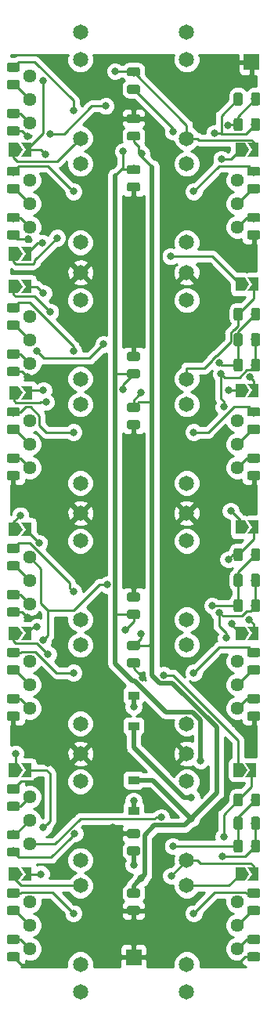
<source format=gbr>
G04 #@! TF.GenerationSoftware,KiCad,Pcbnew,(5.0.0-3-g5ebb6b6)*
G04 #@! TF.CreationDate,2019-01-01T15:12:14-08:00*
G04 #@! TF.ProjectId,BuffMult,427566664D756C742E6B696361645F70,rev?*
G04 #@! TF.SameCoordinates,Original*
G04 #@! TF.FileFunction,Copper,L2,Bot,Signal*
G04 #@! TF.FilePolarity,Positive*
%FSLAX46Y46*%
G04 Gerber Fmt 4.6, Leading zero omitted, Abs format (unit mm)*
G04 Created by KiCad (PCBNEW (5.0.0-3-g5ebb6b6)) date Tuesday, January 01, 2019 at 03:12:14 PM*
%MOMM*%
%LPD*%
G01*
G04 APERTURE LIST*
G04 #@! TA.AperFunction,SMDPad,CuDef*
%ADD10C,0.300000*%
G04 #@! TD*
G04 #@! TA.AperFunction,Conductor*
%ADD11C,0.100000*%
G04 #@! TD*
G04 #@! TA.AperFunction,SMDPad,CuDef*
%ADD12C,0.975000*%
G04 #@! TD*
G04 #@! TA.AperFunction,SMDPad,CuDef*
%ADD13R,1.200000X0.900000*%
G04 #@! TD*
G04 #@! TA.AperFunction,ComponentPad*
%ADD14C,1.440000*%
G04 #@! TD*
G04 #@! TA.AperFunction,ComponentPad*
%ADD15C,1.650000*%
G04 #@! TD*
G04 #@! TA.AperFunction,ComponentPad*
%ADD16R,1.700000X1.700000*%
G04 #@! TD*
G04 #@! TA.AperFunction,ViaPad*
%ADD17C,0.800000*%
G04 #@! TD*
G04 #@! TA.AperFunction,Conductor*
%ADD18C,0.250000*%
G04 #@! TD*
G04 #@! TA.AperFunction,Conductor*
%ADD19C,0.500000*%
G04 #@! TD*
G04 #@! TA.AperFunction,Conductor*
%ADD20C,0.254000*%
G04 #@! TD*
G04 APERTURE END LIST*
D10*
G04 #@! TO.P,JP4,2*
G04 #@! TO.N,Net-(JP12-Pad2)*
X101475000Y-71000000D03*
D11*
G04 #@! TD*
G04 #@! TO.N,Net-(JP12-Pad2)*
G04 #@! TO.C,JP4*
G36*
X101975000Y-71750000D02*
X100825000Y-71750000D01*
X101325000Y-71000000D01*
X100825000Y-70250000D01*
X101975000Y-70250000D01*
X101975000Y-71750000D01*
X101975000Y-71750000D01*
G37*
D10*
G04 #@! TO.P,JP4,1*
G04 #@! TO.N,Net-(JP4-Pad1)*
X100025000Y-71000000D03*
D11*
G04 #@! TD*
G04 #@! TO.N,Net-(JP4-Pad1)*
G04 #@! TO.C,JP4*
G36*
X101025000Y-71000000D02*
X100525000Y-71750000D01*
X99525000Y-71750000D01*
X99525000Y-70250000D01*
X100525000Y-70250000D01*
X101025000Y-71000000D01*
X101025000Y-71000000D01*
G37*
G04 #@! TO.N,Net-(C4-Pad2)*
G04 #@! TO.C,R8*
G36*
X126455142Y-140551174D02*
X126478803Y-140554684D01*
X126502007Y-140560496D01*
X126524529Y-140568554D01*
X126546153Y-140578782D01*
X126566670Y-140591079D01*
X126585883Y-140605329D01*
X126603607Y-140621393D01*
X126619671Y-140639117D01*
X126633921Y-140658330D01*
X126646218Y-140678847D01*
X126656446Y-140700471D01*
X126664504Y-140722993D01*
X126670316Y-140746197D01*
X126673826Y-140769858D01*
X126675000Y-140793750D01*
X126675000Y-141706250D01*
X126673826Y-141730142D01*
X126670316Y-141753803D01*
X126664504Y-141777007D01*
X126656446Y-141799529D01*
X126646218Y-141821153D01*
X126633921Y-141841670D01*
X126619671Y-141860883D01*
X126603607Y-141878607D01*
X126585883Y-141894671D01*
X126566670Y-141908921D01*
X126546153Y-141921218D01*
X126524529Y-141931446D01*
X126502007Y-141939504D01*
X126478803Y-141945316D01*
X126455142Y-141948826D01*
X126431250Y-141950000D01*
X125943750Y-141950000D01*
X125919858Y-141948826D01*
X125896197Y-141945316D01*
X125872993Y-141939504D01*
X125850471Y-141931446D01*
X125828847Y-141921218D01*
X125808330Y-141908921D01*
X125789117Y-141894671D01*
X125771393Y-141878607D01*
X125755329Y-141860883D01*
X125741079Y-141841670D01*
X125728782Y-141821153D01*
X125718554Y-141799529D01*
X125710496Y-141777007D01*
X125704684Y-141753803D01*
X125701174Y-141730142D01*
X125700000Y-141706250D01*
X125700000Y-140793750D01*
X125701174Y-140769858D01*
X125704684Y-140746197D01*
X125710496Y-140722993D01*
X125718554Y-140700471D01*
X125728782Y-140678847D01*
X125741079Y-140658330D01*
X125755329Y-140639117D01*
X125771393Y-140621393D01*
X125789117Y-140605329D01*
X125808330Y-140591079D01*
X125828847Y-140578782D01*
X125850471Y-140568554D01*
X125872993Y-140560496D01*
X125896197Y-140554684D01*
X125919858Y-140551174D01*
X125943750Y-140550000D01*
X126431250Y-140550000D01*
X126455142Y-140551174D01*
X126455142Y-140551174D01*
G37*
D12*
G04 #@! TD*
G04 #@! TO.P,R8,1*
G04 #@! TO.N,Net-(C4-Pad2)*
X126187500Y-141250000D03*
D11*
G04 #@! TO.N,Net-(JP1-Pad2)*
G04 #@! TO.C,R8*
G36*
X124580142Y-140551174D02*
X124603803Y-140554684D01*
X124627007Y-140560496D01*
X124649529Y-140568554D01*
X124671153Y-140578782D01*
X124691670Y-140591079D01*
X124710883Y-140605329D01*
X124728607Y-140621393D01*
X124744671Y-140639117D01*
X124758921Y-140658330D01*
X124771218Y-140678847D01*
X124781446Y-140700471D01*
X124789504Y-140722993D01*
X124795316Y-140746197D01*
X124798826Y-140769858D01*
X124800000Y-140793750D01*
X124800000Y-141706250D01*
X124798826Y-141730142D01*
X124795316Y-141753803D01*
X124789504Y-141777007D01*
X124781446Y-141799529D01*
X124771218Y-141821153D01*
X124758921Y-141841670D01*
X124744671Y-141860883D01*
X124728607Y-141878607D01*
X124710883Y-141894671D01*
X124691670Y-141908921D01*
X124671153Y-141921218D01*
X124649529Y-141931446D01*
X124627007Y-141939504D01*
X124603803Y-141945316D01*
X124580142Y-141948826D01*
X124556250Y-141950000D01*
X124068750Y-141950000D01*
X124044858Y-141948826D01*
X124021197Y-141945316D01*
X123997993Y-141939504D01*
X123975471Y-141931446D01*
X123953847Y-141921218D01*
X123933330Y-141908921D01*
X123914117Y-141894671D01*
X123896393Y-141878607D01*
X123880329Y-141860883D01*
X123866079Y-141841670D01*
X123853782Y-141821153D01*
X123843554Y-141799529D01*
X123835496Y-141777007D01*
X123829684Y-141753803D01*
X123826174Y-141730142D01*
X123825000Y-141706250D01*
X123825000Y-140793750D01*
X123826174Y-140769858D01*
X123829684Y-140746197D01*
X123835496Y-140722993D01*
X123843554Y-140700471D01*
X123853782Y-140678847D01*
X123866079Y-140658330D01*
X123880329Y-140639117D01*
X123896393Y-140621393D01*
X123914117Y-140605329D01*
X123933330Y-140591079D01*
X123953847Y-140578782D01*
X123975471Y-140568554D01*
X123997993Y-140560496D01*
X124021197Y-140554684D01*
X124044858Y-140551174D01*
X124068750Y-140550000D01*
X124556250Y-140550000D01*
X124580142Y-140551174D01*
X124580142Y-140551174D01*
G37*
D12*
G04 #@! TD*
G04 #@! TO.P,R8,2*
G04 #@! TO.N,Net-(JP1-Pad2)*
X124312500Y-141250000D03*
D13*
G04 #@! TO.P,D1,1*
G04 #@! TO.N,+12V*
X113000000Y-133250000D03*
G04 #@! TO.P,D1,2*
G04 #@! TO.N,Net-(D1-Pad2)*
X113000000Y-129950000D03*
G04 #@! TD*
D11*
G04 #@! TO.N,Net-(C12-Pad2)*
G04 #@! TO.C,R32*
G36*
X126480142Y-150826174D02*
X126503803Y-150829684D01*
X126527007Y-150835496D01*
X126549529Y-150843554D01*
X126571153Y-150853782D01*
X126591670Y-150866079D01*
X126610883Y-150880329D01*
X126628607Y-150896393D01*
X126644671Y-150914117D01*
X126658921Y-150933330D01*
X126671218Y-150953847D01*
X126681446Y-150975471D01*
X126689504Y-150997993D01*
X126695316Y-151021197D01*
X126698826Y-151044858D01*
X126700000Y-151068750D01*
X126700000Y-151556250D01*
X126698826Y-151580142D01*
X126695316Y-151603803D01*
X126689504Y-151627007D01*
X126681446Y-151649529D01*
X126671218Y-151671153D01*
X126658921Y-151691670D01*
X126644671Y-151710883D01*
X126628607Y-151728607D01*
X126610883Y-151744671D01*
X126591670Y-151758921D01*
X126571153Y-151771218D01*
X126549529Y-151781446D01*
X126527007Y-151789504D01*
X126503803Y-151795316D01*
X126480142Y-151798826D01*
X126456250Y-151800000D01*
X125543750Y-151800000D01*
X125519858Y-151798826D01*
X125496197Y-151795316D01*
X125472993Y-151789504D01*
X125450471Y-151781446D01*
X125428847Y-151771218D01*
X125408330Y-151758921D01*
X125389117Y-151744671D01*
X125371393Y-151728607D01*
X125355329Y-151710883D01*
X125341079Y-151691670D01*
X125328782Y-151671153D01*
X125318554Y-151649529D01*
X125310496Y-151627007D01*
X125304684Y-151603803D01*
X125301174Y-151580142D01*
X125300000Y-151556250D01*
X125300000Y-151068750D01*
X125301174Y-151044858D01*
X125304684Y-151021197D01*
X125310496Y-150997993D01*
X125318554Y-150975471D01*
X125328782Y-150953847D01*
X125341079Y-150933330D01*
X125355329Y-150914117D01*
X125371393Y-150896393D01*
X125389117Y-150880329D01*
X125408330Y-150866079D01*
X125428847Y-150853782D01*
X125450471Y-150843554D01*
X125472993Y-150835496D01*
X125496197Y-150829684D01*
X125519858Y-150826174D01*
X125543750Y-150825000D01*
X126456250Y-150825000D01*
X126480142Y-150826174D01*
X126480142Y-150826174D01*
G37*
D12*
G04 #@! TD*
G04 #@! TO.P,R32,1*
G04 #@! TO.N,Net-(C12-Pad2)*
X126000000Y-151312500D03*
D11*
G04 #@! TO.N,Net-(R32-Pad2)*
G04 #@! TO.C,R32*
G36*
X126480142Y-152701174D02*
X126503803Y-152704684D01*
X126527007Y-152710496D01*
X126549529Y-152718554D01*
X126571153Y-152728782D01*
X126591670Y-152741079D01*
X126610883Y-152755329D01*
X126628607Y-152771393D01*
X126644671Y-152789117D01*
X126658921Y-152808330D01*
X126671218Y-152828847D01*
X126681446Y-152850471D01*
X126689504Y-152872993D01*
X126695316Y-152896197D01*
X126698826Y-152919858D01*
X126700000Y-152943750D01*
X126700000Y-153431250D01*
X126698826Y-153455142D01*
X126695316Y-153478803D01*
X126689504Y-153502007D01*
X126681446Y-153524529D01*
X126671218Y-153546153D01*
X126658921Y-153566670D01*
X126644671Y-153585883D01*
X126628607Y-153603607D01*
X126610883Y-153619671D01*
X126591670Y-153633921D01*
X126571153Y-153646218D01*
X126549529Y-153656446D01*
X126527007Y-153664504D01*
X126503803Y-153670316D01*
X126480142Y-153673826D01*
X126456250Y-153675000D01*
X125543750Y-153675000D01*
X125519858Y-153673826D01*
X125496197Y-153670316D01*
X125472993Y-153664504D01*
X125450471Y-153656446D01*
X125428847Y-153646218D01*
X125408330Y-153633921D01*
X125389117Y-153619671D01*
X125371393Y-153603607D01*
X125355329Y-153585883D01*
X125341079Y-153566670D01*
X125328782Y-153546153D01*
X125318554Y-153524529D01*
X125310496Y-153502007D01*
X125304684Y-153478803D01*
X125301174Y-153455142D01*
X125300000Y-153431250D01*
X125300000Y-152943750D01*
X125301174Y-152919858D01*
X125304684Y-152896197D01*
X125310496Y-152872993D01*
X125318554Y-152850471D01*
X125328782Y-152828847D01*
X125341079Y-152808330D01*
X125355329Y-152789117D01*
X125371393Y-152771393D01*
X125389117Y-152755329D01*
X125408330Y-152741079D01*
X125428847Y-152728782D01*
X125450471Y-152718554D01*
X125472993Y-152710496D01*
X125496197Y-152704684D01*
X125519858Y-152701174D01*
X125543750Y-152700000D01*
X126456250Y-152700000D01*
X126480142Y-152701174D01*
X126480142Y-152701174D01*
G37*
D12*
G04 #@! TD*
G04 #@! TO.P,R32,2*
G04 #@! TO.N,Net-(R32-Pad2)*
X126000000Y-153187500D03*
D11*
G04 #@! TO.N,Net-(R40-Pad1)*
G04 #@! TO.C,R40*
G36*
X126480142Y-155826174D02*
X126503803Y-155829684D01*
X126527007Y-155835496D01*
X126549529Y-155843554D01*
X126571153Y-155853782D01*
X126591670Y-155866079D01*
X126610883Y-155880329D01*
X126628607Y-155896393D01*
X126644671Y-155914117D01*
X126658921Y-155933330D01*
X126671218Y-155953847D01*
X126681446Y-155975471D01*
X126689504Y-155997993D01*
X126695316Y-156021197D01*
X126698826Y-156044858D01*
X126700000Y-156068750D01*
X126700000Y-156556250D01*
X126698826Y-156580142D01*
X126695316Y-156603803D01*
X126689504Y-156627007D01*
X126681446Y-156649529D01*
X126671218Y-156671153D01*
X126658921Y-156691670D01*
X126644671Y-156710883D01*
X126628607Y-156728607D01*
X126610883Y-156744671D01*
X126591670Y-156758921D01*
X126571153Y-156771218D01*
X126549529Y-156781446D01*
X126527007Y-156789504D01*
X126503803Y-156795316D01*
X126480142Y-156798826D01*
X126456250Y-156800000D01*
X125543750Y-156800000D01*
X125519858Y-156798826D01*
X125496197Y-156795316D01*
X125472993Y-156789504D01*
X125450471Y-156781446D01*
X125428847Y-156771218D01*
X125408330Y-156758921D01*
X125389117Y-156744671D01*
X125371393Y-156728607D01*
X125355329Y-156710883D01*
X125341079Y-156691670D01*
X125328782Y-156671153D01*
X125318554Y-156649529D01*
X125310496Y-156627007D01*
X125304684Y-156603803D01*
X125301174Y-156580142D01*
X125300000Y-156556250D01*
X125300000Y-156068750D01*
X125301174Y-156044858D01*
X125304684Y-156021197D01*
X125310496Y-155997993D01*
X125318554Y-155975471D01*
X125328782Y-155953847D01*
X125341079Y-155933330D01*
X125355329Y-155914117D01*
X125371393Y-155896393D01*
X125389117Y-155880329D01*
X125408330Y-155866079D01*
X125428847Y-155853782D01*
X125450471Y-155843554D01*
X125472993Y-155835496D01*
X125496197Y-155829684D01*
X125519858Y-155826174D01*
X125543750Y-155825000D01*
X126456250Y-155825000D01*
X126480142Y-155826174D01*
X126480142Y-155826174D01*
G37*
D12*
G04 #@! TD*
G04 #@! TO.P,R40,1*
G04 #@! TO.N,Net-(R40-Pad1)*
X126000000Y-156312500D03*
D11*
G04 #@! TO.N,Earth*
G04 #@! TO.C,R40*
G36*
X126480142Y-157701174D02*
X126503803Y-157704684D01*
X126527007Y-157710496D01*
X126549529Y-157718554D01*
X126571153Y-157728782D01*
X126591670Y-157741079D01*
X126610883Y-157755329D01*
X126628607Y-157771393D01*
X126644671Y-157789117D01*
X126658921Y-157808330D01*
X126671218Y-157828847D01*
X126681446Y-157850471D01*
X126689504Y-157872993D01*
X126695316Y-157896197D01*
X126698826Y-157919858D01*
X126700000Y-157943750D01*
X126700000Y-158431250D01*
X126698826Y-158455142D01*
X126695316Y-158478803D01*
X126689504Y-158502007D01*
X126681446Y-158524529D01*
X126671218Y-158546153D01*
X126658921Y-158566670D01*
X126644671Y-158585883D01*
X126628607Y-158603607D01*
X126610883Y-158619671D01*
X126591670Y-158633921D01*
X126571153Y-158646218D01*
X126549529Y-158656446D01*
X126527007Y-158664504D01*
X126503803Y-158670316D01*
X126480142Y-158673826D01*
X126456250Y-158675000D01*
X125543750Y-158675000D01*
X125519858Y-158673826D01*
X125496197Y-158670316D01*
X125472993Y-158664504D01*
X125450471Y-158656446D01*
X125428847Y-158646218D01*
X125408330Y-158633921D01*
X125389117Y-158619671D01*
X125371393Y-158603607D01*
X125355329Y-158585883D01*
X125341079Y-158566670D01*
X125328782Y-158546153D01*
X125318554Y-158524529D01*
X125310496Y-158502007D01*
X125304684Y-158478803D01*
X125301174Y-158455142D01*
X125300000Y-158431250D01*
X125300000Y-157943750D01*
X125301174Y-157919858D01*
X125304684Y-157896197D01*
X125310496Y-157872993D01*
X125318554Y-157850471D01*
X125328782Y-157828847D01*
X125341079Y-157808330D01*
X125355329Y-157789117D01*
X125371393Y-157771393D01*
X125389117Y-157755329D01*
X125408330Y-157741079D01*
X125428847Y-157728782D01*
X125450471Y-157718554D01*
X125472993Y-157710496D01*
X125496197Y-157704684D01*
X125519858Y-157701174D01*
X125543750Y-157700000D01*
X126456250Y-157700000D01*
X126480142Y-157701174D01*
X126480142Y-157701174D01*
G37*
D12*
G04 #@! TD*
G04 #@! TO.P,R40,2*
G04 #@! TO.N,Earth*
X126000000Y-158187500D03*
D14*
G04 #@! TO.P,RV8,3*
G04 #@! TO.N,Net-(R40-Pad1)*
X124250000Y-157330000D03*
G04 #@! TO.P,RV8,2*
G04 #@! TO.N,Net-(R32-Pad2)*
X124250000Y-154790000D03*
G04 #@! TO.P,RV8,1*
G04 #@! TO.N,Net-(C4-Pad1)*
X124250000Y-152250000D03*
G04 #@! TD*
D10*
G04 #@! TO.P,JP11,1*
G04 #@! TO.N,Net-(JP11-Pad1)*
X124525000Y-149250000D03*
D11*
G04 #@! TD*
G04 #@! TO.N,Net-(JP11-Pad1)*
G04 #@! TO.C,JP11*
G36*
X125525000Y-149250000D02*
X125025000Y-150000000D01*
X124025000Y-150000000D01*
X124025000Y-148500000D01*
X125025000Y-148500000D01*
X125525000Y-149250000D01*
X125525000Y-149250000D01*
G37*
D10*
G04 #@! TO.P,JP11,2*
G04 #@! TO.N,Net-(JP1-Pad2)*
X125975000Y-149250000D03*
D11*
G04 #@! TD*
G04 #@! TO.N,Net-(JP1-Pad2)*
G04 #@! TO.C,JP11*
G36*
X126475000Y-150000000D02*
X125325000Y-150000000D01*
X125825000Y-149250000D01*
X125325000Y-148500000D01*
X126475000Y-148500000D01*
X126475000Y-150000000D01*
X126475000Y-150000000D01*
G37*
D14*
G04 #@! TO.P,RV12,1*
G04 #@! TO.N,Net-(C4-Pad1)*
X101750000Y-152250000D03*
G04 #@! TO.P,RV12,2*
G04 #@! TO.N,Net-(R48-Pad2)*
X101750000Y-154790000D03*
G04 #@! TO.P,RV12,3*
G04 #@! TO.N,Net-(R56-Pad1)*
X101750000Y-157330000D03*
G04 #@! TD*
D11*
G04 #@! TO.N,Net-(C1-Pad1)*
G04 #@! TO.C,C1*
G36*
X124580142Y-67551174D02*
X124603803Y-67554684D01*
X124627007Y-67560496D01*
X124649529Y-67568554D01*
X124671153Y-67578782D01*
X124691670Y-67591079D01*
X124710883Y-67605329D01*
X124728607Y-67621393D01*
X124744671Y-67639117D01*
X124758921Y-67658330D01*
X124771218Y-67678847D01*
X124781446Y-67700471D01*
X124789504Y-67722993D01*
X124795316Y-67746197D01*
X124798826Y-67769858D01*
X124800000Y-67793750D01*
X124800000Y-68706250D01*
X124798826Y-68730142D01*
X124795316Y-68753803D01*
X124789504Y-68777007D01*
X124781446Y-68799529D01*
X124771218Y-68821153D01*
X124758921Y-68841670D01*
X124744671Y-68860883D01*
X124728607Y-68878607D01*
X124710883Y-68894671D01*
X124691670Y-68908921D01*
X124671153Y-68921218D01*
X124649529Y-68931446D01*
X124627007Y-68939504D01*
X124603803Y-68945316D01*
X124580142Y-68948826D01*
X124556250Y-68950000D01*
X124068750Y-68950000D01*
X124044858Y-68948826D01*
X124021197Y-68945316D01*
X123997993Y-68939504D01*
X123975471Y-68931446D01*
X123953847Y-68921218D01*
X123933330Y-68908921D01*
X123914117Y-68894671D01*
X123896393Y-68878607D01*
X123880329Y-68860883D01*
X123866079Y-68841670D01*
X123853782Y-68821153D01*
X123843554Y-68799529D01*
X123835496Y-68777007D01*
X123829684Y-68753803D01*
X123826174Y-68730142D01*
X123825000Y-68706250D01*
X123825000Y-67793750D01*
X123826174Y-67769858D01*
X123829684Y-67746197D01*
X123835496Y-67722993D01*
X123843554Y-67700471D01*
X123853782Y-67678847D01*
X123866079Y-67658330D01*
X123880329Y-67639117D01*
X123896393Y-67621393D01*
X123914117Y-67605329D01*
X123933330Y-67591079D01*
X123953847Y-67578782D01*
X123975471Y-67568554D01*
X123997993Y-67560496D01*
X124021197Y-67554684D01*
X124044858Y-67551174D01*
X124068750Y-67550000D01*
X124556250Y-67550000D01*
X124580142Y-67551174D01*
X124580142Y-67551174D01*
G37*
D12*
G04 #@! TD*
G04 #@! TO.P,C1,1*
G04 #@! TO.N,Net-(C1-Pad1)*
X124312500Y-68250000D03*
D11*
G04 #@! TO.N,Net-(C1-Pad2)*
G04 #@! TO.C,C1*
G36*
X126455142Y-67551174D02*
X126478803Y-67554684D01*
X126502007Y-67560496D01*
X126524529Y-67568554D01*
X126546153Y-67578782D01*
X126566670Y-67591079D01*
X126585883Y-67605329D01*
X126603607Y-67621393D01*
X126619671Y-67639117D01*
X126633921Y-67658330D01*
X126646218Y-67678847D01*
X126656446Y-67700471D01*
X126664504Y-67722993D01*
X126670316Y-67746197D01*
X126673826Y-67769858D01*
X126675000Y-67793750D01*
X126675000Y-68706250D01*
X126673826Y-68730142D01*
X126670316Y-68753803D01*
X126664504Y-68777007D01*
X126656446Y-68799529D01*
X126646218Y-68821153D01*
X126633921Y-68841670D01*
X126619671Y-68860883D01*
X126603607Y-68878607D01*
X126585883Y-68894671D01*
X126566670Y-68908921D01*
X126546153Y-68921218D01*
X126524529Y-68931446D01*
X126502007Y-68939504D01*
X126478803Y-68945316D01*
X126455142Y-68948826D01*
X126431250Y-68950000D01*
X125943750Y-68950000D01*
X125919858Y-68948826D01*
X125896197Y-68945316D01*
X125872993Y-68939504D01*
X125850471Y-68931446D01*
X125828847Y-68921218D01*
X125808330Y-68908921D01*
X125789117Y-68894671D01*
X125771393Y-68878607D01*
X125755329Y-68860883D01*
X125741079Y-68841670D01*
X125728782Y-68821153D01*
X125718554Y-68799529D01*
X125710496Y-68777007D01*
X125704684Y-68753803D01*
X125701174Y-68730142D01*
X125700000Y-68706250D01*
X125700000Y-67793750D01*
X125701174Y-67769858D01*
X125704684Y-67746197D01*
X125710496Y-67722993D01*
X125718554Y-67700471D01*
X125728782Y-67678847D01*
X125741079Y-67658330D01*
X125755329Y-67639117D01*
X125771393Y-67621393D01*
X125789117Y-67605329D01*
X125808330Y-67591079D01*
X125828847Y-67578782D01*
X125850471Y-67568554D01*
X125872993Y-67560496D01*
X125896197Y-67554684D01*
X125919858Y-67551174D01*
X125943750Y-67550000D01*
X126431250Y-67550000D01*
X126455142Y-67551174D01*
X126455142Y-67551174D01*
G37*
D12*
G04 #@! TD*
G04 #@! TO.P,C1,2*
G04 #@! TO.N,Net-(C1-Pad2)*
X126187500Y-68250000D03*
D11*
G04 #@! TO.N,Net-(C2-Pad1)*
G04 #@! TO.C,C2*
G36*
X126455142Y-93551174D02*
X126478803Y-93554684D01*
X126502007Y-93560496D01*
X126524529Y-93568554D01*
X126546153Y-93578782D01*
X126566670Y-93591079D01*
X126585883Y-93605329D01*
X126603607Y-93621393D01*
X126619671Y-93639117D01*
X126633921Y-93658330D01*
X126646218Y-93678847D01*
X126656446Y-93700471D01*
X126664504Y-93722993D01*
X126670316Y-93746197D01*
X126673826Y-93769858D01*
X126675000Y-93793750D01*
X126675000Y-94706250D01*
X126673826Y-94730142D01*
X126670316Y-94753803D01*
X126664504Y-94777007D01*
X126656446Y-94799529D01*
X126646218Y-94821153D01*
X126633921Y-94841670D01*
X126619671Y-94860883D01*
X126603607Y-94878607D01*
X126585883Y-94894671D01*
X126566670Y-94908921D01*
X126546153Y-94921218D01*
X126524529Y-94931446D01*
X126502007Y-94939504D01*
X126478803Y-94945316D01*
X126455142Y-94948826D01*
X126431250Y-94950000D01*
X125943750Y-94950000D01*
X125919858Y-94948826D01*
X125896197Y-94945316D01*
X125872993Y-94939504D01*
X125850471Y-94931446D01*
X125828847Y-94921218D01*
X125808330Y-94908921D01*
X125789117Y-94894671D01*
X125771393Y-94878607D01*
X125755329Y-94860883D01*
X125741079Y-94841670D01*
X125728782Y-94821153D01*
X125718554Y-94799529D01*
X125710496Y-94777007D01*
X125704684Y-94753803D01*
X125701174Y-94730142D01*
X125700000Y-94706250D01*
X125700000Y-93793750D01*
X125701174Y-93769858D01*
X125704684Y-93746197D01*
X125710496Y-93722993D01*
X125718554Y-93700471D01*
X125728782Y-93678847D01*
X125741079Y-93658330D01*
X125755329Y-93639117D01*
X125771393Y-93621393D01*
X125789117Y-93605329D01*
X125808330Y-93591079D01*
X125828847Y-93578782D01*
X125850471Y-93568554D01*
X125872993Y-93560496D01*
X125896197Y-93554684D01*
X125919858Y-93551174D01*
X125943750Y-93550000D01*
X126431250Y-93550000D01*
X126455142Y-93551174D01*
X126455142Y-93551174D01*
G37*
D12*
G04 #@! TD*
G04 #@! TO.P,C2,1*
G04 #@! TO.N,Net-(C2-Pad1)*
X126187500Y-94250000D03*
D11*
G04 #@! TO.N,Net-(C2-Pad2)*
G04 #@! TO.C,C2*
G36*
X124580142Y-93551174D02*
X124603803Y-93554684D01*
X124627007Y-93560496D01*
X124649529Y-93568554D01*
X124671153Y-93578782D01*
X124691670Y-93591079D01*
X124710883Y-93605329D01*
X124728607Y-93621393D01*
X124744671Y-93639117D01*
X124758921Y-93658330D01*
X124771218Y-93678847D01*
X124781446Y-93700471D01*
X124789504Y-93722993D01*
X124795316Y-93746197D01*
X124798826Y-93769858D01*
X124800000Y-93793750D01*
X124800000Y-94706250D01*
X124798826Y-94730142D01*
X124795316Y-94753803D01*
X124789504Y-94777007D01*
X124781446Y-94799529D01*
X124771218Y-94821153D01*
X124758921Y-94841670D01*
X124744671Y-94860883D01*
X124728607Y-94878607D01*
X124710883Y-94894671D01*
X124691670Y-94908921D01*
X124671153Y-94921218D01*
X124649529Y-94931446D01*
X124627007Y-94939504D01*
X124603803Y-94945316D01*
X124580142Y-94948826D01*
X124556250Y-94950000D01*
X124068750Y-94950000D01*
X124044858Y-94948826D01*
X124021197Y-94945316D01*
X123997993Y-94939504D01*
X123975471Y-94931446D01*
X123953847Y-94921218D01*
X123933330Y-94908921D01*
X123914117Y-94894671D01*
X123896393Y-94878607D01*
X123880329Y-94860883D01*
X123866079Y-94841670D01*
X123853782Y-94821153D01*
X123843554Y-94799529D01*
X123835496Y-94777007D01*
X123829684Y-94753803D01*
X123826174Y-94730142D01*
X123825000Y-94706250D01*
X123825000Y-93793750D01*
X123826174Y-93769858D01*
X123829684Y-93746197D01*
X123835496Y-93722993D01*
X123843554Y-93700471D01*
X123853782Y-93678847D01*
X123866079Y-93658330D01*
X123880329Y-93639117D01*
X123896393Y-93621393D01*
X123914117Y-93605329D01*
X123933330Y-93591079D01*
X123953847Y-93578782D01*
X123975471Y-93568554D01*
X123997993Y-93560496D01*
X124021197Y-93554684D01*
X124044858Y-93551174D01*
X124068750Y-93550000D01*
X124556250Y-93550000D01*
X124580142Y-93551174D01*
X124580142Y-93551174D01*
G37*
D12*
G04 #@! TD*
G04 #@! TO.P,C2,2*
G04 #@! TO.N,Net-(C2-Pad2)*
X124312500Y-94250000D03*
D11*
G04 #@! TO.N,Net-(C3-Pad1)*
G04 #@! TO.C,C3*
G36*
X126455142Y-119551174D02*
X126478803Y-119554684D01*
X126502007Y-119560496D01*
X126524529Y-119568554D01*
X126546153Y-119578782D01*
X126566670Y-119591079D01*
X126585883Y-119605329D01*
X126603607Y-119621393D01*
X126619671Y-119639117D01*
X126633921Y-119658330D01*
X126646218Y-119678847D01*
X126656446Y-119700471D01*
X126664504Y-119722993D01*
X126670316Y-119746197D01*
X126673826Y-119769858D01*
X126675000Y-119793750D01*
X126675000Y-120706250D01*
X126673826Y-120730142D01*
X126670316Y-120753803D01*
X126664504Y-120777007D01*
X126656446Y-120799529D01*
X126646218Y-120821153D01*
X126633921Y-120841670D01*
X126619671Y-120860883D01*
X126603607Y-120878607D01*
X126585883Y-120894671D01*
X126566670Y-120908921D01*
X126546153Y-120921218D01*
X126524529Y-120931446D01*
X126502007Y-120939504D01*
X126478803Y-120945316D01*
X126455142Y-120948826D01*
X126431250Y-120950000D01*
X125943750Y-120950000D01*
X125919858Y-120948826D01*
X125896197Y-120945316D01*
X125872993Y-120939504D01*
X125850471Y-120931446D01*
X125828847Y-120921218D01*
X125808330Y-120908921D01*
X125789117Y-120894671D01*
X125771393Y-120878607D01*
X125755329Y-120860883D01*
X125741079Y-120841670D01*
X125728782Y-120821153D01*
X125718554Y-120799529D01*
X125710496Y-120777007D01*
X125704684Y-120753803D01*
X125701174Y-120730142D01*
X125700000Y-120706250D01*
X125700000Y-119793750D01*
X125701174Y-119769858D01*
X125704684Y-119746197D01*
X125710496Y-119722993D01*
X125718554Y-119700471D01*
X125728782Y-119678847D01*
X125741079Y-119658330D01*
X125755329Y-119639117D01*
X125771393Y-119621393D01*
X125789117Y-119605329D01*
X125808330Y-119591079D01*
X125828847Y-119578782D01*
X125850471Y-119568554D01*
X125872993Y-119560496D01*
X125896197Y-119554684D01*
X125919858Y-119551174D01*
X125943750Y-119550000D01*
X126431250Y-119550000D01*
X126455142Y-119551174D01*
X126455142Y-119551174D01*
G37*
D12*
G04 #@! TD*
G04 #@! TO.P,C3,1*
G04 #@! TO.N,Net-(C3-Pad1)*
X126187500Y-120250000D03*
D11*
G04 #@! TO.N,Net-(C3-Pad2)*
G04 #@! TO.C,C3*
G36*
X124580142Y-119551174D02*
X124603803Y-119554684D01*
X124627007Y-119560496D01*
X124649529Y-119568554D01*
X124671153Y-119578782D01*
X124691670Y-119591079D01*
X124710883Y-119605329D01*
X124728607Y-119621393D01*
X124744671Y-119639117D01*
X124758921Y-119658330D01*
X124771218Y-119678847D01*
X124781446Y-119700471D01*
X124789504Y-119722993D01*
X124795316Y-119746197D01*
X124798826Y-119769858D01*
X124800000Y-119793750D01*
X124800000Y-120706250D01*
X124798826Y-120730142D01*
X124795316Y-120753803D01*
X124789504Y-120777007D01*
X124781446Y-120799529D01*
X124771218Y-120821153D01*
X124758921Y-120841670D01*
X124744671Y-120860883D01*
X124728607Y-120878607D01*
X124710883Y-120894671D01*
X124691670Y-120908921D01*
X124671153Y-120921218D01*
X124649529Y-120931446D01*
X124627007Y-120939504D01*
X124603803Y-120945316D01*
X124580142Y-120948826D01*
X124556250Y-120950000D01*
X124068750Y-120950000D01*
X124044858Y-120948826D01*
X124021197Y-120945316D01*
X123997993Y-120939504D01*
X123975471Y-120931446D01*
X123953847Y-120921218D01*
X123933330Y-120908921D01*
X123914117Y-120894671D01*
X123896393Y-120878607D01*
X123880329Y-120860883D01*
X123866079Y-120841670D01*
X123853782Y-120821153D01*
X123843554Y-120799529D01*
X123835496Y-120777007D01*
X123829684Y-120753803D01*
X123826174Y-120730142D01*
X123825000Y-120706250D01*
X123825000Y-119793750D01*
X123826174Y-119769858D01*
X123829684Y-119746197D01*
X123835496Y-119722993D01*
X123843554Y-119700471D01*
X123853782Y-119678847D01*
X123866079Y-119658330D01*
X123880329Y-119639117D01*
X123896393Y-119621393D01*
X123914117Y-119605329D01*
X123933330Y-119591079D01*
X123953847Y-119578782D01*
X123975471Y-119568554D01*
X123997993Y-119560496D01*
X124021197Y-119554684D01*
X124044858Y-119551174D01*
X124068750Y-119550000D01*
X124556250Y-119550000D01*
X124580142Y-119551174D01*
X124580142Y-119551174D01*
G37*
D12*
G04 #@! TD*
G04 #@! TO.P,C3,2*
G04 #@! TO.N,Net-(C3-Pad2)*
X124312500Y-120250000D03*
D13*
G04 #@! TO.P,D2,2*
G04 #@! TO.N,-12V*
X113000000Y-139100000D03*
G04 #@! TO.P,D2,1*
G04 #@! TO.N,Net-(D2-Pad1)*
X113000000Y-142400000D03*
G04 #@! TD*
D11*
G04 #@! TO.N,Net-(C1-Pad1)*
G04 #@! TO.C,R1*
G36*
X126455142Y-64801174D02*
X126478803Y-64804684D01*
X126502007Y-64810496D01*
X126524529Y-64818554D01*
X126546153Y-64828782D01*
X126566670Y-64841079D01*
X126585883Y-64855329D01*
X126603607Y-64871393D01*
X126619671Y-64889117D01*
X126633921Y-64908330D01*
X126646218Y-64928847D01*
X126656446Y-64950471D01*
X126664504Y-64972993D01*
X126670316Y-64996197D01*
X126673826Y-65019858D01*
X126675000Y-65043750D01*
X126675000Y-65956250D01*
X126673826Y-65980142D01*
X126670316Y-66003803D01*
X126664504Y-66027007D01*
X126656446Y-66049529D01*
X126646218Y-66071153D01*
X126633921Y-66091670D01*
X126619671Y-66110883D01*
X126603607Y-66128607D01*
X126585883Y-66144671D01*
X126566670Y-66158921D01*
X126546153Y-66171218D01*
X126524529Y-66181446D01*
X126502007Y-66189504D01*
X126478803Y-66195316D01*
X126455142Y-66198826D01*
X126431250Y-66200000D01*
X125943750Y-66200000D01*
X125919858Y-66198826D01*
X125896197Y-66195316D01*
X125872993Y-66189504D01*
X125850471Y-66181446D01*
X125828847Y-66171218D01*
X125808330Y-66158921D01*
X125789117Y-66144671D01*
X125771393Y-66128607D01*
X125755329Y-66110883D01*
X125741079Y-66091670D01*
X125728782Y-66071153D01*
X125718554Y-66049529D01*
X125710496Y-66027007D01*
X125704684Y-66003803D01*
X125701174Y-65980142D01*
X125700000Y-65956250D01*
X125700000Y-65043750D01*
X125701174Y-65019858D01*
X125704684Y-64996197D01*
X125710496Y-64972993D01*
X125718554Y-64950471D01*
X125728782Y-64928847D01*
X125741079Y-64908330D01*
X125755329Y-64889117D01*
X125771393Y-64871393D01*
X125789117Y-64855329D01*
X125808330Y-64841079D01*
X125828847Y-64828782D01*
X125850471Y-64818554D01*
X125872993Y-64810496D01*
X125896197Y-64804684D01*
X125919858Y-64801174D01*
X125943750Y-64800000D01*
X126431250Y-64800000D01*
X126455142Y-64801174D01*
X126455142Y-64801174D01*
G37*
D12*
G04 #@! TD*
G04 #@! TO.P,R1,1*
G04 #@! TO.N,Net-(C1-Pad1)*
X126187500Y-65500000D03*
D11*
G04 #@! TO.N,Net-(C1-Pad2)*
G04 #@! TO.C,R1*
G36*
X124580142Y-64801174D02*
X124603803Y-64804684D01*
X124627007Y-64810496D01*
X124649529Y-64818554D01*
X124671153Y-64828782D01*
X124691670Y-64841079D01*
X124710883Y-64855329D01*
X124728607Y-64871393D01*
X124744671Y-64889117D01*
X124758921Y-64908330D01*
X124771218Y-64928847D01*
X124781446Y-64950471D01*
X124789504Y-64972993D01*
X124795316Y-64996197D01*
X124798826Y-65019858D01*
X124800000Y-65043750D01*
X124800000Y-65956250D01*
X124798826Y-65980142D01*
X124795316Y-66003803D01*
X124789504Y-66027007D01*
X124781446Y-66049529D01*
X124771218Y-66071153D01*
X124758921Y-66091670D01*
X124744671Y-66110883D01*
X124728607Y-66128607D01*
X124710883Y-66144671D01*
X124691670Y-66158921D01*
X124671153Y-66171218D01*
X124649529Y-66181446D01*
X124627007Y-66189504D01*
X124603803Y-66195316D01*
X124580142Y-66198826D01*
X124556250Y-66200000D01*
X124068750Y-66200000D01*
X124044858Y-66198826D01*
X124021197Y-66195316D01*
X123997993Y-66189504D01*
X123975471Y-66181446D01*
X123953847Y-66171218D01*
X123933330Y-66158921D01*
X123914117Y-66144671D01*
X123896393Y-66128607D01*
X123880329Y-66110883D01*
X123866079Y-66091670D01*
X123853782Y-66071153D01*
X123843554Y-66049529D01*
X123835496Y-66027007D01*
X123829684Y-66003803D01*
X123826174Y-65980142D01*
X123825000Y-65956250D01*
X123825000Y-65043750D01*
X123826174Y-65019858D01*
X123829684Y-64996197D01*
X123835496Y-64972993D01*
X123843554Y-64950471D01*
X123853782Y-64928847D01*
X123866079Y-64908330D01*
X123880329Y-64889117D01*
X123896393Y-64871393D01*
X123914117Y-64855329D01*
X123933330Y-64841079D01*
X123953847Y-64828782D01*
X123975471Y-64818554D01*
X123997993Y-64810496D01*
X124021197Y-64804684D01*
X124044858Y-64801174D01*
X124068750Y-64800000D01*
X124556250Y-64800000D01*
X124580142Y-64801174D01*
X124580142Y-64801174D01*
G37*
D12*
G04 #@! TD*
G04 #@! TO.P,R1,2*
G04 #@! TO.N,Net-(C1-Pad2)*
X124312500Y-65500000D03*
D11*
G04 #@! TO.N,Net-(C2-Pad1)*
G04 #@! TO.C,R2*
G36*
X126455142Y-90801174D02*
X126478803Y-90804684D01*
X126502007Y-90810496D01*
X126524529Y-90818554D01*
X126546153Y-90828782D01*
X126566670Y-90841079D01*
X126585883Y-90855329D01*
X126603607Y-90871393D01*
X126619671Y-90889117D01*
X126633921Y-90908330D01*
X126646218Y-90928847D01*
X126656446Y-90950471D01*
X126664504Y-90972993D01*
X126670316Y-90996197D01*
X126673826Y-91019858D01*
X126675000Y-91043750D01*
X126675000Y-91956250D01*
X126673826Y-91980142D01*
X126670316Y-92003803D01*
X126664504Y-92027007D01*
X126656446Y-92049529D01*
X126646218Y-92071153D01*
X126633921Y-92091670D01*
X126619671Y-92110883D01*
X126603607Y-92128607D01*
X126585883Y-92144671D01*
X126566670Y-92158921D01*
X126546153Y-92171218D01*
X126524529Y-92181446D01*
X126502007Y-92189504D01*
X126478803Y-92195316D01*
X126455142Y-92198826D01*
X126431250Y-92200000D01*
X125943750Y-92200000D01*
X125919858Y-92198826D01*
X125896197Y-92195316D01*
X125872993Y-92189504D01*
X125850471Y-92181446D01*
X125828847Y-92171218D01*
X125808330Y-92158921D01*
X125789117Y-92144671D01*
X125771393Y-92128607D01*
X125755329Y-92110883D01*
X125741079Y-92091670D01*
X125728782Y-92071153D01*
X125718554Y-92049529D01*
X125710496Y-92027007D01*
X125704684Y-92003803D01*
X125701174Y-91980142D01*
X125700000Y-91956250D01*
X125700000Y-91043750D01*
X125701174Y-91019858D01*
X125704684Y-90996197D01*
X125710496Y-90972993D01*
X125718554Y-90950471D01*
X125728782Y-90928847D01*
X125741079Y-90908330D01*
X125755329Y-90889117D01*
X125771393Y-90871393D01*
X125789117Y-90855329D01*
X125808330Y-90841079D01*
X125828847Y-90828782D01*
X125850471Y-90818554D01*
X125872993Y-90810496D01*
X125896197Y-90804684D01*
X125919858Y-90801174D01*
X125943750Y-90800000D01*
X126431250Y-90800000D01*
X126455142Y-90801174D01*
X126455142Y-90801174D01*
G37*
D12*
G04 #@! TD*
G04 #@! TO.P,R2,1*
G04 #@! TO.N,Net-(C2-Pad1)*
X126187500Y-91500000D03*
D11*
G04 #@! TO.N,Net-(C2-Pad2)*
G04 #@! TO.C,R2*
G36*
X124580142Y-90801174D02*
X124603803Y-90804684D01*
X124627007Y-90810496D01*
X124649529Y-90818554D01*
X124671153Y-90828782D01*
X124691670Y-90841079D01*
X124710883Y-90855329D01*
X124728607Y-90871393D01*
X124744671Y-90889117D01*
X124758921Y-90908330D01*
X124771218Y-90928847D01*
X124781446Y-90950471D01*
X124789504Y-90972993D01*
X124795316Y-90996197D01*
X124798826Y-91019858D01*
X124800000Y-91043750D01*
X124800000Y-91956250D01*
X124798826Y-91980142D01*
X124795316Y-92003803D01*
X124789504Y-92027007D01*
X124781446Y-92049529D01*
X124771218Y-92071153D01*
X124758921Y-92091670D01*
X124744671Y-92110883D01*
X124728607Y-92128607D01*
X124710883Y-92144671D01*
X124691670Y-92158921D01*
X124671153Y-92171218D01*
X124649529Y-92181446D01*
X124627007Y-92189504D01*
X124603803Y-92195316D01*
X124580142Y-92198826D01*
X124556250Y-92200000D01*
X124068750Y-92200000D01*
X124044858Y-92198826D01*
X124021197Y-92195316D01*
X123997993Y-92189504D01*
X123975471Y-92181446D01*
X123953847Y-92171218D01*
X123933330Y-92158921D01*
X123914117Y-92144671D01*
X123896393Y-92128607D01*
X123880329Y-92110883D01*
X123866079Y-92091670D01*
X123853782Y-92071153D01*
X123843554Y-92049529D01*
X123835496Y-92027007D01*
X123829684Y-92003803D01*
X123826174Y-91980142D01*
X123825000Y-91956250D01*
X123825000Y-91043750D01*
X123826174Y-91019858D01*
X123829684Y-90996197D01*
X123835496Y-90972993D01*
X123843554Y-90950471D01*
X123853782Y-90928847D01*
X123866079Y-90908330D01*
X123880329Y-90889117D01*
X123896393Y-90871393D01*
X123914117Y-90855329D01*
X123933330Y-90841079D01*
X123953847Y-90828782D01*
X123975471Y-90818554D01*
X123997993Y-90810496D01*
X124021197Y-90804684D01*
X124044858Y-90801174D01*
X124068750Y-90800000D01*
X124556250Y-90800000D01*
X124580142Y-90801174D01*
X124580142Y-90801174D01*
G37*
D12*
G04 #@! TD*
G04 #@! TO.P,R2,2*
G04 #@! TO.N,Net-(C2-Pad2)*
X124312500Y-91500000D03*
D11*
G04 #@! TO.N,Net-(C3-Pad1)*
G04 #@! TO.C,R3*
G36*
X126455142Y-116801174D02*
X126478803Y-116804684D01*
X126502007Y-116810496D01*
X126524529Y-116818554D01*
X126546153Y-116828782D01*
X126566670Y-116841079D01*
X126585883Y-116855329D01*
X126603607Y-116871393D01*
X126619671Y-116889117D01*
X126633921Y-116908330D01*
X126646218Y-116928847D01*
X126656446Y-116950471D01*
X126664504Y-116972993D01*
X126670316Y-116996197D01*
X126673826Y-117019858D01*
X126675000Y-117043750D01*
X126675000Y-117956250D01*
X126673826Y-117980142D01*
X126670316Y-118003803D01*
X126664504Y-118027007D01*
X126656446Y-118049529D01*
X126646218Y-118071153D01*
X126633921Y-118091670D01*
X126619671Y-118110883D01*
X126603607Y-118128607D01*
X126585883Y-118144671D01*
X126566670Y-118158921D01*
X126546153Y-118171218D01*
X126524529Y-118181446D01*
X126502007Y-118189504D01*
X126478803Y-118195316D01*
X126455142Y-118198826D01*
X126431250Y-118200000D01*
X125943750Y-118200000D01*
X125919858Y-118198826D01*
X125896197Y-118195316D01*
X125872993Y-118189504D01*
X125850471Y-118181446D01*
X125828847Y-118171218D01*
X125808330Y-118158921D01*
X125789117Y-118144671D01*
X125771393Y-118128607D01*
X125755329Y-118110883D01*
X125741079Y-118091670D01*
X125728782Y-118071153D01*
X125718554Y-118049529D01*
X125710496Y-118027007D01*
X125704684Y-118003803D01*
X125701174Y-117980142D01*
X125700000Y-117956250D01*
X125700000Y-117043750D01*
X125701174Y-117019858D01*
X125704684Y-116996197D01*
X125710496Y-116972993D01*
X125718554Y-116950471D01*
X125728782Y-116928847D01*
X125741079Y-116908330D01*
X125755329Y-116889117D01*
X125771393Y-116871393D01*
X125789117Y-116855329D01*
X125808330Y-116841079D01*
X125828847Y-116828782D01*
X125850471Y-116818554D01*
X125872993Y-116810496D01*
X125896197Y-116804684D01*
X125919858Y-116801174D01*
X125943750Y-116800000D01*
X126431250Y-116800000D01*
X126455142Y-116801174D01*
X126455142Y-116801174D01*
G37*
D12*
G04 #@! TD*
G04 #@! TO.P,R3,1*
G04 #@! TO.N,Net-(C3-Pad1)*
X126187500Y-117500000D03*
D11*
G04 #@! TO.N,Net-(C3-Pad2)*
G04 #@! TO.C,R3*
G36*
X124580142Y-116801174D02*
X124603803Y-116804684D01*
X124627007Y-116810496D01*
X124649529Y-116818554D01*
X124671153Y-116828782D01*
X124691670Y-116841079D01*
X124710883Y-116855329D01*
X124728607Y-116871393D01*
X124744671Y-116889117D01*
X124758921Y-116908330D01*
X124771218Y-116928847D01*
X124781446Y-116950471D01*
X124789504Y-116972993D01*
X124795316Y-116996197D01*
X124798826Y-117019858D01*
X124800000Y-117043750D01*
X124800000Y-117956250D01*
X124798826Y-117980142D01*
X124795316Y-118003803D01*
X124789504Y-118027007D01*
X124781446Y-118049529D01*
X124771218Y-118071153D01*
X124758921Y-118091670D01*
X124744671Y-118110883D01*
X124728607Y-118128607D01*
X124710883Y-118144671D01*
X124691670Y-118158921D01*
X124671153Y-118171218D01*
X124649529Y-118181446D01*
X124627007Y-118189504D01*
X124603803Y-118195316D01*
X124580142Y-118198826D01*
X124556250Y-118200000D01*
X124068750Y-118200000D01*
X124044858Y-118198826D01*
X124021197Y-118195316D01*
X123997993Y-118189504D01*
X123975471Y-118181446D01*
X123953847Y-118171218D01*
X123933330Y-118158921D01*
X123914117Y-118144671D01*
X123896393Y-118128607D01*
X123880329Y-118110883D01*
X123866079Y-118091670D01*
X123853782Y-118071153D01*
X123843554Y-118049529D01*
X123835496Y-118027007D01*
X123829684Y-118003803D01*
X123826174Y-117980142D01*
X123825000Y-117956250D01*
X123825000Y-117043750D01*
X123826174Y-117019858D01*
X123829684Y-116996197D01*
X123835496Y-116972993D01*
X123843554Y-116950471D01*
X123853782Y-116928847D01*
X123866079Y-116908330D01*
X123880329Y-116889117D01*
X123896393Y-116871393D01*
X123914117Y-116855329D01*
X123933330Y-116841079D01*
X123953847Y-116828782D01*
X123975471Y-116818554D01*
X123997993Y-116810496D01*
X124021197Y-116804684D01*
X124044858Y-116801174D01*
X124068750Y-116800000D01*
X124556250Y-116800000D01*
X124580142Y-116801174D01*
X124580142Y-116801174D01*
G37*
D12*
G04 #@! TD*
G04 #@! TO.P,R3,2*
G04 #@! TO.N,Net-(C3-Pad2)*
X124312500Y-117500000D03*
D11*
G04 #@! TO.N,Net-(JP12-Pad2)*
G04 #@! TO.C,R5*
G36*
X113480142Y-62076174D02*
X113503803Y-62079684D01*
X113527007Y-62085496D01*
X113549529Y-62093554D01*
X113571153Y-62103782D01*
X113591670Y-62116079D01*
X113610883Y-62130329D01*
X113628607Y-62146393D01*
X113644671Y-62164117D01*
X113658921Y-62183330D01*
X113671218Y-62203847D01*
X113681446Y-62225471D01*
X113689504Y-62247993D01*
X113695316Y-62271197D01*
X113698826Y-62294858D01*
X113700000Y-62318750D01*
X113700000Y-62806250D01*
X113698826Y-62830142D01*
X113695316Y-62853803D01*
X113689504Y-62877007D01*
X113681446Y-62899529D01*
X113671218Y-62921153D01*
X113658921Y-62941670D01*
X113644671Y-62960883D01*
X113628607Y-62978607D01*
X113610883Y-62994671D01*
X113591670Y-63008921D01*
X113571153Y-63021218D01*
X113549529Y-63031446D01*
X113527007Y-63039504D01*
X113503803Y-63045316D01*
X113480142Y-63048826D01*
X113456250Y-63050000D01*
X112543750Y-63050000D01*
X112519858Y-63048826D01*
X112496197Y-63045316D01*
X112472993Y-63039504D01*
X112450471Y-63031446D01*
X112428847Y-63021218D01*
X112408330Y-63008921D01*
X112389117Y-62994671D01*
X112371393Y-62978607D01*
X112355329Y-62960883D01*
X112341079Y-62941670D01*
X112328782Y-62921153D01*
X112318554Y-62899529D01*
X112310496Y-62877007D01*
X112304684Y-62853803D01*
X112301174Y-62830142D01*
X112300000Y-62806250D01*
X112300000Y-62318750D01*
X112301174Y-62294858D01*
X112304684Y-62271197D01*
X112310496Y-62247993D01*
X112318554Y-62225471D01*
X112328782Y-62203847D01*
X112341079Y-62183330D01*
X112355329Y-62164117D01*
X112371393Y-62146393D01*
X112389117Y-62130329D01*
X112408330Y-62116079D01*
X112428847Y-62103782D01*
X112450471Y-62093554D01*
X112472993Y-62085496D01*
X112496197Y-62079684D01*
X112519858Y-62076174D01*
X112543750Y-62075000D01*
X113456250Y-62075000D01*
X113480142Y-62076174D01*
X113480142Y-62076174D01*
G37*
D12*
G04 #@! TD*
G04 #@! TO.P,R5,2*
G04 #@! TO.N,Net-(JP12-Pad2)*
X113000000Y-62562500D03*
D11*
G04 #@! TO.N,Net-(C1-Pad2)*
G04 #@! TO.C,R5*
G36*
X113480142Y-63951174D02*
X113503803Y-63954684D01*
X113527007Y-63960496D01*
X113549529Y-63968554D01*
X113571153Y-63978782D01*
X113591670Y-63991079D01*
X113610883Y-64005329D01*
X113628607Y-64021393D01*
X113644671Y-64039117D01*
X113658921Y-64058330D01*
X113671218Y-64078847D01*
X113681446Y-64100471D01*
X113689504Y-64122993D01*
X113695316Y-64146197D01*
X113698826Y-64169858D01*
X113700000Y-64193750D01*
X113700000Y-64681250D01*
X113698826Y-64705142D01*
X113695316Y-64728803D01*
X113689504Y-64752007D01*
X113681446Y-64774529D01*
X113671218Y-64796153D01*
X113658921Y-64816670D01*
X113644671Y-64835883D01*
X113628607Y-64853607D01*
X113610883Y-64869671D01*
X113591670Y-64883921D01*
X113571153Y-64896218D01*
X113549529Y-64906446D01*
X113527007Y-64914504D01*
X113503803Y-64920316D01*
X113480142Y-64923826D01*
X113456250Y-64925000D01*
X112543750Y-64925000D01*
X112519858Y-64923826D01*
X112496197Y-64920316D01*
X112472993Y-64914504D01*
X112450471Y-64906446D01*
X112428847Y-64896218D01*
X112408330Y-64883921D01*
X112389117Y-64869671D01*
X112371393Y-64853607D01*
X112355329Y-64835883D01*
X112341079Y-64816670D01*
X112328782Y-64796153D01*
X112318554Y-64774529D01*
X112310496Y-64752007D01*
X112304684Y-64728803D01*
X112301174Y-64705142D01*
X112300000Y-64681250D01*
X112300000Y-64193750D01*
X112301174Y-64169858D01*
X112304684Y-64146197D01*
X112310496Y-64122993D01*
X112318554Y-64100471D01*
X112328782Y-64078847D01*
X112341079Y-64058330D01*
X112355329Y-64039117D01*
X112371393Y-64021393D01*
X112389117Y-64005329D01*
X112408330Y-63991079D01*
X112428847Y-63978782D01*
X112450471Y-63968554D01*
X112472993Y-63960496D01*
X112496197Y-63954684D01*
X112519858Y-63951174D01*
X112543750Y-63950000D01*
X113456250Y-63950000D01*
X113480142Y-63951174D01*
X113480142Y-63951174D01*
G37*
D12*
G04 #@! TD*
G04 #@! TO.P,R5,1*
G04 #@! TO.N,Net-(C1-Pad2)*
X113000000Y-64437500D03*
D11*
G04 #@! TO.N,Net-(JP13-Pad2)*
G04 #@! TO.C,R6*
G36*
X124580142Y-88051174D02*
X124603803Y-88054684D01*
X124627007Y-88060496D01*
X124649529Y-88068554D01*
X124671153Y-88078782D01*
X124691670Y-88091079D01*
X124710883Y-88105329D01*
X124728607Y-88121393D01*
X124744671Y-88139117D01*
X124758921Y-88158330D01*
X124771218Y-88178847D01*
X124781446Y-88200471D01*
X124789504Y-88222993D01*
X124795316Y-88246197D01*
X124798826Y-88269858D01*
X124800000Y-88293750D01*
X124800000Y-89206250D01*
X124798826Y-89230142D01*
X124795316Y-89253803D01*
X124789504Y-89277007D01*
X124781446Y-89299529D01*
X124771218Y-89321153D01*
X124758921Y-89341670D01*
X124744671Y-89360883D01*
X124728607Y-89378607D01*
X124710883Y-89394671D01*
X124691670Y-89408921D01*
X124671153Y-89421218D01*
X124649529Y-89431446D01*
X124627007Y-89439504D01*
X124603803Y-89445316D01*
X124580142Y-89448826D01*
X124556250Y-89450000D01*
X124068750Y-89450000D01*
X124044858Y-89448826D01*
X124021197Y-89445316D01*
X123997993Y-89439504D01*
X123975471Y-89431446D01*
X123953847Y-89421218D01*
X123933330Y-89408921D01*
X123914117Y-89394671D01*
X123896393Y-89378607D01*
X123880329Y-89360883D01*
X123866079Y-89341670D01*
X123853782Y-89321153D01*
X123843554Y-89299529D01*
X123835496Y-89277007D01*
X123829684Y-89253803D01*
X123826174Y-89230142D01*
X123825000Y-89206250D01*
X123825000Y-88293750D01*
X123826174Y-88269858D01*
X123829684Y-88246197D01*
X123835496Y-88222993D01*
X123843554Y-88200471D01*
X123853782Y-88178847D01*
X123866079Y-88158330D01*
X123880329Y-88139117D01*
X123896393Y-88121393D01*
X123914117Y-88105329D01*
X123933330Y-88091079D01*
X123953847Y-88078782D01*
X123975471Y-88068554D01*
X123997993Y-88060496D01*
X124021197Y-88054684D01*
X124044858Y-88051174D01*
X124068750Y-88050000D01*
X124556250Y-88050000D01*
X124580142Y-88051174D01*
X124580142Y-88051174D01*
G37*
D12*
G04 #@! TD*
G04 #@! TO.P,R6,2*
G04 #@! TO.N,Net-(JP13-Pad2)*
X124312500Y-88750000D03*
D11*
G04 #@! TO.N,Net-(C2-Pad2)*
G04 #@! TO.C,R6*
G36*
X126455142Y-88051174D02*
X126478803Y-88054684D01*
X126502007Y-88060496D01*
X126524529Y-88068554D01*
X126546153Y-88078782D01*
X126566670Y-88091079D01*
X126585883Y-88105329D01*
X126603607Y-88121393D01*
X126619671Y-88139117D01*
X126633921Y-88158330D01*
X126646218Y-88178847D01*
X126656446Y-88200471D01*
X126664504Y-88222993D01*
X126670316Y-88246197D01*
X126673826Y-88269858D01*
X126675000Y-88293750D01*
X126675000Y-89206250D01*
X126673826Y-89230142D01*
X126670316Y-89253803D01*
X126664504Y-89277007D01*
X126656446Y-89299529D01*
X126646218Y-89321153D01*
X126633921Y-89341670D01*
X126619671Y-89360883D01*
X126603607Y-89378607D01*
X126585883Y-89394671D01*
X126566670Y-89408921D01*
X126546153Y-89421218D01*
X126524529Y-89431446D01*
X126502007Y-89439504D01*
X126478803Y-89445316D01*
X126455142Y-89448826D01*
X126431250Y-89450000D01*
X125943750Y-89450000D01*
X125919858Y-89448826D01*
X125896197Y-89445316D01*
X125872993Y-89439504D01*
X125850471Y-89431446D01*
X125828847Y-89421218D01*
X125808330Y-89408921D01*
X125789117Y-89394671D01*
X125771393Y-89378607D01*
X125755329Y-89360883D01*
X125741079Y-89341670D01*
X125728782Y-89321153D01*
X125718554Y-89299529D01*
X125710496Y-89277007D01*
X125704684Y-89253803D01*
X125701174Y-89230142D01*
X125700000Y-89206250D01*
X125700000Y-88293750D01*
X125701174Y-88269858D01*
X125704684Y-88246197D01*
X125710496Y-88222993D01*
X125718554Y-88200471D01*
X125728782Y-88178847D01*
X125741079Y-88158330D01*
X125755329Y-88139117D01*
X125771393Y-88121393D01*
X125789117Y-88105329D01*
X125808330Y-88091079D01*
X125828847Y-88078782D01*
X125850471Y-88068554D01*
X125872993Y-88060496D01*
X125896197Y-88054684D01*
X125919858Y-88051174D01*
X125943750Y-88050000D01*
X126431250Y-88050000D01*
X126455142Y-88051174D01*
X126455142Y-88051174D01*
G37*
D12*
G04 #@! TD*
G04 #@! TO.P,R6,1*
G04 #@! TO.N,Net-(C2-Pad2)*
X126187500Y-88750000D03*
D11*
G04 #@! TO.N,Net-(JP10-Pad2)*
G04 #@! TO.C,R7*
G36*
X124580142Y-114051174D02*
X124603803Y-114054684D01*
X124627007Y-114060496D01*
X124649529Y-114068554D01*
X124671153Y-114078782D01*
X124691670Y-114091079D01*
X124710883Y-114105329D01*
X124728607Y-114121393D01*
X124744671Y-114139117D01*
X124758921Y-114158330D01*
X124771218Y-114178847D01*
X124781446Y-114200471D01*
X124789504Y-114222993D01*
X124795316Y-114246197D01*
X124798826Y-114269858D01*
X124800000Y-114293750D01*
X124800000Y-115206250D01*
X124798826Y-115230142D01*
X124795316Y-115253803D01*
X124789504Y-115277007D01*
X124781446Y-115299529D01*
X124771218Y-115321153D01*
X124758921Y-115341670D01*
X124744671Y-115360883D01*
X124728607Y-115378607D01*
X124710883Y-115394671D01*
X124691670Y-115408921D01*
X124671153Y-115421218D01*
X124649529Y-115431446D01*
X124627007Y-115439504D01*
X124603803Y-115445316D01*
X124580142Y-115448826D01*
X124556250Y-115450000D01*
X124068750Y-115450000D01*
X124044858Y-115448826D01*
X124021197Y-115445316D01*
X123997993Y-115439504D01*
X123975471Y-115431446D01*
X123953847Y-115421218D01*
X123933330Y-115408921D01*
X123914117Y-115394671D01*
X123896393Y-115378607D01*
X123880329Y-115360883D01*
X123866079Y-115341670D01*
X123853782Y-115321153D01*
X123843554Y-115299529D01*
X123835496Y-115277007D01*
X123829684Y-115253803D01*
X123826174Y-115230142D01*
X123825000Y-115206250D01*
X123825000Y-114293750D01*
X123826174Y-114269858D01*
X123829684Y-114246197D01*
X123835496Y-114222993D01*
X123843554Y-114200471D01*
X123853782Y-114178847D01*
X123866079Y-114158330D01*
X123880329Y-114139117D01*
X123896393Y-114121393D01*
X123914117Y-114105329D01*
X123933330Y-114091079D01*
X123953847Y-114078782D01*
X123975471Y-114068554D01*
X123997993Y-114060496D01*
X124021197Y-114054684D01*
X124044858Y-114051174D01*
X124068750Y-114050000D01*
X124556250Y-114050000D01*
X124580142Y-114051174D01*
X124580142Y-114051174D01*
G37*
D12*
G04 #@! TD*
G04 #@! TO.P,R7,2*
G04 #@! TO.N,Net-(JP10-Pad2)*
X124312500Y-114750000D03*
D11*
G04 #@! TO.N,Net-(C3-Pad2)*
G04 #@! TO.C,R7*
G36*
X126455142Y-114051174D02*
X126478803Y-114054684D01*
X126502007Y-114060496D01*
X126524529Y-114068554D01*
X126546153Y-114078782D01*
X126566670Y-114091079D01*
X126585883Y-114105329D01*
X126603607Y-114121393D01*
X126619671Y-114139117D01*
X126633921Y-114158330D01*
X126646218Y-114178847D01*
X126656446Y-114200471D01*
X126664504Y-114222993D01*
X126670316Y-114246197D01*
X126673826Y-114269858D01*
X126675000Y-114293750D01*
X126675000Y-115206250D01*
X126673826Y-115230142D01*
X126670316Y-115253803D01*
X126664504Y-115277007D01*
X126656446Y-115299529D01*
X126646218Y-115321153D01*
X126633921Y-115341670D01*
X126619671Y-115360883D01*
X126603607Y-115378607D01*
X126585883Y-115394671D01*
X126566670Y-115408921D01*
X126546153Y-115421218D01*
X126524529Y-115431446D01*
X126502007Y-115439504D01*
X126478803Y-115445316D01*
X126455142Y-115448826D01*
X126431250Y-115450000D01*
X125943750Y-115450000D01*
X125919858Y-115448826D01*
X125896197Y-115445316D01*
X125872993Y-115439504D01*
X125850471Y-115431446D01*
X125828847Y-115421218D01*
X125808330Y-115408921D01*
X125789117Y-115394671D01*
X125771393Y-115378607D01*
X125755329Y-115360883D01*
X125741079Y-115341670D01*
X125728782Y-115321153D01*
X125718554Y-115299529D01*
X125710496Y-115277007D01*
X125704684Y-115253803D01*
X125701174Y-115230142D01*
X125700000Y-115206250D01*
X125700000Y-114293750D01*
X125701174Y-114269858D01*
X125704684Y-114246197D01*
X125710496Y-114222993D01*
X125718554Y-114200471D01*
X125728782Y-114178847D01*
X125741079Y-114158330D01*
X125755329Y-114139117D01*
X125771393Y-114121393D01*
X125789117Y-114105329D01*
X125808330Y-114091079D01*
X125828847Y-114078782D01*
X125850471Y-114068554D01*
X125872993Y-114060496D01*
X125896197Y-114054684D01*
X125919858Y-114051174D01*
X125943750Y-114050000D01*
X126431250Y-114050000D01*
X126455142Y-114051174D01*
X126455142Y-114051174D01*
G37*
D12*
G04 #@! TD*
G04 #@! TO.P,R7,1*
G04 #@! TO.N,Net-(C3-Pad2)*
X126187500Y-114750000D03*
D11*
G04 #@! TO.N,Net-(R13-Pad2)*
G04 #@! TO.C,R13*
G36*
X100480142Y-63451174D02*
X100503803Y-63454684D01*
X100527007Y-63460496D01*
X100549529Y-63468554D01*
X100571153Y-63478782D01*
X100591670Y-63491079D01*
X100610883Y-63505329D01*
X100628607Y-63521393D01*
X100644671Y-63539117D01*
X100658921Y-63558330D01*
X100671218Y-63578847D01*
X100681446Y-63600471D01*
X100689504Y-63622993D01*
X100695316Y-63646197D01*
X100698826Y-63669858D01*
X100700000Y-63693750D01*
X100700000Y-64181250D01*
X100698826Y-64205142D01*
X100695316Y-64228803D01*
X100689504Y-64252007D01*
X100681446Y-64274529D01*
X100671218Y-64296153D01*
X100658921Y-64316670D01*
X100644671Y-64335883D01*
X100628607Y-64353607D01*
X100610883Y-64369671D01*
X100591670Y-64383921D01*
X100571153Y-64396218D01*
X100549529Y-64406446D01*
X100527007Y-64414504D01*
X100503803Y-64420316D01*
X100480142Y-64423826D01*
X100456250Y-64425000D01*
X99543750Y-64425000D01*
X99519858Y-64423826D01*
X99496197Y-64420316D01*
X99472993Y-64414504D01*
X99450471Y-64406446D01*
X99428847Y-64396218D01*
X99408330Y-64383921D01*
X99389117Y-64369671D01*
X99371393Y-64353607D01*
X99355329Y-64335883D01*
X99341079Y-64316670D01*
X99328782Y-64296153D01*
X99318554Y-64274529D01*
X99310496Y-64252007D01*
X99304684Y-64228803D01*
X99301174Y-64205142D01*
X99300000Y-64181250D01*
X99300000Y-63693750D01*
X99301174Y-63669858D01*
X99304684Y-63646197D01*
X99310496Y-63622993D01*
X99318554Y-63600471D01*
X99328782Y-63578847D01*
X99341079Y-63558330D01*
X99355329Y-63539117D01*
X99371393Y-63521393D01*
X99389117Y-63505329D01*
X99408330Y-63491079D01*
X99428847Y-63478782D01*
X99450471Y-63468554D01*
X99472993Y-63460496D01*
X99496197Y-63454684D01*
X99519858Y-63451174D01*
X99543750Y-63450000D01*
X100456250Y-63450000D01*
X100480142Y-63451174D01*
X100480142Y-63451174D01*
G37*
D12*
G04 #@! TD*
G04 #@! TO.P,R13,2*
G04 #@! TO.N,Net-(R13-Pad2)*
X100000000Y-63937500D03*
D11*
G04 #@! TO.N,Net-(C5-Pad2)*
G04 #@! TO.C,R13*
G36*
X100480142Y-61576174D02*
X100503803Y-61579684D01*
X100527007Y-61585496D01*
X100549529Y-61593554D01*
X100571153Y-61603782D01*
X100591670Y-61616079D01*
X100610883Y-61630329D01*
X100628607Y-61646393D01*
X100644671Y-61664117D01*
X100658921Y-61683330D01*
X100671218Y-61703847D01*
X100681446Y-61725471D01*
X100689504Y-61747993D01*
X100695316Y-61771197D01*
X100698826Y-61794858D01*
X100700000Y-61818750D01*
X100700000Y-62306250D01*
X100698826Y-62330142D01*
X100695316Y-62353803D01*
X100689504Y-62377007D01*
X100681446Y-62399529D01*
X100671218Y-62421153D01*
X100658921Y-62441670D01*
X100644671Y-62460883D01*
X100628607Y-62478607D01*
X100610883Y-62494671D01*
X100591670Y-62508921D01*
X100571153Y-62521218D01*
X100549529Y-62531446D01*
X100527007Y-62539504D01*
X100503803Y-62545316D01*
X100480142Y-62548826D01*
X100456250Y-62550000D01*
X99543750Y-62550000D01*
X99519858Y-62548826D01*
X99496197Y-62545316D01*
X99472993Y-62539504D01*
X99450471Y-62531446D01*
X99428847Y-62521218D01*
X99408330Y-62508921D01*
X99389117Y-62494671D01*
X99371393Y-62478607D01*
X99355329Y-62460883D01*
X99341079Y-62441670D01*
X99328782Y-62421153D01*
X99318554Y-62399529D01*
X99310496Y-62377007D01*
X99304684Y-62353803D01*
X99301174Y-62330142D01*
X99300000Y-62306250D01*
X99300000Y-61818750D01*
X99301174Y-61794858D01*
X99304684Y-61771197D01*
X99310496Y-61747993D01*
X99318554Y-61725471D01*
X99328782Y-61703847D01*
X99341079Y-61683330D01*
X99355329Y-61664117D01*
X99371393Y-61646393D01*
X99389117Y-61630329D01*
X99408330Y-61616079D01*
X99428847Y-61603782D01*
X99450471Y-61593554D01*
X99472993Y-61585496D01*
X99496197Y-61579684D01*
X99519858Y-61576174D01*
X99543750Y-61575000D01*
X100456250Y-61575000D01*
X100480142Y-61576174D01*
X100480142Y-61576174D01*
G37*
D12*
G04 #@! TD*
G04 #@! TO.P,R13,1*
G04 #@! TO.N,Net-(C5-Pad2)*
X100000000Y-62062500D03*
D11*
G04 #@! TO.N,Net-(C6-Pad2)*
G04 #@! TO.C,R14*
G36*
X100480142Y-87576174D02*
X100503803Y-87579684D01*
X100527007Y-87585496D01*
X100549529Y-87593554D01*
X100571153Y-87603782D01*
X100591670Y-87616079D01*
X100610883Y-87630329D01*
X100628607Y-87646393D01*
X100644671Y-87664117D01*
X100658921Y-87683330D01*
X100671218Y-87703847D01*
X100681446Y-87725471D01*
X100689504Y-87747993D01*
X100695316Y-87771197D01*
X100698826Y-87794858D01*
X100700000Y-87818750D01*
X100700000Y-88306250D01*
X100698826Y-88330142D01*
X100695316Y-88353803D01*
X100689504Y-88377007D01*
X100681446Y-88399529D01*
X100671218Y-88421153D01*
X100658921Y-88441670D01*
X100644671Y-88460883D01*
X100628607Y-88478607D01*
X100610883Y-88494671D01*
X100591670Y-88508921D01*
X100571153Y-88521218D01*
X100549529Y-88531446D01*
X100527007Y-88539504D01*
X100503803Y-88545316D01*
X100480142Y-88548826D01*
X100456250Y-88550000D01*
X99543750Y-88550000D01*
X99519858Y-88548826D01*
X99496197Y-88545316D01*
X99472993Y-88539504D01*
X99450471Y-88531446D01*
X99428847Y-88521218D01*
X99408330Y-88508921D01*
X99389117Y-88494671D01*
X99371393Y-88478607D01*
X99355329Y-88460883D01*
X99341079Y-88441670D01*
X99328782Y-88421153D01*
X99318554Y-88399529D01*
X99310496Y-88377007D01*
X99304684Y-88353803D01*
X99301174Y-88330142D01*
X99300000Y-88306250D01*
X99300000Y-87818750D01*
X99301174Y-87794858D01*
X99304684Y-87771197D01*
X99310496Y-87747993D01*
X99318554Y-87725471D01*
X99328782Y-87703847D01*
X99341079Y-87683330D01*
X99355329Y-87664117D01*
X99371393Y-87646393D01*
X99389117Y-87630329D01*
X99408330Y-87616079D01*
X99428847Y-87603782D01*
X99450471Y-87593554D01*
X99472993Y-87585496D01*
X99496197Y-87579684D01*
X99519858Y-87576174D01*
X99543750Y-87575000D01*
X100456250Y-87575000D01*
X100480142Y-87576174D01*
X100480142Y-87576174D01*
G37*
D12*
G04 #@! TD*
G04 #@! TO.P,R14,1*
G04 #@! TO.N,Net-(C6-Pad2)*
X100000000Y-88062500D03*
D11*
G04 #@! TO.N,Net-(R14-Pad2)*
G04 #@! TO.C,R14*
G36*
X100480142Y-89451174D02*
X100503803Y-89454684D01*
X100527007Y-89460496D01*
X100549529Y-89468554D01*
X100571153Y-89478782D01*
X100591670Y-89491079D01*
X100610883Y-89505329D01*
X100628607Y-89521393D01*
X100644671Y-89539117D01*
X100658921Y-89558330D01*
X100671218Y-89578847D01*
X100681446Y-89600471D01*
X100689504Y-89622993D01*
X100695316Y-89646197D01*
X100698826Y-89669858D01*
X100700000Y-89693750D01*
X100700000Y-90181250D01*
X100698826Y-90205142D01*
X100695316Y-90228803D01*
X100689504Y-90252007D01*
X100681446Y-90274529D01*
X100671218Y-90296153D01*
X100658921Y-90316670D01*
X100644671Y-90335883D01*
X100628607Y-90353607D01*
X100610883Y-90369671D01*
X100591670Y-90383921D01*
X100571153Y-90396218D01*
X100549529Y-90406446D01*
X100527007Y-90414504D01*
X100503803Y-90420316D01*
X100480142Y-90423826D01*
X100456250Y-90425000D01*
X99543750Y-90425000D01*
X99519858Y-90423826D01*
X99496197Y-90420316D01*
X99472993Y-90414504D01*
X99450471Y-90406446D01*
X99428847Y-90396218D01*
X99408330Y-90383921D01*
X99389117Y-90369671D01*
X99371393Y-90353607D01*
X99355329Y-90335883D01*
X99341079Y-90316670D01*
X99328782Y-90296153D01*
X99318554Y-90274529D01*
X99310496Y-90252007D01*
X99304684Y-90228803D01*
X99301174Y-90205142D01*
X99300000Y-90181250D01*
X99300000Y-89693750D01*
X99301174Y-89669858D01*
X99304684Y-89646197D01*
X99310496Y-89622993D01*
X99318554Y-89600471D01*
X99328782Y-89578847D01*
X99341079Y-89558330D01*
X99355329Y-89539117D01*
X99371393Y-89521393D01*
X99389117Y-89505329D01*
X99408330Y-89491079D01*
X99428847Y-89478782D01*
X99450471Y-89468554D01*
X99472993Y-89460496D01*
X99496197Y-89454684D01*
X99519858Y-89451174D01*
X99543750Y-89450000D01*
X100456250Y-89450000D01*
X100480142Y-89451174D01*
X100480142Y-89451174D01*
G37*
D12*
G04 #@! TD*
G04 #@! TO.P,R14,2*
G04 #@! TO.N,Net-(R14-Pad2)*
X100000000Y-89937500D03*
D11*
G04 #@! TO.N,Net-(C7-Pad2)*
G04 #@! TO.C,R15*
G36*
X100480142Y-113576174D02*
X100503803Y-113579684D01*
X100527007Y-113585496D01*
X100549529Y-113593554D01*
X100571153Y-113603782D01*
X100591670Y-113616079D01*
X100610883Y-113630329D01*
X100628607Y-113646393D01*
X100644671Y-113664117D01*
X100658921Y-113683330D01*
X100671218Y-113703847D01*
X100681446Y-113725471D01*
X100689504Y-113747993D01*
X100695316Y-113771197D01*
X100698826Y-113794858D01*
X100700000Y-113818750D01*
X100700000Y-114306250D01*
X100698826Y-114330142D01*
X100695316Y-114353803D01*
X100689504Y-114377007D01*
X100681446Y-114399529D01*
X100671218Y-114421153D01*
X100658921Y-114441670D01*
X100644671Y-114460883D01*
X100628607Y-114478607D01*
X100610883Y-114494671D01*
X100591670Y-114508921D01*
X100571153Y-114521218D01*
X100549529Y-114531446D01*
X100527007Y-114539504D01*
X100503803Y-114545316D01*
X100480142Y-114548826D01*
X100456250Y-114550000D01*
X99543750Y-114550000D01*
X99519858Y-114548826D01*
X99496197Y-114545316D01*
X99472993Y-114539504D01*
X99450471Y-114531446D01*
X99428847Y-114521218D01*
X99408330Y-114508921D01*
X99389117Y-114494671D01*
X99371393Y-114478607D01*
X99355329Y-114460883D01*
X99341079Y-114441670D01*
X99328782Y-114421153D01*
X99318554Y-114399529D01*
X99310496Y-114377007D01*
X99304684Y-114353803D01*
X99301174Y-114330142D01*
X99300000Y-114306250D01*
X99300000Y-113818750D01*
X99301174Y-113794858D01*
X99304684Y-113771197D01*
X99310496Y-113747993D01*
X99318554Y-113725471D01*
X99328782Y-113703847D01*
X99341079Y-113683330D01*
X99355329Y-113664117D01*
X99371393Y-113646393D01*
X99389117Y-113630329D01*
X99408330Y-113616079D01*
X99428847Y-113603782D01*
X99450471Y-113593554D01*
X99472993Y-113585496D01*
X99496197Y-113579684D01*
X99519858Y-113576174D01*
X99543750Y-113575000D01*
X100456250Y-113575000D01*
X100480142Y-113576174D01*
X100480142Y-113576174D01*
G37*
D12*
G04 #@! TD*
G04 #@! TO.P,R15,1*
G04 #@! TO.N,Net-(C7-Pad2)*
X100000000Y-114062500D03*
D11*
G04 #@! TO.N,Net-(R15-Pad2)*
G04 #@! TO.C,R15*
G36*
X100480142Y-115451174D02*
X100503803Y-115454684D01*
X100527007Y-115460496D01*
X100549529Y-115468554D01*
X100571153Y-115478782D01*
X100591670Y-115491079D01*
X100610883Y-115505329D01*
X100628607Y-115521393D01*
X100644671Y-115539117D01*
X100658921Y-115558330D01*
X100671218Y-115578847D01*
X100681446Y-115600471D01*
X100689504Y-115622993D01*
X100695316Y-115646197D01*
X100698826Y-115669858D01*
X100700000Y-115693750D01*
X100700000Y-116181250D01*
X100698826Y-116205142D01*
X100695316Y-116228803D01*
X100689504Y-116252007D01*
X100681446Y-116274529D01*
X100671218Y-116296153D01*
X100658921Y-116316670D01*
X100644671Y-116335883D01*
X100628607Y-116353607D01*
X100610883Y-116369671D01*
X100591670Y-116383921D01*
X100571153Y-116396218D01*
X100549529Y-116406446D01*
X100527007Y-116414504D01*
X100503803Y-116420316D01*
X100480142Y-116423826D01*
X100456250Y-116425000D01*
X99543750Y-116425000D01*
X99519858Y-116423826D01*
X99496197Y-116420316D01*
X99472993Y-116414504D01*
X99450471Y-116406446D01*
X99428847Y-116396218D01*
X99408330Y-116383921D01*
X99389117Y-116369671D01*
X99371393Y-116353607D01*
X99355329Y-116335883D01*
X99341079Y-116316670D01*
X99328782Y-116296153D01*
X99318554Y-116274529D01*
X99310496Y-116252007D01*
X99304684Y-116228803D01*
X99301174Y-116205142D01*
X99300000Y-116181250D01*
X99300000Y-115693750D01*
X99301174Y-115669858D01*
X99304684Y-115646197D01*
X99310496Y-115622993D01*
X99318554Y-115600471D01*
X99328782Y-115578847D01*
X99341079Y-115558330D01*
X99355329Y-115539117D01*
X99371393Y-115521393D01*
X99389117Y-115505329D01*
X99408330Y-115491079D01*
X99428847Y-115478782D01*
X99450471Y-115468554D01*
X99472993Y-115460496D01*
X99496197Y-115454684D01*
X99519858Y-115451174D01*
X99543750Y-115450000D01*
X100456250Y-115450000D01*
X100480142Y-115451174D01*
X100480142Y-115451174D01*
G37*
D12*
G04 #@! TD*
G04 #@! TO.P,R15,2*
G04 #@! TO.N,Net-(R15-Pad2)*
X100000000Y-115937500D03*
D11*
G04 #@! TO.N,Earth*
G04 #@! TO.C,R21*
G36*
X100480142Y-68451174D02*
X100503803Y-68454684D01*
X100527007Y-68460496D01*
X100549529Y-68468554D01*
X100571153Y-68478782D01*
X100591670Y-68491079D01*
X100610883Y-68505329D01*
X100628607Y-68521393D01*
X100644671Y-68539117D01*
X100658921Y-68558330D01*
X100671218Y-68578847D01*
X100681446Y-68600471D01*
X100689504Y-68622993D01*
X100695316Y-68646197D01*
X100698826Y-68669858D01*
X100700000Y-68693750D01*
X100700000Y-69181250D01*
X100698826Y-69205142D01*
X100695316Y-69228803D01*
X100689504Y-69252007D01*
X100681446Y-69274529D01*
X100671218Y-69296153D01*
X100658921Y-69316670D01*
X100644671Y-69335883D01*
X100628607Y-69353607D01*
X100610883Y-69369671D01*
X100591670Y-69383921D01*
X100571153Y-69396218D01*
X100549529Y-69406446D01*
X100527007Y-69414504D01*
X100503803Y-69420316D01*
X100480142Y-69423826D01*
X100456250Y-69425000D01*
X99543750Y-69425000D01*
X99519858Y-69423826D01*
X99496197Y-69420316D01*
X99472993Y-69414504D01*
X99450471Y-69406446D01*
X99428847Y-69396218D01*
X99408330Y-69383921D01*
X99389117Y-69369671D01*
X99371393Y-69353607D01*
X99355329Y-69335883D01*
X99341079Y-69316670D01*
X99328782Y-69296153D01*
X99318554Y-69274529D01*
X99310496Y-69252007D01*
X99304684Y-69228803D01*
X99301174Y-69205142D01*
X99300000Y-69181250D01*
X99300000Y-68693750D01*
X99301174Y-68669858D01*
X99304684Y-68646197D01*
X99310496Y-68622993D01*
X99318554Y-68600471D01*
X99328782Y-68578847D01*
X99341079Y-68558330D01*
X99355329Y-68539117D01*
X99371393Y-68521393D01*
X99389117Y-68505329D01*
X99408330Y-68491079D01*
X99428847Y-68478782D01*
X99450471Y-68468554D01*
X99472993Y-68460496D01*
X99496197Y-68454684D01*
X99519858Y-68451174D01*
X99543750Y-68450000D01*
X100456250Y-68450000D01*
X100480142Y-68451174D01*
X100480142Y-68451174D01*
G37*
D12*
G04 #@! TD*
G04 #@! TO.P,R21,2*
G04 #@! TO.N,Earth*
X100000000Y-68937500D03*
D11*
G04 #@! TO.N,Net-(R21-Pad1)*
G04 #@! TO.C,R21*
G36*
X100480142Y-66576174D02*
X100503803Y-66579684D01*
X100527007Y-66585496D01*
X100549529Y-66593554D01*
X100571153Y-66603782D01*
X100591670Y-66616079D01*
X100610883Y-66630329D01*
X100628607Y-66646393D01*
X100644671Y-66664117D01*
X100658921Y-66683330D01*
X100671218Y-66703847D01*
X100681446Y-66725471D01*
X100689504Y-66747993D01*
X100695316Y-66771197D01*
X100698826Y-66794858D01*
X100700000Y-66818750D01*
X100700000Y-67306250D01*
X100698826Y-67330142D01*
X100695316Y-67353803D01*
X100689504Y-67377007D01*
X100681446Y-67399529D01*
X100671218Y-67421153D01*
X100658921Y-67441670D01*
X100644671Y-67460883D01*
X100628607Y-67478607D01*
X100610883Y-67494671D01*
X100591670Y-67508921D01*
X100571153Y-67521218D01*
X100549529Y-67531446D01*
X100527007Y-67539504D01*
X100503803Y-67545316D01*
X100480142Y-67548826D01*
X100456250Y-67550000D01*
X99543750Y-67550000D01*
X99519858Y-67548826D01*
X99496197Y-67545316D01*
X99472993Y-67539504D01*
X99450471Y-67531446D01*
X99428847Y-67521218D01*
X99408330Y-67508921D01*
X99389117Y-67494671D01*
X99371393Y-67478607D01*
X99355329Y-67460883D01*
X99341079Y-67441670D01*
X99328782Y-67421153D01*
X99318554Y-67399529D01*
X99310496Y-67377007D01*
X99304684Y-67353803D01*
X99301174Y-67330142D01*
X99300000Y-67306250D01*
X99300000Y-66818750D01*
X99301174Y-66794858D01*
X99304684Y-66771197D01*
X99310496Y-66747993D01*
X99318554Y-66725471D01*
X99328782Y-66703847D01*
X99341079Y-66683330D01*
X99355329Y-66664117D01*
X99371393Y-66646393D01*
X99389117Y-66630329D01*
X99408330Y-66616079D01*
X99428847Y-66603782D01*
X99450471Y-66593554D01*
X99472993Y-66585496D01*
X99496197Y-66579684D01*
X99519858Y-66576174D01*
X99543750Y-66575000D01*
X100456250Y-66575000D01*
X100480142Y-66576174D01*
X100480142Y-66576174D01*
G37*
D12*
G04 #@! TD*
G04 #@! TO.P,R21,1*
G04 #@! TO.N,Net-(R21-Pad1)*
X100000000Y-67062500D03*
D11*
G04 #@! TO.N,Earth*
G04 #@! TO.C,R22*
G36*
X100480142Y-94451174D02*
X100503803Y-94454684D01*
X100527007Y-94460496D01*
X100549529Y-94468554D01*
X100571153Y-94478782D01*
X100591670Y-94491079D01*
X100610883Y-94505329D01*
X100628607Y-94521393D01*
X100644671Y-94539117D01*
X100658921Y-94558330D01*
X100671218Y-94578847D01*
X100681446Y-94600471D01*
X100689504Y-94622993D01*
X100695316Y-94646197D01*
X100698826Y-94669858D01*
X100700000Y-94693750D01*
X100700000Y-95181250D01*
X100698826Y-95205142D01*
X100695316Y-95228803D01*
X100689504Y-95252007D01*
X100681446Y-95274529D01*
X100671218Y-95296153D01*
X100658921Y-95316670D01*
X100644671Y-95335883D01*
X100628607Y-95353607D01*
X100610883Y-95369671D01*
X100591670Y-95383921D01*
X100571153Y-95396218D01*
X100549529Y-95406446D01*
X100527007Y-95414504D01*
X100503803Y-95420316D01*
X100480142Y-95423826D01*
X100456250Y-95425000D01*
X99543750Y-95425000D01*
X99519858Y-95423826D01*
X99496197Y-95420316D01*
X99472993Y-95414504D01*
X99450471Y-95406446D01*
X99428847Y-95396218D01*
X99408330Y-95383921D01*
X99389117Y-95369671D01*
X99371393Y-95353607D01*
X99355329Y-95335883D01*
X99341079Y-95316670D01*
X99328782Y-95296153D01*
X99318554Y-95274529D01*
X99310496Y-95252007D01*
X99304684Y-95228803D01*
X99301174Y-95205142D01*
X99300000Y-95181250D01*
X99300000Y-94693750D01*
X99301174Y-94669858D01*
X99304684Y-94646197D01*
X99310496Y-94622993D01*
X99318554Y-94600471D01*
X99328782Y-94578847D01*
X99341079Y-94558330D01*
X99355329Y-94539117D01*
X99371393Y-94521393D01*
X99389117Y-94505329D01*
X99408330Y-94491079D01*
X99428847Y-94478782D01*
X99450471Y-94468554D01*
X99472993Y-94460496D01*
X99496197Y-94454684D01*
X99519858Y-94451174D01*
X99543750Y-94450000D01*
X100456250Y-94450000D01*
X100480142Y-94451174D01*
X100480142Y-94451174D01*
G37*
D12*
G04 #@! TD*
G04 #@! TO.P,R22,2*
G04 #@! TO.N,Earth*
X100000000Y-94937500D03*
D11*
G04 #@! TO.N,Net-(R22-Pad1)*
G04 #@! TO.C,R22*
G36*
X100480142Y-92576174D02*
X100503803Y-92579684D01*
X100527007Y-92585496D01*
X100549529Y-92593554D01*
X100571153Y-92603782D01*
X100591670Y-92616079D01*
X100610883Y-92630329D01*
X100628607Y-92646393D01*
X100644671Y-92664117D01*
X100658921Y-92683330D01*
X100671218Y-92703847D01*
X100681446Y-92725471D01*
X100689504Y-92747993D01*
X100695316Y-92771197D01*
X100698826Y-92794858D01*
X100700000Y-92818750D01*
X100700000Y-93306250D01*
X100698826Y-93330142D01*
X100695316Y-93353803D01*
X100689504Y-93377007D01*
X100681446Y-93399529D01*
X100671218Y-93421153D01*
X100658921Y-93441670D01*
X100644671Y-93460883D01*
X100628607Y-93478607D01*
X100610883Y-93494671D01*
X100591670Y-93508921D01*
X100571153Y-93521218D01*
X100549529Y-93531446D01*
X100527007Y-93539504D01*
X100503803Y-93545316D01*
X100480142Y-93548826D01*
X100456250Y-93550000D01*
X99543750Y-93550000D01*
X99519858Y-93548826D01*
X99496197Y-93545316D01*
X99472993Y-93539504D01*
X99450471Y-93531446D01*
X99428847Y-93521218D01*
X99408330Y-93508921D01*
X99389117Y-93494671D01*
X99371393Y-93478607D01*
X99355329Y-93460883D01*
X99341079Y-93441670D01*
X99328782Y-93421153D01*
X99318554Y-93399529D01*
X99310496Y-93377007D01*
X99304684Y-93353803D01*
X99301174Y-93330142D01*
X99300000Y-93306250D01*
X99300000Y-92818750D01*
X99301174Y-92794858D01*
X99304684Y-92771197D01*
X99310496Y-92747993D01*
X99318554Y-92725471D01*
X99328782Y-92703847D01*
X99341079Y-92683330D01*
X99355329Y-92664117D01*
X99371393Y-92646393D01*
X99389117Y-92630329D01*
X99408330Y-92616079D01*
X99428847Y-92603782D01*
X99450471Y-92593554D01*
X99472993Y-92585496D01*
X99496197Y-92579684D01*
X99519858Y-92576174D01*
X99543750Y-92575000D01*
X100456250Y-92575000D01*
X100480142Y-92576174D01*
X100480142Y-92576174D01*
G37*
D12*
G04 #@! TD*
G04 #@! TO.P,R22,1*
G04 #@! TO.N,Net-(R22-Pad1)*
X100000000Y-93062500D03*
D11*
G04 #@! TO.N,Earth*
G04 #@! TO.C,R23*
G36*
X100480142Y-120451174D02*
X100503803Y-120454684D01*
X100527007Y-120460496D01*
X100549529Y-120468554D01*
X100571153Y-120478782D01*
X100591670Y-120491079D01*
X100610883Y-120505329D01*
X100628607Y-120521393D01*
X100644671Y-120539117D01*
X100658921Y-120558330D01*
X100671218Y-120578847D01*
X100681446Y-120600471D01*
X100689504Y-120622993D01*
X100695316Y-120646197D01*
X100698826Y-120669858D01*
X100700000Y-120693750D01*
X100700000Y-121181250D01*
X100698826Y-121205142D01*
X100695316Y-121228803D01*
X100689504Y-121252007D01*
X100681446Y-121274529D01*
X100671218Y-121296153D01*
X100658921Y-121316670D01*
X100644671Y-121335883D01*
X100628607Y-121353607D01*
X100610883Y-121369671D01*
X100591670Y-121383921D01*
X100571153Y-121396218D01*
X100549529Y-121406446D01*
X100527007Y-121414504D01*
X100503803Y-121420316D01*
X100480142Y-121423826D01*
X100456250Y-121425000D01*
X99543750Y-121425000D01*
X99519858Y-121423826D01*
X99496197Y-121420316D01*
X99472993Y-121414504D01*
X99450471Y-121406446D01*
X99428847Y-121396218D01*
X99408330Y-121383921D01*
X99389117Y-121369671D01*
X99371393Y-121353607D01*
X99355329Y-121335883D01*
X99341079Y-121316670D01*
X99328782Y-121296153D01*
X99318554Y-121274529D01*
X99310496Y-121252007D01*
X99304684Y-121228803D01*
X99301174Y-121205142D01*
X99300000Y-121181250D01*
X99300000Y-120693750D01*
X99301174Y-120669858D01*
X99304684Y-120646197D01*
X99310496Y-120622993D01*
X99318554Y-120600471D01*
X99328782Y-120578847D01*
X99341079Y-120558330D01*
X99355329Y-120539117D01*
X99371393Y-120521393D01*
X99389117Y-120505329D01*
X99408330Y-120491079D01*
X99428847Y-120478782D01*
X99450471Y-120468554D01*
X99472993Y-120460496D01*
X99496197Y-120454684D01*
X99519858Y-120451174D01*
X99543750Y-120450000D01*
X100456250Y-120450000D01*
X100480142Y-120451174D01*
X100480142Y-120451174D01*
G37*
D12*
G04 #@! TD*
G04 #@! TO.P,R23,2*
G04 #@! TO.N,Earth*
X100000000Y-120937500D03*
D11*
G04 #@! TO.N,Net-(R23-Pad1)*
G04 #@! TO.C,R23*
G36*
X100480142Y-118576174D02*
X100503803Y-118579684D01*
X100527007Y-118585496D01*
X100549529Y-118593554D01*
X100571153Y-118603782D01*
X100591670Y-118616079D01*
X100610883Y-118630329D01*
X100628607Y-118646393D01*
X100644671Y-118664117D01*
X100658921Y-118683330D01*
X100671218Y-118703847D01*
X100681446Y-118725471D01*
X100689504Y-118747993D01*
X100695316Y-118771197D01*
X100698826Y-118794858D01*
X100700000Y-118818750D01*
X100700000Y-119306250D01*
X100698826Y-119330142D01*
X100695316Y-119353803D01*
X100689504Y-119377007D01*
X100681446Y-119399529D01*
X100671218Y-119421153D01*
X100658921Y-119441670D01*
X100644671Y-119460883D01*
X100628607Y-119478607D01*
X100610883Y-119494671D01*
X100591670Y-119508921D01*
X100571153Y-119521218D01*
X100549529Y-119531446D01*
X100527007Y-119539504D01*
X100503803Y-119545316D01*
X100480142Y-119548826D01*
X100456250Y-119550000D01*
X99543750Y-119550000D01*
X99519858Y-119548826D01*
X99496197Y-119545316D01*
X99472993Y-119539504D01*
X99450471Y-119531446D01*
X99428847Y-119521218D01*
X99408330Y-119508921D01*
X99389117Y-119494671D01*
X99371393Y-119478607D01*
X99355329Y-119460883D01*
X99341079Y-119441670D01*
X99328782Y-119421153D01*
X99318554Y-119399529D01*
X99310496Y-119377007D01*
X99304684Y-119353803D01*
X99301174Y-119330142D01*
X99300000Y-119306250D01*
X99300000Y-118818750D01*
X99301174Y-118794858D01*
X99304684Y-118771197D01*
X99310496Y-118747993D01*
X99318554Y-118725471D01*
X99328782Y-118703847D01*
X99341079Y-118683330D01*
X99355329Y-118664117D01*
X99371393Y-118646393D01*
X99389117Y-118630329D01*
X99408330Y-118616079D01*
X99428847Y-118603782D01*
X99450471Y-118593554D01*
X99472993Y-118585496D01*
X99496197Y-118579684D01*
X99519858Y-118576174D01*
X99543750Y-118575000D01*
X100456250Y-118575000D01*
X100480142Y-118576174D01*
X100480142Y-118576174D01*
G37*
D12*
G04 #@! TD*
G04 #@! TO.P,R23,1*
G04 #@! TO.N,Net-(R23-Pad1)*
X100000000Y-119062500D03*
D11*
G04 #@! TO.N,Net-(R29-Pad2)*
G04 #@! TO.C,R29*
G36*
X126480142Y-74701174D02*
X126503803Y-74704684D01*
X126527007Y-74710496D01*
X126549529Y-74718554D01*
X126571153Y-74728782D01*
X126591670Y-74741079D01*
X126610883Y-74755329D01*
X126628607Y-74771393D01*
X126644671Y-74789117D01*
X126658921Y-74808330D01*
X126671218Y-74828847D01*
X126681446Y-74850471D01*
X126689504Y-74872993D01*
X126695316Y-74896197D01*
X126698826Y-74919858D01*
X126700000Y-74943750D01*
X126700000Y-75431250D01*
X126698826Y-75455142D01*
X126695316Y-75478803D01*
X126689504Y-75502007D01*
X126681446Y-75524529D01*
X126671218Y-75546153D01*
X126658921Y-75566670D01*
X126644671Y-75585883D01*
X126628607Y-75603607D01*
X126610883Y-75619671D01*
X126591670Y-75633921D01*
X126571153Y-75646218D01*
X126549529Y-75656446D01*
X126527007Y-75664504D01*
X126503803Y-75670316D01*
X126480142Y-75673826D01*
X126456250Y-75675000D01*
X125543750Y-75675000D01*
X125519858Y-75673826D01*
X125496197Y-75670316D01*
X125472993Y-75664504D01*
X125450471Y-75656446D01*
X125428847Y-75646218D01*
X125408330Y-75633921D01*
X125389117Y-75619671D01*
X125371393Y-75603607D01*
X125355329Y-75585883D01*
X125341079Y-75566670D01*
X125328782Y-75546153D01*
X125318554Y-75524529D01*
X125310496Y-75502007D01*
X125304684Y-75478803D01*
X125301174Y-75455142D01*
X125300000Y-75431250D01*
X125300000Y-74943750D01*
X125301174Y-74919858D01*
X125304684Y-74896197D01*
X125310496Y-74872993D01*
X125318554Y-74850471D01*
X125328782Y-74828847D01*
X125341079Y-74808330D01*
X125355329Y-74789117D01*
X125371393Y-74771393D01*
X125389117Y-74755329D01*
X125408330Y-74741079D01*
X125428847Y-74728782D01*
X125450471Y-74718554D01*
X125472993Y-74710496D01*
X125496197Y-74704684D01*
X125519858Y-74701174D01*
X125543750Y-74700000D01*
X126456250Y-74700000D01*
X126480142Y-74701174D01*
X126480142Y-74701174D01*
G37*
D12*
G04 #@! TD*
G04 #@! TO.P,R29,2*
G04 #@! TO.N,Net-(R29-Pad2)*
X126000000Y-75187500D03*
D11*
G04 #@! TO.N,Net-(C9-Pad2)*
G04 #@! TO.C,R29*
G36*
X126480142Y-72826174D02*
X126503803Y-72829684D01*
X126527007Y-72835496D01*
X126549529Y-72843554D01*
X126571153Y-72853782D01*
X126591670Y-72866079D01*
X126610883Y-72880329D01*
X126628607Y-72896393D01*
X126644671Y-72914117D01*
X126658921Y-72933330D01*
X126671218Y-72953847D01*
X126681446Y-72975471D01*
X126689504Y-72997993D01*
X126695316Y-73021197D01*
X126698826Y-73044858D01*
X126700000Y-73068750D01*
X126700000Y-73556250D01*
X126698826Y-73580142D01*
X126695316Y-73603803D01*
X126689504Y-73627007D01*
X126681446Y-73649529D01*
X126671218Y-73671153D01*
X126658921Y-73691670D01*
X126644671Y-73710883D01*
X126628607Y-73728607D01*
X126610883Y-73744671D01*
X126591670Y-73758921D01*
X126571153Y-73771218D01*
X126549529Y-73781446D01*
X126527007Y-73789504D01*
X126503803Y-73795316D01*
X126480142Y-73798826D01*
X126456250Y-73800000D01*
X125543750Y-73800000D01*
X125519858Y-73798826D01*
X125496197Y-73795316D01*
X125472993Y-73789504D01*
X125450471Y-73781446D01*
X125428847Y-73771218D01*
X125408330Y-73758921D01*
X125389117Y-73744671D01*
X125371393Y-73728607D01*
X125355329Y-73710883D01*
X125341079Y-73691670D01*
X125328782Y-73671153D01*
X125318554Y-73649529D01*
X125310496Y-73627007D01*
X125304684Y-73603803D01*
X125301174Y-73580142D01*
X125300000Y-73556250D01*
X125300000Y-73068750D01*
X125301174Y-73044858D01*
X125304684Y-73021197D01*
X125310496Y-72997993D01*
X125318554Y-72975471D01*
X125328782Y-72953847D01*
X125341079Y-72933330D01*
X125355329Y-72914117D01*
X125371393Y-72896393D01*
X125389117Y-72880329D01*
X125408330Y-72866079D01*
X125428847Y-72853782D01*
X125450471Y-72843554D01*
X125472993Y-72835496D01*
X125496197Y-72829684D01*
X125519858Y-72826174D01*
X125543750Y-72825000D01*
X126456250Y-72825000D01*
X126480142Y-72826174D01*
X126480142Y-72826174D01*
G37*
D12*
G04 #@! TD*
G04 #@! TO.P,R29,1*
G04 #@! TO.N,Net-(C9-Pad2)*
X126000000Y-73312500D03*
D11*
G04 #@! TO.N,Net-(R30-Pad2)*
G04 #@! TO.C,R30*
G36*
X126480142Y-100701174D02*
X126503803Y-100704684D01*
X126527007Y-100710496D01*
X126549529Y-100718554D01*
X126571153Y-100728782D01*
X126591670Y-100741079D01*
X126610883Y-100755329D01*
X126628607Y-100771393D01*
X126644671Y-100789117D01*
X126658921Y-100808330D01*
X126671218Y-100828847D01*
X126681446Y-100850471D01*
X126689504Y-100872993D01*
X126695316Y-100896197D01*
X126698826Y-100919858D01*
X126700000Y-100943750D01*
X126700000Y-101431250D01*
X126698826Y-101455142D01*
X126695316Y-101478803D01*
X126689504Y-101502007D01*
X126681446Y-101524529D01*
X126671218Y-101546153D01*
X126658921Y-101566670D01*
X126644671Y-101585883D01*
X126628607Y-101603607D01*
X126610883Y-101619671D01*
X126591670Y-101633921D01*
X126571153Y-101646218D01*
X126549529Y-101656446D01*
X126527007Y-101664504D01*
X126503803Y-101670316D01*
X126480142Y-101673826D01*
X126456250Y-101675000D01*
X125543750Y-101675000D01*
X125519858Y-101673826D01*
X125496197Y-101670316D01*
X125472993Y-101664504D01*
X125450471Y-101656446D01*
X125428847Y-101646218D01*
X125408330Y-101633921D01*
X125389117Y-101619671D01*
X125371393Y-101603607D01*
X125355329Y-101585883D01*
X125341079Y-101566670D01*
X125328782Y-101546153D01*
X125318554Y-101524529D01*
X125310496Y-101502007D01*
X125304684Y-101478803D01*
X125301174Y-101455142D01*
X125300000Y-101431250D01*
X125300000Y-100943750D01*
X125301174Y-100919858D01*
X125304684Y-100896197D01*
X125310496Y-100872993D01*
X125318554Y-100850471D01*
X125328782Y-100828847D01*
X125341079Y-100808330D01*
X125355329Y-100789117D01*
X125371393Y-100771393D01*
X125389117Y-100755329D01*
X125408330Y-100741079D01*
X125428847Y-100728782D01*
X125450471Y-100718554D01*
X125472993Y-100710496D01*
X125496197Y-100704684D01*
X125519858Y-100701174D01*
X125543750Y-100700000D01*
X126456250Y-100700000D01*
X126480142Y-100701174D01*
X126480142Y-100701174D01*
G37*
D12*
G04 #@! TD*
G04 #@! TO.P,R30,2*
G04 #@! TO.N,Net-(R30-Pad2)*
X126000000Y-101187500D03*
D11*
G04 #@! TO.N,Net-(C10-Pad2)*
G04 #@! TO.C,R30*
G36*
X126480142Y-98826174D02*
X126503803Y-98829684D01*
X126527007Y-98835496D01*
X126549529Y-98843554D01*
X126571153Y-98853782D01*
X126591670Y-98866079D01*
X126610883Y-98880329D01*
X126628607Y-98896393D01*
X126644671Y-98914117D01*
X126658921Y-98933330D01*
X126671218Y-98953847D01*
X126681446Y-98975471D01*
X126689504Y-98997993D01*
X126695316Y-99021197D01*
X126698826Y-99044858D01*
X126700000Y-99068750D01*
X126700000Y-99556250D01*
X126698826Y-99580142D01*
X126695316Y-99603803D01*
X126689504Y-99627007D01*
X126681446Y-99649529D01*
X126671218Y-99671153D01*
X126658921Y-99691670D01*
X126644671Y-99710883D01*
X126628607Y-99728607D01*
X126610883Y-99744671D01*
X126591670Y-99758921D01*
X126571153Y-99771218D01*
X126549529Y-99781446D01*
X126527007Y-99789504D01*
X126503803Y-99795316D01*
X126480142Y-99798826D01*
X126456250Y-99800000D01*
X125543750Y-99800000D01*
X125519858Y-99798826D01*
X125496197Y-99795316D01*
X125472993Y-99789504D01*
X125450471Y-99781446D01*
X125428847Y-99771218D01*
X125408330Y-99758921D01*
X125389117Y-99744671D01*
X125371393Y-99728607D01*
X125355329Y-99710883D01*
X125341079Y-99691670D01*
X125328782Y-99671153D01*
X125318554Y-99649529D01*
X125310496Y-99627007D01*
X125304684Y-99603803D01*
X125301174Y-99580142D01*
X125300000Y-99556250D01*
X125300000Y-99068750D01*
X125301174Y-99044858D01*
X125304684Y-99021197D01*
X125310496Y-98997993D01*
X125318554Y-98975471D01*
X125328782Y-98953847D01*
X125341079Y-98933330D01*
X125355329Y-98914117D01*
X125371393Y-98896393D01*
X125389117Y-98880329D01*
X125408330Y-98866079D01*
X125428847Y-98853782D01*
X125450471Y-98843554D01*
X125472993Y-98835496D01*
X125496197Y-98829684D01*
X125519858Y-98826174D01*
X125543750Y-98825000D01*
X126456250Y-98825000D01*
X126480142Y-98826174D01*
X126480142Y-98826174D01*
G37*
D12*
G04 #@! TD*
G04 #@! TO.P,R30,1*
G04 #@! TO.N,Net-(C10-Pad2)*
X126000000Y-99312500D03*
D11*
G04 #@! TO.N,Net-(R31-Pad2)*
G04 #@! TO.C,R31*
G36*
X126480142Y-126701174D02*
X126503803Y-126704684D01*
X126527007Y-126710496D01*
X126549529Y-126718554D01*
X126571153Y-126728782D01*
X126591670Y-126741079D01*
X126610883Y-126755329D01*
X126628607Y-126771393D01*
X126644671Y-126789117D01*
X126658921Y-126808330D01*
X126671218Y-126828847D01*
X126681446Y-126850471D01*
X126689504Y-126872993D01*
X126695316Y-126896197D01*
X126698826Y-126919858D01*
X126700000Y-126943750D01*
X126700000Y-127431250D01*
X126698826Y-127455142D01*
X126695316Y-127478803D01*
X126689504Y-127502007D01*
X126681446Y-127524529D01*
X126671218Y-127546153D01*
X126658921Y-127566670D01*
X126644671Y-127585883D01*
X126628607Y-127603607D01*
X126610883Y-127619671D01*
X126591670Y-127633921D01*
X126571153Y-127646218D01*
X126549529Y-127656446D01*
X126527007Y-127664504D01*
X126503803Y-127670316D01*
X126480142Y-127673826D01*
X126456250Y-127675000D01*
X125543750Y-127675000D01*
X125519858Y-127673826D01*
X125496197Y-127670316D01*
X125472993Y-127664504D01*
X125450471Y-127656446D01*
X125428847Y-127646218D01*
X125408330Y-127633921D01*
X125389117Y-127619671D01*
X125371393Y-127603607D01*
X125355329Y-127585883D01*
X125341079Y-127566670D01*
X125328782Y-127546153D01*
X125318554Y-127524529D01*
X125310496Y-127502007D01*
X125304684Y-127478803D01*
X125301174Y-127455142D01*
X125300000Y-127431250D01*
X125300000Y-126943750D01*
X125301174Y-126919858D01*
X125304684Y-126896197D01*
X125310496Y-126872993D01*
X125318554Y-126850471D01*
X125328782Y-126828847D01*
X125341079Y-126808330D01*
X125355329Y-126789117D01*
X125371393Y-126771393D01*
X125389117Y-126755329D01*
X125408330Y-126741079D01*
X125428847Y-126728782D01*
X125450471Y-126718554D01*
X125472993Y-126710496D01*
X125496197Y-126704684D01*
X125519858Y-126701174D01*
X125543750Y-126700000D01*
X126456250Y-126700000D01*
X126480142Y-126701174D01*
X126480142Y-126701174D01*
G37*
D12*
G04 #@! TD*
G04 #@! TO.P,R31,2*
G04 #@! TO.N,Net-(R31-Pad2)*
X126000000Y-127187500D03*
D11*
G04 #@! TO.N,Net-(C11-Pad2)*
G04 #@! TO.C,R31*
G36*
X126480142Y-124826174D02*
X126503803Y-124829684D01*
X126527007Y-124835496D01*
X126549529Y-124843554D01*
X126571153Y-124853782D01*
X126591670Y-124866079D01*
X126610883Y-124880329D01*
X126628607Y-124896393D01*
X126644671Y-124914117D01*
X126658921Y-124933330D01*
X126671218Y-124953847D01*
X126681446Y-124975471D01*
X126689504Y-124997993D01*
X126695316Y-125021197D01*
X126698826Y-125044858D01*
X126700000Y-125068750D01*
X126700000Y-125556250D01*
X126698826Y-125580142D01*
X126695316Y-125603803D01*
X126689504Y-125627007D01*
X126681446Y-125649529D01*
X126671218Y-125671153D01*
X126658921Y-125691670D01*
X126644671Y-125710883D01*
X126628607Y-125728607D01*
X126610883Y-125744671D01*
X126591670Y-125758921D01*
X126571153Y-125771218D01*
X126549529Y-125781446D01*
X126527007Y-125789504D01*
X126503803Y-125795316D01*
X126480142Y-125798826D01*
X126456250Y-125800000D01*
X125543750Y-125800000D01*
X125519858Y-125798826D01*
X125496197Y-125795316D01*
X125472993Y-125789504D01*
X125450471Y-125781446D01*
X125428847Y-125771218D01*
X125408330Y-125758921D01*
X125389117Y-125744671D01*
X125371393Y-125728607D01*
X125355329Y-125710883D01*
X125341079Y-125691670D01*
X125328782Y-125671153D01*
X125318554Y-125649529D01*
X125310496Y-125627007D01*
X125304684Y-125603803D01*
X125301174Y-125580142D01*
X125300000Y-125556250D01*
X125300000Y-125068750D01*
X125301174Y-125044858D01*
X125304684Y-125021197D01*
X125310496Y-124997993D01*
X125318554Y-124975471D01*
X125328782Y-124953847D01*
X125341079Y-124933330D01*
X125355329Y-124914117D01*
X125371393Y-124896393D01*
X125389117Y-124880329D01*
X125408330Y-124866079D01*
X125428847Y-124853782D01*
X125450471Y-124843554D01*
X125472993Y-124835496D01*
X125496197Y-124829684D01*
X125519858Y-124826174D01*
X125543750Y-124825000D01*
X126456250Y-124825000D01*
X126480142Y-124826174D01*
X126480142Y-124826174D01*
G37*
D12*
G04 #@! TD*
G04 #@! TO.P,R31,1*
G04 #@! TO.N,Net-(C11-Pad2)*
X126000000Y-125312500D03*
D11*
G04 #@! TO.N,Net-(R37-Pad1)*
G04 #@! TO.C,R37*
G36*
X126480142Y-77826174D02*
X126503803Y-77829684D01*
X126527007Y-77835496D01*
X126549529Y-77843554D01*
X126571153Y-77853782D01*
X126591670Y-77866079D01*
X126610883Y-77880329D01*
X126628607Y-77896393D01*
X126644671Y-77914117D01*
X126658921Y-77933330D01*
X126671218Y-77953847D01*
X126681446Y-77975471D01*
X126689504Y-77997993D01*
X126695316Y-78021197D01*
X126698826Y-78044858D01*
X126700000Y-78068750D01*
X126700000Y-78556250D01*
X126698826Y-78580142D01*
X126695316Y-78603803D01*
X126689504Y-78627007D01*
X126681446Y-78649529D01*
X126671218Y-78671153D01*
X126658921Y-78691670D01*
X126644671Y-78710883D01*
X126628607Y-78728607D01*
X126610883Y-78744671D01*
X126591670Y-78758921D01*
X126571153Y-78771218D01*
X126549529Y-78781446D01*
X126527007Y-78789504D01*
X126503803Y-78795316D01*
X126480142Y-78798826D01*
X126456250Y-78800000D01*
X125543750Y-78800000D01*
X125519858Y-78798826D01*
X125496197Y-78795316D01*
X125472993Y-78789504D01*
X125450471Y-78781446D01*
X125428847Y-78771218D01*
X125408330Y-78758921D01*
X125389117Y-78744671D01*
X125371393Y-78728607D01*
X125355329Y-78710883D01*
X125341079Y-78691670D01*
X125328782Y-78671153D01*
X125318554Y-78649529D01*
X125310496Y-78627007D01*
X125304684Y-78603803D01*
X125301174Y-78580142D01*
X125300000Y-78556250D01*
X125300000Y-78068750D01*
X125301174Y-78044858D01*
X125304684Y-78021197D01*
X125310496Y-77997993D01*
X125318554Y-77975471D01*
X125328782Y-77953847D01*
X125341079Y-77933330D01*
X125355329Y-77914117D01*
X125371393Y-77896393D01*
X125389117Y-77880329D01*
X125408330Y-77866079D01*
X125428847Y-77853782D01*
X125450471Y-77843554D01*
X125472993Y-77835496D01*
X125496197Y-77829684D01*
X125519858Y-77826174D01*
X125543750Y-77825000D01*
X126456250Y-77825000D01*
X126480142Y-77826174D01*
X126480142Y-77826174D01*
G37*
D12*
G04 #@! TD*
G04 #@! TO.P,R37,1*
G04 #@! TO.N,Net-(R37-Pad1)*
X126000000Y-78312500D03*
D11*
G04 #@! TO.N,Earth*
G04 #@! TO.C,R37*
G36*
X126480142Y-79701174D02*
X126503803Y-79704684D01*
X126527007Y-79710496D01*
X126549529Y-79718554D01*
X126571153Y-79728782D01*
X126591670Y-79741079D01*
X126610883Y-79755329D01*
X126628607Y-79771393D01*
X126644671Y-79789117D01*
X126658921Y-79808330D01*
X126671218Y-79828847D01*
X126681446Y-79850471D01*
X126689504Y-79872993D01*
X126695316Y-79896197D01*
X126698826Y-79919858D01*
X126700000Y-79943750D01*
X126700000Y-80431250D01*
X126698826Y-80455142D01*
X126695316Y-80478803D01*
X126689504Y-80502007D01*
X126681446Y-80524529D01*
X126671218Y-80546153D01*
X126658921Y-80566670D01*
X126644671Y-80585883D01*
X126628607Y-80603607D01*
X126610883Y-80619671D01*
X126591670Y-80633921D01*
X126571153Y-80646218D01*
X126549529Y-80656446D01*
X126527007Y-80664504D01*
X126503803Y-80670316D01*
X126480142Y-80673826D01*
X126456250Y-80675000D01*
X125543750Y-80675000D01*
X125519858Y-80673826D01*
X125496197Y-80670316D01*
X125472993Y-80664504D01*
X125450471Y-80656446D01*
X125428847Y-80646218D01*
X125408330Y-80633921D01*
X125389117Y-80619671D01*
X125371393Y-80603607D01*
X125355329Y-80585883D01*
X125341079Y-80566670D01*
X125328782Y-80546153D01*
X125318554Y-80524529D01*
X125310496Y-80502007D01*
X125304684Y-80478803D01*
X125301174Y-80455142D01*
X125300000Y-80431250D01*
X125300000Y-79943750D01*
X125301174Y-79919858D01*
X125304684Y-79896197D01*
X125310496Y-79872993D01*
X125318554Y-79850471D01*
X125328782Y-79828847D01*
X125341079Y-79808330D01*
X125355329Y-79789117D01*
X125371393Y-79771393D01*
X125389117Y-79755329D01*
X125408330Y-79741079D01*
X125428847Y-79728782D01*
X125450471Y-79718554D01*
X125472993Y-79710496D01*
X125496197Y-79704684D01*
X125519858Y-79701174D01*
X125543750Y-79700000D01*
X126456250Y-79700000D01*
X126480142Y-79701174D01*
X126480142Y-79701174D01*
G37*
D12*
G04 #@! TD*
G04 #@! TO.P,R37,2*
G04 #@! TO.N,Earth*
X126000000Y-80187500D03*
D11*
G04 #@! TO.N,Net-(R38-Pad1)*
G04 #@! TO.C,R38*
G36*
X126480142Y-103826174D02*
X126503803Y-103829684D01*
X126527007Y-103835496D01*
X126549529Y-103843554D01*
X126571153Y-103853782D01*
X126591670Y-103866079D01*
X126610883Y-103880329D01*
X126628607Y-103896393D01*
X126644671Y-103914117D01*
X126658921Y-103933330D01*
X126671218Y-103953847D01*
X126681446Y-103975471D01*
X126689504Y-103997993D01*
X126695316Y-104021197D01*
X126698826Y-104044858D01*
X126700000Y-104068750D01*
X126700000Y-104556250D01*
X126698826Y-104580142D01*
X126695316Y-104603803D01*
X126689504Y-104627007D01*
X126681446Y-104649529D01*
X126671218Y-104671153D01*
X126658921Y-104691670D01*
X126644671Y-104710883D01*
X126628607Y-104728607D01*
X126610883Y-104744671D01*
X126591670Y-104758921D01*
X126571153Y-104771218D01*
X126549529Y-104781446D01*
X126527007Y-104789504D01*
X126503803Y-104795316D01*
X126480142Y-104798826D01*
X126456250Y-104800000D01*
X125543750Y-104800000D01*
X125519858Y-104798826D01*
X125496197Y-104795316D01*
X125472993Y-104789504D01*
X125450471Y-104781446D01*
X125428847Y-104771218D01*
X125408330Y-104758921D01*
X125389117Y-104744671D01*
X125371393Y-104728607D01*
X125355329Y-104710883D01*
X125341079Y-104691670D01*
X125328782Y-104671153D01*
X125318554Y-104649529D01*
X125310496Y-104627007D01*
X125304684Y-104603803D01*
X125301174Y-104580142D01*
X125300000Y-104556250D01*
X125300000Y-104068750D01*
X125301174Y-104044858D01*
X125304684Y-104021197D01*
X125310496Y-103997993D01*
X125318554Y-103975471D01*
X125328782Y-103953847D01*
X125341079Y-103933330D01*
X125355329Y-103914117D01*
X125371393Y-103896393D01*
X125389117Y-103880329D01*
X125408330Y-103866079D01*
X125428847Y-103853782D01*
X125450471Y-103843554D01*
X125472993Y-103835496D01*
X125496197Y-103829684D01*
X125519858Y-103826174D01*
X125543750Y-103825000D01*
X126456250Y-103825000D01*
X126480142Y-103826174D01*
X126480142Y-103826174D01*
G37*
D12*
G04 #@! TD*
G04 #@! TO.P,R38,1*
G04 #@! TO.N,Net-(R38-Pad1)*
X126000000Y-104312500D03*
D11*
G04 #@! TO.N,Earth*
G04 #@! TO.C,R38*
G36*
X126480142Y-105701174D02*
X126503803Y-105704684D01*
X126527007Y-105710496D01*
X126549529Y-105718554D01*
X126571153Y-105728782D01*
X126591670Y-105741079D01*
X126610883Y-105755329D01*
X126628607Y-105771393D01*
X126644671Y-105789117D01*
X126658921Y-105808330D01*
X126671218Y-105828847D01*
X126681446Y-105850471D01*
X126689504Y-105872993D01*
X126695316Y-105896197D01*
X126698826Y-105919858D01*
X126700000Y-105943750D01*
X126700000Y-106431250D01*
X126698826Y-106455142D01*
X126695316Y-106478803D01*
X126689504Y-106502007D01*
X126681446Y-106524529D01*
X126671218Y-106546153D01*
X126658921Y-106566670D01*
X126644671Y-106585883D01*
X126628607Y-106603607D01*
X126610883Y-106619671D01*
X126591670Y-106633921D01*
X126571153Y-106646218D01*
X126549529Y-106656446D01*
X126527007Y-106664504D01*
X126503803Y-106670316D01*
X126480142Y-106673826D01*
X126456250Y-106675000D01*
X125543750Y-106675000D01*
X125519858Y-106673826D01*
X125496197Y-106670316D01*
X125472993Y-106664504D01*
X125450471Y-106656446D01*
X125428847Y-106646218D01*
X125408330Y-106633921D01*
X125389117Y-106619671D01*
X125371393Y-106603607D01*
X125355329Y-106585883D01*
X125341079Y-106566670D01*
X125328782Y-106546153D01*
X125318554Y-106524529D01*
X125310496Y-106502007D01*
X125304684Y-106478803D01*
X125301174Y-106455142D01*
X125300000Y-106431250D01*
X125300000Y-105943750D01*
X125301174Y-105919858D01*
X125304684Y-105896197D01*
X125310496Y-105872993D01*
X125318554Y-105850471D01*
X125328782Y-105828847D01*
X125341079Y-105808330D01*
X125355329Y-105789117D01*
X125371393Y-105771393D01*
X125389117Y-105755329D01*
X125408330Y-105741079D01*
X125428847Y-105728782D01*
X125450471Y-105718554D01*
X125472993Y-105710496D01*
X125496197Y-105704684D01*
X125519858Y-105701174D01*
X125543750Y-105700000D01*
X126456250Y-105700000D01*
X126480142Y-105701174D01*
X126480142Y-105701174D01*
G37*
D12*
G04 #@! TD*
G04 #@! TO.P,R38,2*
G04 #@! TO.N,Earth*
X126000000Y-106187500D03*
D11*
G04 #@! TO.N,Net-(R39-Pad1)*
G04 #@! TO.C,R39*
G36*
X126480142Y-129826174D02*
X126503803Y-129829684D01*
X126527007Y-129835496D01*
X126549529Y-129843554D01*
X126571153Y-129853782D01*
X126591670Y-129866079D01*
X126610883Y-129880329D01*
X126628607Y-129896393D01*
X126644671Y-129914117D01*
X126658921Y-129933330D01*
X126671218Y-129953847D01*
X126681446Y-129975471D01*
X126689504Y-129997993D01*
X126695316Y-130021197D01*
X126698826Y-130044858D01*
X126700000Y-130068750D01*
X126700000Y-130556250D01*
X126698826Y-130580142D01*
X126695316Y-130603803D01*
X126689504Y-130627007D01*
X126681446Y-130649529D01*
X126671218Y-130671153D01*
X126658921Y-130691670D01*
X126644671Y-130710883D01*
X126628607Y-130728607D01*
X126610883Y-130744671D01*
X126591670Y-130758921D01*
X126571153Y-130771218D01*
X126549529Y-130781446D01*
X126527007Y-130789504D01*
X126503803Y-130795316D01*
X126480142Y-130798826D01*
X126456250Y-130800000D01*
X125543750Y-130800000D01*
X125519858Y-130798826D01*
X125496197Y-130795316D01*
X125472993Y-130789504D01*
X125450471Y-130781446D01*
X125428847Y-130771218D01*
X125408330Y-130758921D01*
X125389117Y-130744671D01*
X125371393Y-130728607D01*
X125355329Y-130710883D01*
X125341079Y-130691670D01*
X125328782Y-130671153D01*
X125318554Y-130649529D01*
X125310496Y-130627007D01*
X125304684Y-130603803D01*
X125301174Y-130580142D01*
X125300000Y-130556250D01*
X125300000Y-130068750D01*
X125301174Y-130044858D01*
X125304684Y-130021197D01*
X125310496Y-129997993D01*
X125318554Y-129975471D01*
X125328782Y-129953847D01*
X125341079Y-129933330D01*
X125355329Y-129914117D01*
X125371393Y-129896393D01*
X125389117Y-129880329D01*
X125408330Y-129866079D01*
X125428847Y-129853782D01*
X125450471Y-129843554D01*
X125472993Y-129835496D01*
X125496197Y-129829684D01*
X125519858Y-129826174D01*
X125543750Y-129825000D01*
X126456250Y-129825000D01*
X126480142Y-129826174D01*
X126480142Y-129826174D01*
G37*
D12*
G04 #@! TD*
G04 #@! TO.P,R39,1*
G04 #@! TO.N,Net-(R39-Pad1)*
X126000000Y-130312500D03*
D11*
G04 #@! TO.N,Earth*
G04 #@! TO.C,R39*
G36*
X126480142Y-131701174D02*
X126503803Y-131704684D01*
X126527007Y-131710496D01*
X126549529Y-131718554D01*
X126571153Y-131728782D01*
X126591670Y-131741079D01*
X126610883Y-131755329D01*
X126628607Y-131771393D01*
X126644671Y-131789117D01*
X126658921Y-131808330D01*
X126671218Y-131828847D01*
X126681446Y-131850471D01*
X126689504Y-131872993D01*
X126695316Y-131896197D01*
X126698826Y-131919858D01*
X126700000Y-131943750D01*
X126700000Y-132431250D01*
X126698826Y-132455142D01*
X126695316Y-132478803D01*
X126689504Y-132502007D01*
X126681446Y-132524529D01*
X126671218Y-132546153D01*
X126658921Y-132566670D01*
X126644671Y-132585883D01*
X126628607Y-132603607D01*
X126610883Y-132619671D01*
X126591670Y-132633921D01*
X126571153Y-132646218D01*
X126549529Y-132656446D01*
X126527007Y-132664504D01*
X126503803Y-132670316D01*
X126480142Y-132673826D01*
X126456250Y-132675000D01*
X125543750Y-132675000D01*
X125519858Y-132673826D01*
X125496197Y-132670316D01*
X125472993Y-132664504D01*
X125450471Y-132656446D01*
X125428847Y-132646218D01*
X125408330Y-132633921D01*
X125389117Y-132619671D01*
X125371393Y-132603607D01*
X125355329Y-132585883D01*
X125341079Y-132566670D01*
X125328782Y-132546153D01*
X125318554Y-132524529D01*
X125310496Y-132502007D01*
X125304684Y-132478803D01*
X125301174Y-132455142D01*
X125300000Y-132431250D01*
X125300000Y-131943750D01*
X125301174Y-131919858D01*
X125304684Y-131896197D01*
X125310496Y-131872993D01*
X125318554Y-131850471D01*
X125328782Y-131828847D01*
X125341079Y-131808330D01*
X125355329Y-131789117D01*
X125371393Y-131771393D01*
X125389117Y-131755329D01*
X125408330Y-131741079D01*
X125428847Y-131728782D01*
X125450471Y-131718554D01*
X125472993Y-131710496D01*
X125496197Y-131704684D01*
X125519858Y-131701174D01*
X125543750Y-131700000D01*
X126456250Y-131700000D01*
X126480142Y-131701174D01*
X126480142Y-131701174D01*
G37*
D12*
G04 #@! TD*
G04 #@! TO.P,R39,2*
G04 #@! TO.N,Earth*
X126000000Y-132187500D03*
D11*
G04 #@! TO.N,Net-(C13-Pad2)*
G04 #@! TO.C,R45*
G36*
X100480142Y-72826174D02*
X100503803Y-72829684D01*
X100527007Y-72835496D01*
X100549529Y-72843554D01*
X100571153Y-72853782D01*
X100591670Y-72866079D01*
X100610883Y-72880329D01*
X100628607Y-72896393D01*
X100644671Y-72914117D01*
X100658921Y-72933330D01*
X100671218Y-72953847D01*
X100681446Y-72975471D01*
X100689504Y-72997993D01*
X100695316Y-73021197D01*
X100698826Y-73044858D01*
X100700000Y-73068750D01*
X100700000Y-73556250D01*
X100698826Y-73580142D01*
X100695316Y-73603803D01*
X100689504Y-73627007D01*
X100681446Y-73649529D01*
X100671218Y-73671153D01*
X100658921Y-73691670D01*
X100644671Y-73710883D01*
X100628607Y-73728607D01*
X100610883Y-73744671D01*
X100591670Y-73758921D01*
X100571153Y-73771218D01*
X100549529Y-73781446D01*
X100527007Y-73789504D01*
X100503803Y-73795316D01*
X100480142Y-73798826D01*
X100456250Y-73800000D01*
X99543750Y-73800000D01*
X99519858Y-73798826D01*
X99496197Y-73795316D01*
X99472993Y-73789504D01*
X99450471Y-73781446D01*
X99428847Y-73771218D01*
X99408330Y-73758921D01*
X99389117Y-73744671D01*
X99371393Y-73728607D01*
X99355329Y-73710883D01*
X99341079Y-73691670D01*
X99328782Y-73671153D01*
X99318554Y-73649529D01*
X99310496Y-73627007D01*
X99304684Y-73603803D01*
X99301174Y-73580142D01*
X99300000Y-73556250D01*
X99300000Y-73068750D01*
X99301174Y-73044858D01*
X99304684Y-73021197D01*
X99310496Y-72997993D01*
X99318554Y-72975471D01*
X99328782Y-72953847D01*
X99341079Y-72933330D01*
X99355329Y-72914117D01*
X99371393Y-72896393D01*
X99389117Y-72880329D01*
X99408330Y-72866079D01*
X99428847Y-72853782D01*
X99450471Y-72843554D01*
X99472993Y-72835496D01*
X99496197Y-72829684D01*
X99519858Y-72826174D01*
X99543750Y-72825000D01*
X100456250Y-72825000D01*
X100480142Y-72826174D01*
X100480142Y-72826174D01*
G37*
D12*
G04 #@! TD*
G04 #@! TO.P,R45,1*
G04 #@! TO.N,Net-(C13-Pad2)*
X100000000Y-73312500D03*
D11*
G04 #@! TO.N,Net-(R45-Pad2)*
G04 #@! TO.C,R45*
G36*
X100480142Y-74701174D02*
X100503803Y-74704684D01*
X100527007Y-74710496D01*
X100549529Y-74718554D01*
X100571153Y-74728782D01*
X100591670Y-74741079D01*
X100610883Y-74755329D01*
X100628607Y-74771393D01*
X100644671Y-74789117D01*
X100658921Y-74808330D01*
X100671218Y-74828847D01*
X100681446Y-74850471D01*
X100689504Y-74872993D01*
X100695316Y-74896197D01*
X100698826Y-74919858D01*
X100700000Y-74943750D01*
X100700000Y-75431250D01*
X100698826Y-75455142D01*
X100695316Y-75478803D01*
X100689504Y-75502007D01*
X100681446Y-75524529D01*
X100671218Y-75546153D01*
X100658921Y-75566670D01*
X100644671Y-75585883D01*
X100628607Y-75603607D01*
X100610883Y-75619671D01*
X100591670Y-75633921D01*
X100571153Y-75646218D01*
X100549529Y-75656446D01*
X100527007Y-75664504D01*
X100503803Y-75670316D01*
X100480142Y-75673826D01*
X100456250Y-75675000D01*
X99543750Y-75675000D01*
X99519858Y-75673826D01*
X99496197Y-75670316D01*
X99472993Y-75664504D01*
X99450471Y-75656446D01*
X99428847Y-75646218D01*
X99408330Y-75633921D01*
X99389117Y-75619671D01*
X99371393Y-75603607D01*
X99355329Y-75585883D01*
X99341079Y-75566670D01*
X99328782Y-75546153D01*
X99318554Y-75524529D01*
X99310496Y-75502007D01*
X99304684Y-75478803D01*
X99301174Y-75455142D01*
X99300000Y-75431250D01*
X99300000Y-74943750D01*
X99301174Y-74919858D01*
X99304684Y-74896197D01*
X99310496Y-74872993D01*
X99318554Y-74850471D01*
X99328782Y-74828847D01*
X99341079Y-74808330D01*
X99355329Y-74789117D01*
X99371393Y-74771393D01*
X99389117Y-74755329D01*
X99408330Y-74741079D01*
X99428847Y-74728782D01*
X99450471Y-74718554D01*
X99472993Y-74710496D01*
X99496197Y-74704684D01*
X99519858Y-74701174D01*
X99543750Y-74700000D01*
X100456250Y-74700000D01*
X100480142Y-74701174D01*
X100480142Y-74701174D01*
G37*
D12*
G04 #@! TD*
G04 #@! TO.P,R45,2*
G04 #@! TO.N,Net-(R45-Pad2)*
X100000000Y-75187500D03*
D11*
G04 #@! TO.N,Net-(C14-Pad2)*
G04 #@! TO.C,R46*
G36*
X100480142Y-98826174D02*
X100503803Y-98829684D01*
X100527007Y-98835496D01*
X100549529Y-98843554D01*
X100571153Y-98853782D01*
X100591670Y-98866079D01*
X100610883Y-98880329D01*
X100628607Y-98896393D01*
X100644671Y-98914117D01*
X100658921Y-98933330D01*
X100671218Y-98953847D01*
X100681446Y-98975471D01*
X100689504Y-98997993D01*
X100695316Y-99021197D01*
X100698826Y-99044858D01*
X100700000Y-99068750D01*
X100700000Y-99556250D01*
X100698826Y-99580142D01*
X100695316Y-99603803D01*
X100689504Y-99627007D01*
X100681446Y-99649529D01*
X100671218Y-99671153D01*
X100658921Y-99691670D01*
X100644671Y-99710883D01*
X100628607Y-99728607D01*
X100610883Y-99744671D01*
X100591670Y-99758921D01*
X100571153Y-99771218D01*
X100549529Y-99781446D01*
X100527007Y-99789504D01*
X100503803Y-99795316D01*
X100480142Y-99798826D01*
X100456250Y-99800000D01*
X99543750Y-99800000D01*
X99519858Y-99798826D01*
X99496197Y-99795316D01*
X99472993Y-99789504D01*
X99450471Y-99781446D01*
X99428847Y-99771218D01*
X99408330Y-99758921D01*
X99389117Y-99744671D01*
X99371393Y-99728607D01*
X99355329Y-99710883D01*
X99341079Y-99691670D01*
X99328782Y-99671153D01*
X99318554Y-99649529D01*
X99310496Y-99627007D01*
X99304684Y-99603803D01*
X99301174Y-99580142D01*
X99300000Y-99556250D01*
X99300000Y-99068750D01*
X99301174Y-99044858D01*
X99304684Y-99021197D01*
X99310496Y-98997993D01*
X99318554Y-98975471D01*
X99328782Y-98953847D01*
X99341079Y-98933330D01*
X99355329Y-98914117D01*
X99371393Y-98896393D01*
X99389117Y-98880329D01*
X99408330Y-98866079D01*
X99428847Y-98853782D01*
X99450471Y-98843554D01*
X99472993Y-98835496D01*
X99496197Y-98829684D01*
X99519858Y-98826174D01*
X99543750Y-98825000D01*
X100456250Y-98825000D01*
X100480142Y-98826174D01*
X100480142Y-98826174D01*
G37*
D12*
G04 #@! TD*
G04 #@! TO.P,R46,1*
G04 #@! TO.N,Net-(C14-Pad2)*
X100000000Y-99312500D03*
D11*
G04 #@! TO.N,Net-(R46-Pad2)*
G04 #@! TO.C,R46*
G36*
X100480142Y-100701174D02*
X100503803Y-100704684D01*
X100527007Y-100710496D01*
X100549529Y-100718554D01*
X100571153Y-100728782D01*
X100591670Y-100741079D01*
X100610883Y-100755329D01*
X100628607Y-100771393D01*
X100644671Y-100789117D01*
X100658921Y-100808330D01*
X100671218Y-100828847D01*
X100681446Y-100850471D01*
X100689504Y-100872993D01*
X100695316Y-100896197D01*
X100698826Y-100919858D01*
X100700000Y-100943750D01*
X100700000Y-101431250D01*
X100698826Y-101455142D01*
X100695316Y-101478803D01*
X100689504Y-101502007D01*
X100681446Y-101524529D01*
X100671218Y-101546153D01*
X100658921Y-101566670D01*
X100644671Y-101585883D01*
X100628607Y-101603607D01*
X100610883Y-101619671D01*
X100591670Y-101633921D01*
X100571153Y-101646218D01*
X100549529Y-101656446D01*
X100527007Y-101664504D01*
X100503803Y-101670316D01*
X100480142Y-101673826D01*
X100456250Y-101675000D01*
X99543750Y-101675000D01*
X99519858Y-101673826D01*
X99496197Y-101670316D01*
X99472993Y-101664504D01*
X99450471Y-101656446D01*
X99428847Y-101646218D01*
X99408330Y-101633921D01*
X99389117Y-101619671D01*
X99371393Y-101603607D01*
X99355329Y-101585883D01*
X99341079Y-101566670D01*
X99328782Y-101546153D01*
X99318554Y-101524529D01*
X99310496Y-101502007D01*
X99304684Y-101478803D01*
X99301174Y-101455142D01*
X99300000Y-101431250D01*
X99300000Y-100943750D01*
X99301174Y-100919858D01*
X99304684Y-100896197D01*
X99310496Y-100872993D01*
X99318554Y-100850471D01*
X99328782Y-100828847D01*
X99341079Y-100808330D01*
X99355329Y-100789117D01*
X99371393Y-100771393D01*
X99389117Y-100755329D01*
X99408330Y-100741079D01*
X99428847Y-100728782D01*
X99450471Y-100718554D01*
X99472993Y-100710496D01*
X99496197Y-100704684D01*
X99519858Y-100701174D01*
X99543750Y-100700000D01*
X100456250Y-100700000D01*
X100480142Y-100701174D01*
X100480142Y-100701174D01*
G37*
D12*
G04 #@! TD*
G04 #@! TO.P,R46,2*
G04 #@! TO.N,Net-(R46-Pad2)*
X100000000Y-101187500D03*
D11*
G04 #@! TO.N,Net-(C15-Pad2)*
G04 #@! TO.C,R47*
G36*
X100480142Y-124826174D02*
X100503803Y-124829684D01*
X100527007Y-124835496D01*
X100549529Y-124843554D01*
X100571153Y-124853782D01*
X100591670Y-124866079D01*
X100610883Y-124880329D01*
X100628607Y-124896393D01*
X100644671Y-124914117D01*
X100658921Y-124933330D01*
X100671218Y-124953847D01*
X100681446Y-124975471D01*
X100689504Y-124997993D01*
X100695316Y-125021197D01*
X100698826Y-125044858D01*
X100700000Y-125068750D01*
X100700000Y-125556250D01*
X100698826Y-125580142D01*
X100695316Y-125603803D01*
X100689504Y-125627007D01*
X100681446Y-125649529D01*
X100671218Y-125671153D01*
X100658921Y-125691670D01*
X100644671Y-125710883D01*
X100628607Y-125728607D01*
X100610883Y-125744671D01*
X100591670Y-125758921D01*
X100571153Y-125771218D01*
X100549529Y-125781446D01*
X100527007Y-125789504D01*
X100503803Y-125795316D01*
X100480142Y-125798826D01*
X100456250Y-125800000D01*
X99543750Y-125800000D01*
X99519858Y-125798826D01*
X99496197Y-125795316D01*
X99472993Y-125789504D01*
X99450471Y-125781446D01*
X99428847Y-125771218D01*
X99408330Y-125758921D01*
X99389117Y-125744671D01*
X99371393Y-125728607D01*
X99355329Y-125710883D01*
X99341079Y-125691670D01*
X99328782Y-125671153D01*
X99318554Y-125649529D01*
X99310496Y-125627007D01*
X99304684Y-125603803D01*
X99301174Y-125580142D01*
X99300000Y-125556250D01*
X99300000Y-125068750D01*
X99301174Y-125044858D01*
X99304684Y-125021197D01*
X99310496Y-124997993D01*
X99318554Y-124975471D01*
X99328782Y-124953847D01*
X99341079Y-124933330D01*
X99355329Y-124914117D01*
X99371393Y-124896393D01*
X99389117Y-124880329D01*
X99408330Y-124866079D01*
X99428847Y-124853782D01*
X99450471Y-124843554D01*
X99472993Y-124835496D01*
X99496197Y-124829684D01*
X99519858Y-124826174D01*
X99543750Y-124825000D01*
X100456250Y-124825000D01*
X100480142Y-124826174D01*
X100480142Y-124826174D01*
G37*
D12*
G04 #@! TD*
G04 #@! TO.P,R47,1*
G04 #@! TO.N,Net-(C15-Pad2)*
X100000000Y-125312500D03*
D11*
G04 #@! TO.N,Net-(R47-Pad2)*
G04 #@! TO.C,R47*
G36*
X100480142Y-126701174D02*
X100503803Y-126704684D01*
X100527007Y-126710496D01*
X100549529Y-126718554D01*
X100571153Y-126728782D01*
X100591670Y-126741079D01*
X100610883Y-126755329D01*
X100628607Y-126771393D01*
X100644671Y-126789117D01*
X100658921Y-126808330D01*
X100671218Y-126828847D01*
X100681446Y-126850471D01*
X100689504Y-126872993D01*
X100695316Y-126896197D01*
X100698826Y-126919858D01*
X100700000Y-126943750D01*
X100700000Y-127431250D01*
X100698826Y-127455142D01*
X100695316Y-127478803D01*
X100689504Y-127502007D01*
X100681446Y-127524529D01*
X100671218Y-127546153D01*
X100658921Y-127566670D01*
X100644671Y-127585883D01*
X100628607Y-127603607D01*
X100610883Y-127619671D01*
X100591670Y-127633921D01*
X100571153Y-127646218D01*
X100549529Y-127656446D01*
X100527007Y-127664504D01*
X100503803Y-127670316D01*
X100480142Y-127673826D01*
X100456250Y-127675000D01*
X99543750Y-127675000D01*
X99519858Y-127673826D01*
X99496197Y-127670316D01*
X99472993Y-127664504D01*
X99450471Y-127656446D01*
X99428847Y-127646218D01*
X99408330Y-127633921D01*
X99389117Y-127619671D01*
X99371393Y-127603607D01*
X99355329Y-127585883D01*
X99341079Y-127566670D01*
X99328782Y-127546153D01*
X99318554Y-127524529D01*
X99310496Y-127502007D01*
X99304684Y-127478803D01*
X99301174Y-127455142D01*
X99300000Y-127431250D01*
X99300000Y-126943750D01*
X99301174Y-126919858D01*
X99304684Y-126896197D01*
X99310496Y-126872993D01*
X99318554Y-126850471D01*
X99328782Y-126828847D01*
X99341079Y-126808330D01*
X99355329Y-126789117D01*
X99371393Y-126771393D01*
X99389117Y-126755329D01*
X99408330Y-126741079D01*
X99428847Y-126728782D01*
X99450471Y-126718554D01*
X99472993Y-126710496D01*
X99496197Y-126704684D01*
X99519858Y-126701174D01*
X99543750Y-126700000D01*
X100456250Y-126700000D01*
X100480142Y-126701174D01*
X100480142Y-126701174D01*
G37*
D12*
G04 #@! TD*
G04 #@! TO.P,R47,2*
G04 #@! TO.N,Net-(R47-Pad2)*
X100000000Y-127187500D03*
D11*
G04 #@! TO.N,Earth*
G04 #@! TO.C,R53*
G36*
X100480142Y-79701174D02*
X100503803Y-79704684D01*
X100527007Y-79710496D01*
X100549529Y-79718554D01*
X100571153Y-79728782D01*
X100591670Y-79741079D01*
X100610883Y-79755329D01*
X100628607Y-79771393D01*
X100644671Y-79789117D01*
X100658921Y-79808330D01*
X100671218Y-79828847D01*
X100681446Y-79850471D01*
X100689504Y-79872993D01*
X100695316Y-79896197D01*
X100698826Y-79919858D01*
X100700000Y-79943750D01*
X100700000Y-80431250D01*
X100698826Y-80455142D01*
X100695316Y-80478803D01*
X100689504Y-80502007D01*
X100681446Y-80524529D01*
X100671218Y-80546153D01*
X100658921Y-80566670D01*
X100644671Y-80585883D01*
X100628607Y-80603607D01*
X100610883Y-80619671D01*
X100591670Y-80633921D01*
X100571153Y-80646218D01*
X100549529Y-80656446D01*
X100527007Y-80664504D01*
X100503803Y-80670316D01*
X100480142Y-80673826D01*
X100456250Y-80675000D01*
X99543750Y-80675000D01*
X99519858Y-80673826D01*
X99496197Y-80670316D01*
X99472993Y-80664504D01*
X99450471Y-80656446D01*
X99428847Y-80646218D01*
X99408330Y-80633921D01*
X99389117Y-80619671D01*
X99371393Y-80603607D01*
X99355329Y-80585883D01*
X99341079Y-80566670D01*
X99328782Y-80546153D01*
X99318554Y-80524529D01*
X99310496Y-80502007D01*
X99304684Y-80478803D01*
X99301174Y-80455142D01*
X99300000Y-80431250D01*
X99300000Y-79943750D01*
X99301174Y-79919858D01*
X99304684Y-79896197D01*
X99310496Y-79872993D01*
X99318554Y-79850471D01*
X99328782Y-79828847D01*
X99341079Y-79808330D01*
X99355329Y-79789117D01*
X99371393Y-79771393D01*
X99389117Y-79755329D01*
X99408330Y-79741079D01*
X99428847Y-79728782D01*
X99450471Y-79718554D01*
X99472993Y-79710496D01*
X99496197Y-79704684D01*
X99519858Y-79701174D01*
X99543750Y-79700000D01*
X100456250Y-79700000D01*
X100480142Y-79701174D01*
X100480142Y-79701174D01*
G37*
D12*
G04 #@! TD*
G04 #@! TO.P,R53,2*
G04 #@! TO.N,Earth*
X100000000Y-80187500D03*
D11*
G04 #@! TO.N,Net-(R53-Pad1)*
G04 #@! TO.C,R53*
G36*
X100480142Y-77826174D02*
X100503803Y-77829684D01*
X100527007Y-77835496D01*
X100549529Y-77843554D01*
X100571153Y-77853782D01*
X100591670Y-77866079D01*
X100610883Y-77880329D01*
X100628607Y-77896393D01*
X100644671Y-77914117D01*
X100658921Y-77933330D01*
X100671218Y-77953847D01*
X100681446Y-77975471D01*
X100689504Y-77997993D01*
X100695316Y-78021197D01*
X100698826Y-78044858D01*
X100700000Y-78068750D01*
X100700000Y-78556250D01*
X100698826Y-78580142D01*
X100695316Y-78603803D01*
X100689504Y-78627007D01*
X100681446Y-78649529D01*
X100671218Y-78671153D01*
X100658921Y-78691670D01*
X100644671Y-78710883D01*
X100628607Y-78728607D01*
X100610883Y-78744671D01*
X100591670Y-78758921D01*
X100571153Y-78771218D01*
X100549529Y-78781446D01*
X100527007Y-78789504D01*
X100503803Y-78795316D01*
X100480142Y-78798826D01*
X100456250Y-78800000D01*
X99543750Y-78800000D01*
X99519858Y-78798826D01*
X99496197Y-78795316D01*
X99472993Y-78789504D01*
X99450471Y-78781446D01*
X99428847Y-78771218D01*
X99408330Y-78758921D01*
X99389117Y-78744671D01*
X99371393Y-78728607D01*
X99355329Y-78710883D01*
X99341079Y-78691670D01*
X99328782Y-78671153D01*
X99318554Y-78649529D01*
X99310496Y-78627007D01*
X99304684Y-78603803D01*
X99301174Y-78580142D01*
X99300000Y-78556250D01*
X99300000Y-78068750D01*
X99301174Y-78044858D01*
X99304684Y-78021197D01*
X99310496Y-77997993D01*
X99318554Y-77975471D01*
X99328782Y-77953847D01*
X99341079Y-77933330D01*
X99355329Y-77914117D01*
X99371393Y-77896393D01*
X99389117Y-77880329D01*
X99408330Y-77866079D01*
X99428847Y-77853782D01*
X99450471Y-77843554D01*
X99472993Y-77835496D01*
X99496197Y-77829684D01*
X99519858Y-77826174D01*
X99543750Y-77825000D01*
X100456250Y-77825000D01*
X100480142Y-77826174D01*
X100480142Y-77826174D01*
G37*
D12*
G04 #@! TD*
G04 #@! TO.P,R53,1*
G04 #@! TO.N,Net-(R53-Pad1)*
X100000000Y-78312500D03*
D11*
G04 #@! TO.N,Earth*
G04 #@! TO.C,R54*
G36*
X100480142Y-105701174D02*
X100503803Y-105704684D01*
X100527007Y-105710496D01*
X100549529Y-105718554D01*
X100571153Y-105728782D01*
X100591670Y-105741079D01*
X100610883Y-105755329D01*
X100628607Y-105771393D01*
X100644671Y-105789117D01*
X100658921Y-105808330D01*
X100671218Y-105828847D01*
X100681446Y-105850471D01*
X100689504Y-105872993D01*
X100695316Y-105896197D01*
X100698826Y-105919858D01*
X100700000Y-105943750D01*
X100700000Y-106431250D01*
X100698826Y-106455142D01*
X100695316Y-106478803D01*
X100689504Y-106502007D01*
X100681446Y-106524529D01*
X100671218Y-106546153D01*
X100658921Y-106566670D01*
X100644671Y-106585883D01*
X100628607Y-106603607D01*
X100610883Y-106619671D01*
X100591670Y-106633921D01*
X100571153Y-106646218D01*
X100549529Y-106656446D01*
X100527007Y-106664504D01*
X100503803Y-106670316D01*
X100480142Y-106673826D01*
X100456250Y-106675000D01*
X99543750Y-106675000D01*
X99519858Y-106673826D01*
X99496197Y-106670316D01*
X99472993Y-106664504D01*
X99450471Y-106656446D01*
X99428847Y-106646218D01*
X99408330Y-106633921D01*
X99389117Y-106619671D01*
X99371393Y-106603607D01*
X99355329Y-106585883D01*
X99341079Y-106566670D01*
X99328782Y-106546153D01*
X99318554Y-106524529D01*
X99310496Y-106502007D01*
X99304684Y-106478803D01*
X99301174Y-106455142D01*
X99300000Y-106431250D01*
X99300000Y-105943750D01*
X99301174Y-105919858D01*
X99304684Y-105896197D01*
X99310496Y-105872993D01*
X99318554Y-105850471D01*
X99328782Y-105828847D01*
X99341079Y-105808330D01*
X99355329Y-105789117D01*
X99371393Y-105771393D01*
X99389117Y-105755329D01*
X99408330Y-105741079D01*
X99428847Y-105728782D01*
X99450471Y-105718554D01*
X99472993Y-105710496D01*
X99496197Y-105704684D01*
X99519858Y-105701174D01*
X99543750Y-105700000D01*
X100456250Y-105700000D01*
X100480142Y-105701174D01*
X100480142Y-105701174D01*
G37*
D12*
G04 #@! TD*
G04 #@! TO.P,R54,2*
G04 #@! TO.N,Earth*
X100000000Y-106187500D03*
D11*
G04 #@! TO.N,Net-(R54-Pad1)*
G04 #@! TO.C,R54*
G36*
X100480142Y-103826174D02*
X100503803Y-103829684D01*
X100527007Y-103835496D01*
X100549529Y-103843554D01*
X100571153Y-103853782D01*
X100591670Y-103866079D01*
X100610883Y-103880329D01*
X100628607Y-103896393D01*
X100644671Y-103914117D01*
X100658921Y-103933330D01*
X100671218Y-103953847D01*
X100681446Y-103975471D01*
X100689504Y-103997993D01*
X100695316Y-104021197D01*
X100698826Y-104044858D01*
X100700000Y-104068750D01*
X100700000Y-104556250D01*
X100698826Y-104580142D01*
X100695316Y-104603803D01*
X100689504Y-104627007D01*
X100681446Y-104649529D01*
X100671218Y-104671153D01*
X100658921Y-104691670D01*
X100644671Y-104710883D01*
X100628607Y-104728607D01*
X100610883Y-104744671D01*
X100591670Y-104758921D01*
X100571153Y-104771218D01*
X100549529Y-104781446D01*
X100527007Y-104789504D01*
X100503803Y-104795316D01*
X100480142Y-104798826D01*
X100456250Y-104800000D01*
X99543750Y-104800000D01*
X99519858Y-104798826D01*
X99496197Y-104795316D01*
X99472993Y-104789504D01*
X99450471Y-104781446D01*
X99428847Y-104771218D01*
X99408330Y-104758921D01*
X99389117Y-104744671D01*
X99371393Y-104728607D01*
X99355329Y-104710883D01*
X99341079Y-104691670D01*
X99328782Y-104671153D01*
X99318554Y-104649529D01*
X99310496Y-104627007D01*
X99304684Y-104603803D01*
X99301174Y-104580142D01*
X99300000Y-104556250D01*
X99300000Y-104068750D01*
X99301174Y-104044858D01*
X99304684Y-104021197D01*
X99310496Y-103997993D01*
X99318554Y-103975471D01*
X99328782Y-103953847D01*
X99341079Y-103933330D01*
X99355329Y-103914117D01*
X99371393Y-103896393D01*
X99389117Y-103880329D01*
X99408330Y-103866079D01*
X99428847Y-103853782D01*
X99450471Y-103843554D01*
X99472993Y-103835496D01*
X99496197Y-103829684D01*
X99519858Y-103826174D01*
X99543750Y-103825000D01*
X100456250Y-103825000D01*
X100480142Y-103826174D01*
X100480142Y-103826174D01*
G37*
D12*
G04 #@! TD*
G04 #@! TO.P,R54,1*
G04 #@! TO.N,Net-(R54-Pad1)*
X100000000Y-104312500D03*
D11*
G04 #@! TO.N,Earth*
G04 #@! TO.C,R55*
G36*
X100480142Y-131701174D02*
X100503803Y-131704684D01*
X100527007Y-131710496D01*
X100549529Y-131718554D01*
X100571153Y-131728782D01*
X100591670Y-131741079D01*
X100610883Y-131755329D01*
X100628607Y-131771393D01*
X100644671Y-131789117D01*
X100658921Y-131808330D01*
X100671218Y-131828847D01*
X100681446Y-131850471D01*
X100689504Y-131872993D01*
X100695316Y-131896197D01*
X100698826Y-131919858D01*
X100700000Y-131943750D01*
X100700000Y-132431250D01*
X100698826Y-132455142D01*
X100695316Y-132478803D01*
X100689504Y-132502007D01*
X100681446Y-132524529D01*
X100671218Y-132546153D01*
X100658921Y-132566670D01*
X100644671Y-132585883D01*
X100628607Y-132603607D01*
X100610883Y-132619671D01*
X100591670Y-132633921D01*
X100571153Y-132646218D01*
X100549529Y-132656446D01*
X100527007Y-132664504D01*
X100503803Y-132670316D01*
X100480142Y-132673826D01*
X100456250Y-132675000D01*
X99543750Y-132675000D01*
X99519858Y-132673826D01*
X99496197Y-132670316D01*
X99472993Y-132664504D01*
X99450471Y-132656446D01*
X99428847Y-132646218D01*
X99408330Y-132633921D01*
X99389117Y-132619671D01*
X99371393Y-132603607D01*
X99355329Y-132585883D01*
X99341079Y-132566670D01*
X99328782Y-132546153D01*
X99318554Y-132524529D01*
X99310496Y-132502007D01*
X99304684Y-132478803D01*
X99301174Y-132455142D01*
X99300000Y-132431250D01*
X99300000Y-131943750D01*
X99301174Y-131919858D01*
X99304684Y-131896197D01*
X99310496Y-131872993D01*
X99318554Y-131850471D01*
X99328782Y-131828847D01*
X99341079Y-131808330D01*
X99355329Y-131789117D01*
X99371393Y-131771393D01*
X99389117Y-131755329D01*
X99408330Y-131741079D01*
X99428847Y-131728782D01*
X99450471Y-131718554D01*
X99472993Y-131710496D01*
X99496197Y-131704684D01*
X99519858Y-131701174D01*
X99543750Y-131700000D01*
X100456250Y-131700000D01*
X100480142Y-131701174D01*
X100480142Y-131701174D01*
G37*
D12*
G04 #@! TD*
G04 #@! TO.P,R55,2*
G04 #@! TO.N,Earth*
X100000000Y-132187500D03*
D11*
G04 #@! TO.N,Net-(R55-Pad1)*
G04 #@! TO.C,R55*
G36*
X100480142Y-129826174D02*
X100503803Y-129829684D01*
X100527007Y-129835496D01*
X100549529Y-129843554D01*
X100571153Y-129853782D01*
X100591670Y-129866079D01*
X100610883Y-129880329D01*
X100628607Y-129896393D01*
X100644671Y-129914117D01*
X100658921Y-129933330D01*
X100671218Y-129953847D01*
X100681446Y-129975471D01*
X100689504Y-129997993D01*
X100695316Y-130021197D01*
X100698826Y-130044858D01*
X100700000Y-130068750D01*
X100700000Y-130556250D01*
X100698826Y-130580142D01*
X100695316Y-130603803D01*
X100689504Y-130627007D01*
X100681446Y-130649529D01*
X100671218Y-130671153D01*
X100658921Y-130691670D01*
X100644671Y-130710883D01*
X100628607Y-130728607D01*
X100610883Y-130744671D01*
X100591670Y-130758921D01*
X100571153Y-130771218D01*
X100549529Y-130781446D01*
X100527007Y-130789504D01*
X100503803Y-130795316D01*
X100480142Y-130798826D01*
X100456250Y-130800000D01*
X99543750Y-130800000D01*
X99519858Y-130798826D01*
X99496197Y-130795316D01*
X99472993Y-130789504D01*
X99450471Y-130781446D01*
X99428847Y-130771218D01*
X99408330Y-130758921D01*
X99389117Y-130744671D01*
X99371393Y-130728607D01*
X99355329Y-130710883D01*
X99341079Y-130691670D01*
X99328782Y-130671153D01*
X99318554Y-130649529D01*
X99310496Y-130627007D01*
X99304684Y-130603803D01*
X99301174Y-130580142D01*
X99300000Y-130556250D01*
X99300000Y-130068750D01*
X99301174Y-130044858D01*
X99304684Y-130021197D01*
X99310496Y-129997993D01*
X99318554Y-129975471D01*
X99328782Y-129953847D01*
X99341079Y-129933330D01*
X99355329Y-129914117D01*
X99371393Y-129896393D01*
X99389117Y-129880329D01*
X99408330Y-129866079D01*
X99428847Y-129853782D01*
X99450471Y-129843554D01*
X99472993Y-129835496D01*
X99496197Y-129829684D01*
X99519858Y-129826174D01*
X99543750Y-129825000D01*
X100456250Y-129825000D01*
X100480142Y-129826174D01*
X100480142Y-129826174D01*
G37*
D12*
G04 #@! TD*
G04 #@! TO.P,R55,1*
G04 #@! TO.N,Net-(R55-Pad1)*
X100000000Y-130312500D03*
D14*
G04 #@! TO.P,RV1,3*
G04 #@! TO.N,Net-(R21-Pad1)*
X101750000Y-68080000D03*
G04 #@! TO.P,RV1,2*
G04 #@! TO.N,Net-(R13-Pad2)*
X101750000Y-65540000D03*
G04 #@! TO.P,RV1,1*
G04 #@! TO.N,Net-(C1-Pad1)*
X101750000Y-63000000D03*
G04 #@! TD*
G04 #@! TO.P,RV2,3*
G04 #@! TO.N,Net-(R22-Pad1)*
X101750000Y-94080000D03*
G04 #@! TO.P,RV2,2*
G04 #@! TO.N,Net-(R14-Pad2)*
X101750000Y-91540000D03*
G04 #@! TO.P,RV2,1*
G04 #@! TO.N,Net-(C2-Pad1)*
X101750000Y-89000000D03*
G04 #@! TD*
G04 #@! TO.P,RV3,1*
G04 #@! TO.N,Net-(C3-Pad1)*
X101750000Y-115000000D03*
G04 #@! TO.P,RV3,2*
G04 #@! TO.N,Net-(R15-Pad2)*
X101750000Y-117540000D03*
G04 #@! TO.P,RV3,3*
G04 #@! TO.N,Net-(R23-Pad1)*
X101750000Y-120080000D03*
G04 #@! TD*
G04 #@! TO.P,RV5,1*
G04 #@! TO.N,Net-(C1-Pad1)*
X124250000Y-74250000D03*
G04 #@! TO.P,RV5,2*
G04 #@! TO.N,Net-(R29-Pad2)*
X124250000Y-76790000D03*
G04 #@! TO.P,RV5,3*
G04 #@! TO.N,Net-(R37-Pad1)*
X124250000Y-79330000D03*
G04 #@! TD*
G04 #@! TO.P,RV6,1*
G04 #@! TO.N,Net-(C2-Pad1)*
X124250000Y-100250000D03*
G04 #@! TO.P,RV6,2*
G04 #@! TO.N,Net-(R30-Pad2)*
X124250000Y-102790000D03*
G04 #@! TO.P,RV6,3*
G04 #@! TO.N,Net-(R38-Pad1)*
X124250000Y-105330000D03*
G04 #@! TD*
G04 #@! TO.P,RV7,1*
G04 #@! TO.N,Net-(C3-Pad1)*
X124250000Y-126250000D03*
G04 #@! TO.P,RV7,2*
G04 #@! TO.N,Net-(R31-Pad2)*
X124250000Y-128790000D03*
G04 #@! TO.P,RV7,3*
G04 #@! TO.N,Net-(R39-Pad1)*
X124250000Y-131330000D03*
G04 #@! TD*
G04 #@! TO.P,RV9,1*
G04 #@! TO.N,Net-(C1-Pad1)*
X101750000Y-74250000D03*
G04 #@! TO.P,RV9,2*
G04 #@! TO.N,Net-(R45-Pad2)*
X101750000Y-76790000D03*
G04 #@! TO.P,RV9,3*
G04 #@! TO.N,Net-(R53-Pad1)*
X101750000Y-79330000D03*
G04 #@! TD*
G04 #@! TO.P,RV10,3*
G04 #@! TO.N,Net-(R54-Pad1)*
X101750000Y-105330000D03*
G04 #@! TO.P,RV10,2*
G04 #@! TO.N,Net-(R46-Pad2)*
X101750000Y-102790000D03*
G04 #@! TO.P,RV10,1*
G04 #@! TO.N,Net-(C2-Pad1)*
X101750000Y-100250000D03*
G04 #@! TD*
G04 #@! TO.P,RV11,3*
G04 #@! TO.N,Net-(R55-Pad1)*
X101750000Y-131330000D03*
G04 #@! TO.P,RV11,2*
G04 #@! TO.N,Net-(R47-Pad2)*
X101750000Y-128790000D03*
G04 #@! TO.P,RV11,1*
G04 #@! TO.N,Net-(C3-Pad1)*
X101750000Y-126250000D03*
G04 #@! TD*
D15*
G04 #@! TO.P,U1,P$1*
G04 #@! TO.N,Net-(JP12-Pad2)*
X118750000Y-69750000D03*
G04 #@! TO.P,U1,P$2*
G04 #@! TO.N,N/C*
X118750000Y-61250000D03*
G04 #@! TO.P,U1,P$3*
G04 #@! TO.N,Earth*
X118750000Y-58250000D03*
G04 #@! TD*
D11*
G04 #@! TO.N,+12V*
G04 #@! TO.C,C18*
G36*
X113480142Y-72638674D02*
X113503803Y-72642184D01*
X113527007Y-72647996D01*
X113549529Y-72656054D01*
X113571153Y-72666282D01*
X113591670Y-72678579D01*
X113610883Y-72692829D01*
X113628607Y-72708893D01*
X113644671Y-72726617D01*
X113658921Y-72745830D01*
X113671218Y-72766347D01*
X113681446Y-72787971D01*
X113689504Y-72810493D01*
X113695316Y-72833697D01*
X113698826Y-72857358D01*
X113700000Y-72881250D01*
X113700000Y-73368750D01*
X113698826Y-73392642D01*
X113695316Y-73416303D01*
X113689504Y-73439507D01*
X113681446Y-73462029D01*
X113671218Y-73483653D01*
X113658921Y-73504170D01*
X113644671Y-73523383D01*
X113628607Y-73541107D01*
X113610883Y-73557171D01*
X113591670Y-73571421D01*
X113571153Y-73583718D01*
X113549529Y-73593946D01*
X113527007Y-73602004D01*
X113503803Y-73607816D01*
X113480142Y-73611326D01*
X113456250Y-73612500D01*
X112543750Y-73612500D01*
X112519858Y-73611326D01*
X112496197Y-73607816D01*
X112472993Y-73602004D01*
X112450471Y-73593946D01*
X112428847Y-73583718D01*
X112408330Y-73571421D01*
X112389117Y-73557171D01*
X112371393Y-73541107D01*
X112355329Y-73523383D01*
X112341079Y-73504170D01*
X112328782Y-73483653D01*
X112318554Y-73462029D01*
X112310496Y-73439507D01*
X112304684Y-73416303D01*
X112301174Y-73392642D01*
X112300000Y-73368750D01*
X112300000Y-72881250D01*
X112301174Y-72857358D01*
X112304684Y-72833697D01*
X112310496Y-72810493D01*
X112318554Y-72787971D01*
X112328782Y-72766347D01*
X112341079Y-72745830D01*
X112355329Y-72726617D01*
X112371393Y-72708893D01*
X112389117Y-72692829D01*
X112408330Y-72678579D01*
X112428847Y-72666282D01*
X112450471Y-72656054D01*
X112472993Y-72647996D01*
X112496197Y-72642184D01*
X112519858Y-72638674D01*
X112543750Y-72637500D01*
X113456250Y-72637500D01*
X113480142Y-72638674D01*
X113480142Y-72638674D01*
G37*
D12*
G04 #@! TD*
G04 #@! TO.P,C18,1*
G04 #@! TO.N,+12V*
X113000000Y-73125000D03*
D11*
G04 #@! TO.N,Earth*
G04 #@! TO.C,C18*
G36*
X113480142Y-74513674D02*
X113503803Y-74517184D01*
X113527007Y-74522996D01*
X113549529Y-74531054D01*
X113571153Y-74541282D01*
X113591670Y-74553579D01*
X113610883Y-74567829D01*
X113628607Y-74583893D01*
X113644671Y-74601617D01*
X113658921Y-74620830D01*
X113671218Y-74641347D01*
X113681446Y-74662971D01*
X113689504Y-74685493D01*
X113695316Y-74708697D01*
X113698826Y-74732358D01*
X113700000Y-74756250D01*
X113700000Y-75243750D01*
X113698826Y-75267642D01*
X113695316Y-75291303D01*
X113689504Y-75314507D01*
X113681446Y-75337029D01*
X113671218Y-75358653D01*
X113658921Y-75379170D01*
X113644671Y-75398383D01*
X113628607Y-75416107D01*
X113610883Y-75432171D01*
X113591670Y-75446421D01*
X113571153Y-75458718D01*
X113549529Y-75468946D01*
X113527007Y-75477004D01*
X113503803Y-75482816D01*
X113480142Y-75486326D01*
X113456250Y-75487500D01*
X112543750Y-75487500D01*
X112519858Y-75486326D01*
X112496197Y-75482816D01*
X112472993Y-75477004D01*
X112450471Y-75468946D01*
X112428847Y-75458718D01*
X112408330Y-75446421D01*
X112389117Y-75432171D01*
X112371393Y-75416107D01*
X112355329Y-75398383D01*
X112341079Y-75379170D01*
X112328782Y-75358653D01*
X112318554Y-75337029D01*
X112310496Y-75314507D01*
X112304684Y-75291303D01*
X112301174Y-75267642D01*
X112300000Y-75243750D01*
X112300000Y-74756250D01*
X112301174Y-74732358D01*
X112304684Y-74708697D01*
X112310496Y-74685493D01*
X112318554Y-74662971D01*
X112328782Y-74641347D01*
X112341079Y-74620830D01*
X112355329Y-74601617D01*
X112371393Y-74583893D01*
X112389117Y-74567829D01*
X112408330Y-74553579D01*
X112428847Y-74541282D01*
X112450471Y-74531054D01*
X112472993Y-74522996D01*
X112496197Y-74517184D01*
X112519858Y-74513674D01*
X112543750Y-74512500D01*
X113456250Y-74512500D01*
X113480142Y-74513674D01*
X113480142Y-74513674D01*
G37*
D12*
G04 #@! TD*
G04 #@! TO.P,C18,2*
G04 #@! TO.N,Earth*
X113000000Y-75000000D03*
D11*
G04 #@! TO.N,-12V*
G04 #@! TO.C,C23*
G36*
X113480142Y-69013674D02*
X113503803Y-69017184D01*
X113527007Y-69022996D01*
X113549529Y-69031054D01*
X113571153Y-69041282D01*
X113591670Y-69053579D01*
X113610883Y-69067829D01*
X113628607Y-69083893D01*
X113644671Y-69101617D01*
X113658921Y-69120830D01*
X113671218Y-69141347D01*
X113681446Y-69162971D01*
X113689504Y-69185493D01*
X113695316Y-69208697D01*
X113698826Y-69232358D01*
X113700000Y-69256250D01*
X113700000Y-69743750D01*
X113698826Y-69767642D01*
X113695316Y-69791303D01*
X113689504Y-69814507D01*
X113681446Y-69837029D01*
X113671218Y-69858653D01*
X113658921Y-69879170D01*
X113644671Y-69898383D01*
X113628607Y-69916107D01*
X113610883Y-69932171D01*
X113591670Y-69946421D01*
X113571153Y-69958718D01*
X113549529Y-69968946D01*
X113527007Y-69977004D01*
X113503803Y-69982816D01*
X113480142Y-69986326D01*
X113456250Y-69987500D01*
X112543750Y-69987500D01*
X112519858Y-69986326D01*
X112496197Y-69982816D01*
X112472993Y-69977004D01*
X112450471Y-69968946D01*
X112428847Y-69958718D01*
X112408330Y-69946421D01*
X112389117Y-69932171D01*
X112371393Y-69916107D01*
X112355329Y-69898383D01*
X112341079Y-69879170D01*
X112328782Y-69858653D01*
X112318554Y-69837029D01*
X112310496Y-69814507D01*
X112304684Y-69791303D01*
X112301174Y-69767642D01*
X112300000Y-69743750D01*
X112300000Y-69256250D01*
X112301174Y-69232358D01*
X112304684Y-69208697D01*
X112310496Y-69185493D01*
X112318554Y-69162971D01*
X112328782Y-69141347D01*
X112341079Y-69120830D01*
X112355329Y-69101617D01*
X112371393Y-69083893D01*
X112389117Y-69067829D01*
X112408330Y-69053579D01*
X112428847Y-69041282D01*
X112450471Y-69031054D01*
X112472993Y-69022996D01*
X112496197Y-69017184D01*
X112519858Y-69013674D01*
X112543750Y-69012500D01*
X113456250Y-69012500D01*
X113480142Y-69013674D01*
X113480142Y-69013674D01*
G37*
D12*
G04 #@! TD*
G04 #@! TO.P,C23,2*
G04 #@! TO.N,-12V*
X113000000Y-69500000D03*
D11*
G04 #@! TO.N,Earth*
G04 #@! TO.C,C23*
G36*
X113480142Y-67138674D02*
X113503803Y-67142184D01*
X113527007Y-67147996D01*
X113549529Y-67156054D01*
X113571153Y-67166282D01*
X113591670Y-67178579D01*
X113610883Y-67192829D01*
X113628607Y-67208893D01*
X113644671Y-67226617D01*
X113658921Y-67245830D01*
X113671218Y-67266347D01*
X113681446Y-67287971D01*
X113689504Y-67310493D01*
X113695316Y-67333697D01*
X113698826Y-67357358D01*
X113700000Y-67381250D01*
X113700000Y-67868750D01*
X113698826Y-67892642D01*
X113695316Y-67916303D01*
X113689504Y-67939507D01*
X113681446Y-67962029D01*
X113671218Y-67983653D01*
X113658921Y-68004170D01*
X113644671Y-68023383D01*
X113628607Y-68041107D01*
X113610883Y-68057171D01*
X113591670Y-68071421D01*
X113571153Y-68083718D01*
X113549529Y-68093946D01*
X113527007Y-68102004D01*
X113503803Y-68107816D01*
X113480142Y-68111326D01*
X113456250Y-68112500D01*
X112543750Y-68112500D01*
X112519858Y-68111326D01*
X112496197Y-68107816D01*
X112472993Y-68102004D01*
X112450471Y-68093946D01*
X112428847Y-68083718D01*
X112408330Y-68071421D01*
X112389117Y-68057171D01*
X112371393Y-68041107D01*
X112355329Y-68023383D01*
X112341079Y-68004170D01*
X112328782Y-67983653D01*
X112318554Y-67962029D01*
X112310496Y-67939507D01*
X112304684Y-67916303D01*
X112301174Y-67892642D01*
X112300000Y-67868750D01*
X112300000Y-67381250D01*
X112301174Y-67357358D01*
X112304684Y-67333697D01*
X112310496Y-67310493D01*
X112318554Y-67287971D01*
X112328782Y-67266347D01*
X112341079Y-67245830D01*
X112355329Y-67226617D01*
X112371393Y-67208893D01*
X112389117Y-67192829D01*
X112408330Y-67178579D01*
X112428847Y-67166282D01*
X112450471Y-67156054D01*
X112472993Y-67147996D01*
X112496197Y-67142184D01*
X112519858Y-67138674D01*
X112543750Y-67137500D01*
X113456250Y-67137500D01*
X113480142Y-67138674D01*
X113480142Y-67138674D01*
G37*
D12*
G04 #@! TD*
G04 #@! TO.P,C23,1*
G04 #@! TO.N,Earth*
X113000000Y-67625000D03*
D11*
G04 #@! TO.N,Net-(C4-Pad1)*
G04 #@! TO.C,C4*
G36*
X126455142Y-145551174D02*
X126478803Y-145554684D01*
X126502007Y-145560496D01*
X126524529Y-145568554D01*
X126546153Y-145578782D01*
X126566670Y-145591079D01*
X126585883Y-145605329D01*
X126603607Y-145621393D01*
X126619671Y-145639117D01*
X126633921Y-145658330D01*
X126646218Y-145678847D01*
X126656446Y-145700471D01*
X126664504Y-145722993D01*
X126670316Y-145746197D01*
X126673826Y-145769858D01*
X126675000Y-145793750D01*
X126675000Y-146706250D01*
X126673826Y-146730142D01*
X126670316Y-146753803D01*
X126664504Y-146777007D01*
X126656446Y-146799529D01*
X126646218Y-146821153D01*
X126633921Y-146841670D01*
X126619671Y-146860883D01*
X126603607Y-146878607D01*
X126585883Y-146894671D01*
X126566670Y-146908921D01*
X126546153Y-146921218D01*
X126524529Y-146931446D01*
X126502007Y-146939504D01*
X126478803Y-146945316D01*
X126455142Y-146948826D01*
X126431250Y-146950000D01*
X125943750Y-146950000D01*
X125919858Y-146948826D01*
X125896197Y-146945316D01*
X125872993Y-146939504D01*
X125850471Y-146931446D01*
X125828847Y-146921218D01*
X125808330Y-146908921D01*
X125789117Y-146894671D01*
X125771393Y-146878607D01*
X125755329Y-146860883D01*
X125741079Y-146841670D01*
X125728782Y-146821153D01*
X125718554Y-146799529D01*
X125710496Y-146777007D01*
X125704684Y-146753803D01*
X125701174Y-146730142D01*
X125700000Y-146706250D01*
X125700000Y-145793750D01*
X125701174Y-145769858D01*
X125704684Y-145746197D01*
X125710496Y-145722993D01*
X125718554Y-145700471D01*
X125728782Y-145678847D01*
X125741079Y-145658330D01*
X125755329Y-145639117D01*
X125771393Y-145621393D01*
X125789117Y-145605329D01*
X125808330Y-145591079D01*
X125828847Y-145578782D01*
X125850471Y-145568554D01*
X125872993Y-145560496D01*
X125896197Y-145554684D01*
X125919858Y-145551174D01*
X125943750Y-145550000D01*
X126431250Y-145550000D01*
X126455142Y-145551174D01*
X126455142Y-145551174D01*
G37*
D12*
G04 #@! TD*
G04 #@! TO.P,C4,1*
G04 #@! TO.N,Net-(C4-Pad1)*
X126187500Y-146250000D03*
D11*
G04 #@! TO.N,Net-(C4-Pad2)*
G04 #@! TO.C,C4*
G36*
X124580142Y-145551174D02*
X124603803Y-145554684D01*
X124627007Y-145560496D01*
X124649529Y-145568554D01*
X124671153Y-145578782D01*
X124691670Y-145591079D01*
X124710883Y-145605329D01*
X124728607Y-145621393D01*
X124744671Y-145639117D01*
X124758921Y-145658330D01*
X124771218Y-145678847D01*
X124781446Y-145700471D01*
X124789504Y-145722993D01*
X124795316Y-145746197D01*
X124798826Y-145769858D01*
X124800000Y-145793750D01*
X124800000Y-146706250D01*
X124798826Y-146730142D01*
X124795316Y-146753803D01*
X124789504Y-146777007D01*
X124781446Y-146799529D01*
X124771218Y-146821153D01*
X124758921Y-146841670D01*
X124744671Y-146860883D01*
X124728607Y-146878607D01*
X124710883Y-146894671D01*
X124691670Y-146908921D01*
X124671153Y-146921218D01*
X124649529Y-146931446D01*
X124627007Y-146939504D01*
X124603803Y-146945316D01*
X124580142Y-146948826D01*
X124556250Y-146950000D01*
X124068750Y-146950000D01*
X124044858Y-146948826D01*
X124021197Y-146945316D01*
X123997993Y-146939504D01*
X123975471Y-146931446D01*
X123953847Y-146921218D01*
X123933330Y-146908921D01*
X123914117Y-146894671D01*
X123896393Y-146878607D01*
X123880329Y-146860883D01*
X123866079Y-146841670D01*
X123853782Y-146821153D01*
X123843554Y-146799529D01*
X123835496Y-146777007D01*
X123829684Y-146753803D01*
X123826174Y-146730142D01*
X123825000Y-146706250D01*
X123825000Y-145793750D01*
X123826174Y-145769858D01*
X123829684Y-145746197D01*
X123835496Y-145722993D01*
X123843554Y-145700471D01*
X123853782Y-145678847D01*
X123866079Y-145658330D01*
X123880329Y-145639117D01*
X123896393Y-145621393D01*
X123914117Y-145605329D01*
X123933330Y-145591079D01*
X123953847Y-145578782D01*
X123975471Y-145568554D01*
X123997993Y-145560496D01*
X124021197Y-145554684D01*
X124044858Y-145551174D01*
X124068750Y-145550000D01*
X124556250Y-145550000D01*
X124580142Y-145551174D01*
X124580142Y-145551174D01*
G37*
D12*
G04 #@! TD*
G04 #@! TO.P,C4,2*
G04 #@! TO.N,Net-(C4-Pad2)*
X124312500Y-146250000D03*
D11*
G04 #@! TO.N,Net-(C4-Pad2)*
G04 #@! TO.C,R4*
G36*
X124580142Y-143051174D02*
X124603803Y-143054684D01*
X124627007Y-143060496D01*
X124649529Y-143068554D01*
X124671153Y-143078782D01*
X124691670Y-143091079D01*
X124710883Y-143105329D01*
X124728607Y-143121393D01*
X124744671Y-143139117D01*
X124758921Y-143158330D01*
X124771218Y-143178847D01*
X124781446Y-143200471D01*
X124789504Y-143222993D01*
X124795316Y-143246197D01*
X124798826Y-143269858D01*
X124800000Y-143293750D01*
X124800000Y-144206250D01*
X124798826Y-144230142D01*
X124795316Y-144253803D01*
X124789504Y-144277007D01*
X124781446Y-144299529D01*
X124771218Y-144321153D01*
X124758921Y-144341670D01*
X124744671Y-144360883D01*
X124728607Y-144378607D01*
X124710883Y-144394671D01*
X124691670Y-144408921D01*
X124671153Y-144421218D01*
X124649529Y-144431446D01*
X124627007Y-144439504D01*
X124603803Y-144445316D01*
X124580142Y-144448826D01*
X124556250Y-144450000D01*
X124068750Y-144450000D01*
X124044858Y-144448826D01*
X124021197Y-144445316D01*
X123997993Y-144439504D01*
X123975471Y-144431446D01*
X123953847Y-144421218D01*
X123933330Y-144408921D01*
X123914117Y-144394671D01*
X123896393Y-144378607D01*
X123880329Y-144360883D01*
X123866079Y-144341670D01*
X123853782Y-144321153D01*
X123843554Y-144299529D01*
X123835496Y-144277007D01*
X123829684Y-144253803D01*
X123826174Y-144230142D01*
X123825000Y-144206250D01*
X123825000Y-143293750D01*
X123826174Y-143269858D01*
X123829684Y-143246197D01*
X123835496Y-143222993D01*
X123843554Y-143200471D01*
X123853782Y-143178847D01*
X123866079Y-143158330D01*
X123880329Y-143139117D01*
X123896393Y-143121393D01*
X123914117Y-143105329D01*
X123933330Y-143091079D01*
X123953847Y-143078782D01*
X123975471Y-143068554D01*
X123997993Y-143060496D01*
X124021197Y-143054684D01*
X124044858Y-143051174D01*
X124068750Y-143050000D01*
X124556250Y-143050000D01*
X124580142Y-143051174D01*
X124580142Y-143051174D01*
G37*
D12*
G04 #@! TD*
G04 #@! TO.P,R4,2*
G04 #@! TO.N,Net-(C4-Pad2)*
X124312500Y-143750000D03*
D11*
G04 #@! TO.N,Net-(C4-Pad1)*
G04 #@! TO.C,R4*
G36*
X126455142Y-143051174D02*
X126478803Y-143054684D01*
X126502007Y-143060496D01*
X126524529Y-143068554D01*
X126546153Y-143078782D01*
X126566670Y-143091079D01*
X126585883Y-143105329D01*
X126603607Y-143121393D01*
X126619671Y-143139117D01*
X126633921Y-143158330D01*
X126646218Y-143178847D01*
X126656446Y-143200471D01*
X126664504Y-143222993D01*
X126670316Y-143246197D01*
X126673826Y-143269858D01*
X126675000Y-143293750D01*
X126675000Y-144206250D01*
X126673826Y-144230142D01*
X126670316Y-144253803D01*
X126664504Y-144277007D01*
X126656446Y-144299529D01*
X126646218Y-144321153D01*
X126633921Y-144341670D01*
X126619671Y-144360883D01*
X126603607Y-144378607D01*
X126585883Y-144394671D01*
X126566670Y-144408921D01*
X126546153Y-144421218D01*
X126524529Y-144431446D01*
X126502007Y-144439504D01*
X126478803Y-144445316D01*
X126455142Y-144448826D01*
X126431250Y-144450000D01*
X125943750Y-144450000D01*
X125919858Y-144448826D01*
X125896197Y-144445316D01*
X125872993Y-144439504D01*
X125850471Y-144431446D01*
X125828847Y-144421218D01*
X125808330Y-144408921D01*
X125789117Y-144394671D01*
X125771393Y-144378607D01*
X125755329Y-144360883D01*
X125741079Y-144341670D01*
X125728782Y-144321153D01*
X125718554Y-144299529D01*
X125710496Y-144277007D01*
X125704684Y-144253803D01*
X125701174Y-144230142D01*
X125700000Y-144206250D01*
X125700000Y-143293750D01*
X125701174Y-143269858D01*
X125704684Y-143246197D01*
X125710496Y-143222993D01*
X125718554Y-143200471D01*
X125728782Y-143178847D01*
X125741079Y-143158330D01*
X125755329Y-143139117D01*
X125771393Y-143121393D01*
X125789117Y-143105329D01*
X125808330Y-143091079D01*
X125828847Y-143078782D01*
X125850471Y-143068554D01*
X125872993Y-143060496D01*
X125896197Y-143054684D01*
X125919858Y-143051174D01*
X125943750Y-143050000D01*
X126431250Y-143050000D01*
X126455142Y-143051174D01*
X126455142Y-143051174D01*
G37*
D12*
G04 #@! TD*
G04 #@! TO.P,R4,1*
G04 #@! TO.N,Net-(C4-Pad1)*
X126187500Y-143750000D03*
D11*
G04 #@! TO.N,Net-(R16-Pad2)*
G04 #@! TO.C,R16*
G36*
X100480142Y-144513674D02*
X100503803Y-144517184D01*
X100527007Y-144522996D01*
X100549529Y-144531054D01*
X100571153Y-144541282D01*
X100591670Y-144553579D01*
X100610883Y-144567829D01*
X100628607Y-144583893D01*
X100644671Y-144601617D01*
X100658921Y-144620830D01*
X100671218Y-144641347D01*
X100681446Y-144662971D01*
X100689504Y-144685493D01*
X100695316Y-144708697D01*
X100698826Y-144732358D01*
X100700000Y-144756250D01*
X100700000Y-145243750D01*
X100698826Y-145267642D01*
X100695316Y-145291303D01*
X100689504Y-145314507D01*
X100681446Y-145337029D01*
X100671218Y-145358653D01*
X100658921Y-145379170D01*
X100644671Y-145398383D01*
X100628607Y-145416107D01*
X100610883Y-145432171D01*
X100591670Y-145446421D01*
X100571153Y-145458718D01*
X100549529Y-145468946D01*
X100527007Y-145477004D01*
X100503803Y-145482816D01*
X100480142Y-145486326D01*
X100456250Y-145487500D01*
X99543750Y-145487500D01*
X99519858Y-145486326D01*
X99496197Y-145482816D01*
X99472993Y-145477004D01*
X99450471Y-145468946D01*
X99428847Y-145458718D01*
X99408330Y-145446421D01*
X99389117Y-145432171D01*
X99371393Y-145416107D01*
X99355329Y-145398383D01*
X99341079Y-145379170D01*
X99328782Y-145358653D01*
X99318554Y-145337029D01*
X99310496Y-145314507D01*
X99304684Y-145291303D01*
X99301174Y-145267642D01*
X99300000Y-145243750D01*
X99300000Y-144756250D01*
X99301174Y-144732358D01*
X99304684Y-144708697D01*
X99310496Y-144685493D01*
X99318554Y-144662971D01*
X99328782Y-144641347D01*
X99341079Y-144620830D01*
X99355329Y-144601617D01*
X99371393Y-144583893D01*
X99389117Y-144567829D01*
X99408330Y-144553579D01*
X99428847Y-144541282D01*
X99450471Y-144531054D01*
X99472993Y-144522996D01*
X99496197Y-144517184D01*
X99519858Y-144513674D01*
X99543750Y-144512500D01*
X100456250Y-144512500D01*
X100480142Y-144513674D01*
X100480142Y-144513674D01*
G37*
D12*
G04 #@! TD*
G04 #@! TO.P,R16,2*
G04 #@! TO.N,Net-(R16-Pad2)*
X100000000Y-145000000D03*
D11*
G04 #@! TO.N,Net-(C8-Pad2)*
G04 #@! TO.C,R16*
G36*
X100480142Y-146388674D02*
X100503803Y-146392184D01*
X100527007Y-146397996D01*
X100549529Y-146406054D01*
X100571153Y-146416282D01*
X100591670Y-146428579D01*
X100610883Y-146442829D01*
X100628607Y-146458893D01*
X100644671Y-146476617D01*
X100658921Y-146495830D01*
X100671218Y-146516347D01*
X100681446Y-146537971D01*
X100689504Y-146560493D01*
X100695316Y-146583697D01*
X100698826Y-146607358D01*
X100700000Y-146631250D01*
X100700000Y-147118750D01*
X100698826Y-147142642D01*
X100695316Y-147166303D01*
X100689504Y-147189507D01*
X100681446Y-147212029D01*
X100671218Y-147233653D01*
X100658921Y-147254170D01*
X100644671Y-147273383D01*
X100628607Y-147291107D01*
X100610883Y-147307171D01*
X100591670Y-147321421D01*
X100571153Y-147333718D01*
X100549529Y-147343946D01*
X100527007Y-147352004D01*
X100503803Y-147357816D01*
X100480142Y-147361326D01*
X100456250Y-147362500D01*
X99543750Y-147362500D01*
X99519858Y-147361326D01*
X99496197Y-147357816D01*
X99472993Y-147352004D01*
X99450471Y-147343946D01*
X99428847Y-147333718D01*
X99408330Y-147321421D01*
X99389117Y-147307171D01*
X99371393Y-147291107D01*
X99355329Y-147273383D01*
X99341079Y-147254170D01*
X99328782Y-147233653D01*
X99318554Y-147212029D01*
X99310496Y-147189507D01*
X99304684Y-147166303D01*
X99301174Y-147142642D01*
X99300000Y-147118750D01*
X99300000Y-146631250D01*
X99301174Y-146607358D01*
X99304684Y-146583697D01*
X99310496Y-146560493D01*
X99318554Y-146537971D01*
X99328782Y-146516347D01*
X99341079Y-146495830D01*
X99355329Y-146476617D01*
X99371393Y-146458893D01*
X99389117Y-146442829D01*
X99408330Y-146428579D01*
X99428847Y-146416282D01*
X99450471Y-146406054D01*
X99472993Y-146397996D01*
X99496197Y-146392184D01*
X99519858Y-146388674D01*
X99543750Y-146387500D01*
X100456250Y-146387500D01*
X100480142Y-146388674D01*
X100480142Y-146388674D01*
G37*
D12*
G04 #@! TD*
G04 #@! TO.P,R16,1*
G04 #@! TO.N,Net-(C8-Pad2)*
X100000000Y-146875000D03*
D11*
G04 #@! TO.N,Earth*
G04 #@! TO.C,R24*
G36*
X100480142Y-139576174D02*
X100503803Y-139579684D01*
X100527007Y-139585496D01*
X100549529Y-139593554D01*
X100571153Y-139603782D01*
X100591670Y-139616079D01*
X100610883Y-139630329D01*
X100628607Y-139646393D01*
X100644671Y-139664117D01*
X100658921Y-139683330D01*
X100671218Y-139703847D01*
X100681446Y-139725471D01*
X100689504Y-139747993D01*
X100695316Y-139771197D01*
X100698826Y-139794858D01*
X100700000Y-139818750D01*
X100700000Y-140306250D01*
X100698826Y-140330142D01*
X100695316Y-140353803D01*
X100689504Y-140377007D01*
X100681446Y-140399529D01*
X100671218Y-140421153D01*
X100658921Y-140441670D01*
X100644671Y-140460883D01*
X100628607Y-140478607D01*
X100610883Y-140494671D01*
X100591670Y-140508921D01*
X100571153Y-140521218D01*
X100549529Y-140531446D01*
X100527007Y-140539504D01*
X100503803Y-140545316D01*
X100480142Y-140548826D01*
X100456250Y-140550000D01*
X99543750Y-140550000D01*
X99519858Y-140548826D01*
X99496197Y-140545316D01*
X99472993Y-140539504D01*
X99450471Y-140531446D01*
X99428847Y-140521218D01*
X99408330Y-140508921D01*
X99389117Y-140494671D01*
X99371393Y-140478607D01*
X99355329Y-140460883D01*
X99341079Y-140441670D01*
X99328782Y-140421153D01*
X99318554Y-140399529D01*
X99310496Y-140377007D01*
X99304684Y-140353803D01*
X99301174Y-140330142D01*
X99300000Y-140306250D01*
X99300000Y-139818750D01*
X99301174Y-139794858D01*
X99304684Y-139771197D01*
X99310496Y-139747993D01*
X99318554Y-139725471D01*
X99328782Y-139703847D01*
X99341079Y-139683330D01*
X99355329Y-139664117D01*
X99371393Y-139646393D01*
X99389117Y-139630329D01*
X99408330Y-139616079D01*
X99428847Y-139603782D01*
X99450471Y-139593554D01*
X99472993Y-139585496D01*
X99496197Y-139579684D01*
X99519858Y-139576174D01*
X99543750Y-139575000D01*
X100456250Y-139575000D01*
X100480142Y-139576174D01*
X100480142Y-139576174D01*
G37*
D12*
G04 #@! TD*
G04 #@! TO.P,R24,2*
G04 #@! TO.N,Earth*
X100000000Y-140062500D03*
D11*
G04 #@! TO.N,Net-(R24-Pad1)*
G04 #@! TO.C,R24*
G36*
X100480142Y-141451174D02*
X100503803Y-141454684D01*
X100527007Y-141460496D01*
X100549529Y-141468554D01*
X100571153Y-141478782D01*
X100591670Y-141491079D01*
X100610883Y-141505329D01*
X100628607Y-141521393D01*
X100644671Y-141539117D01*
X100658921Y-141558330D01*
X100671218Y-141578847D01*
X100681446Y-141600471D01*
X100689504Y-141622993D01*
X100695316Y-141646197D01*
X100698826Y-141669858D01*
X100700000Y-141693750D01*
X100700000Y-142181250D01*
X100698826Y-142205142D01*
X100695316Y-142228803D01*
X100689504Y-142252007D01*
X100681446Y-142274529D01*
X100671218Y-142296153D01*
X100658921Y-142316670D01*
X100644671Y-142335883D01*
X100628607Y-142353607D01*
X100610883Y-142369671D01*
X100591670Y-142383921D01*
X100571153Y-142396218D01*
X100549529Y-142406446D01*
X100527007Y-142414504D01*
X100503803Y-142420316D01*
X100480142Y-142423826D01*
X100456250Y-142425000D01*
X99543750Y-142425000D01*
X99519858Y-142423826D01*
X99496197Y-142420316D01*
X99472993Y-142414504D01*
X99450471Y-142406446D01*
X99428847Y-142396218D01*
X99408330Y-142383921D01*
X99389117Y-142369671D01*
X99371393Y-142353607D01*
X99355329Y-142335883D01*
X99341079Y-142316670D01*
X99328782Y-142296153D01*
X99318554Y-142274529D01*
X99310496Y-142252007D01*
X99304684Y-142228803D01*
X99301174Y-142205142D01*
X99300000Y-142181250D01*
X99300000Y-141693750D01*
X99301174Y-141669858D01*
X99304684Y-141646197D01*
X99310496Y-141622993D01*
X99318554Y-141600471D01*
X99328782Y-141578847D01*
X99341079Y-141558330D01*
X99355329Y-141539117D01*
X99371393Y-141521393D01*
X99389117Y-141505329D01*
X99408330Y-141491079D01*
X99428847Y-141478782D01*
X99450471Y-141468554D01*
X99472993Y-141460496D01*
X99496197Y-141454684D01*
X99519858Y-141451174D01*
X99543750Y-141450000D01*
X100456250Y-141450000D01*
X100480142Y-141451174D01*
X100480142Y-141451174D01*
G37*
D12*
G04 #@! TD*
G04 #@! TO.P,R24,1*
G04 #@! TO.N,Net-(R24-Pad1)*
X100000000Y-141937500D03*
D11*
G04 #@! TO.N,Net-(R48-Pad2)*
G04 #@! TO.C,R48*
G36*
X100480142Y-152701174D02*
X100503803Y-152704684D01*
X100527007Y-152710496D01*
X100549529Y-152718554D01*
X100571153Y-152728782D01*
X100591670Y-152741079D01*
X100610883Y-152755329D01*
X100628607Y-152771393D01*
X100644671Y-152789117D01*
X100658921Y-152808330D01*
X100671218Y-152828847D01*
X100681446Y-152850471D01*
X100689504Y-152872993D01*
X100695316Y-152896197D01*
X100698826Y-152919858D01*
X100700000Y-152943750D01*
X100700000Y-153431250D01*
X100698826Y-153455142D01*
X100695316Y-153478803D01*
X100689504Y-153502007D01*
X100681446Y-153524529D01*
X100671218Y-153546153D01*
X100658921Y-153566670D01*
X100644671Y-153585883D01*
X100628607Y-153603607D01*
X100610883Y-153619671D01*
X100591670Y-153633921D01*
X100571153Y-153646218D01*
X100549529Y-153656446D01*
X100527007Y-153664504D01*
X100503803Y-153670316D01*
X100480142Y-153673826D01*
X100456250Y-153675000D01*
X99543750Y-153675000D01*
X99519858Y-153673826D01*
X99496197Y-153670316D01*
X99472993Y-153664504D01*
X99450471Y-153656446D01*
X99428847Y-153646218D01*
X99408330Y-153633921D01*
X99389117Y-153619671D01*
X99371393Y-153603607D01*
X99355329Y-153585883D01*
X99341079Y-153566670D01*
X99328782Y-153546153D01*
X99318554Y-153524529D01*
X99310496Y-153502007D01*
X99304684Y-153478803D01*
X99301174Y-153455142D01*
X99300000Y-153431250D01*
X99300000Y-152943750D01*
X99301174Y-152919858D01*
X99304684Y-152896197D01*
X99310496Y-152872993D01*
X99318554Y-152850471D01*
X99328782Y-152828847D01*
X99341079Y-152808330D01*
X99355329Y-152789117D01*
X99371393Y-152771393D01*
X99389117Y-152755329D01*
X99408330Y-152741079D01*
X99428847Y-152728782D01*
X99450471Y-152718554D01*
X99472993Y-152710496D01*
X99496197Y-152704684D01*
X99519858Y-152701174D01*
X99543750Y-152700000D01*
X100456250Y-152700000D01*
X100480142Y-152701174D01*
X100480142Y-152701174D01*
G37*
D12*
G04 #@! TD*
G04 #@! TO.P,R48,2*
G04 #@! TO.N,Net-(R48-Pad2)*
X100000000Y-153187500D03*
D11*
G04 #@! TO.N,Net-(C16-Pad2)*
G04 #@! TO.C,R48*
G36*
X100480142Y-150826174D02*
X100503803Y-150829684D01*
X100527007Y-150835496D01*
X100549529Y-150843554D01*
X100571153Y-150853782D01*
X100591670Y-150866079D01*
X100610883Y-150880329D01*
X100628607Y-150896393D01*
X100644671Y-150914117D01*
X100658921Y-150933330D01*
X100671218Y-150953847D01*
X100681446Y-150975471D01*
X100689504Y-150997993D01*
X100695316Y-151021197D01*
X100698826Y-151044858D01*
X100700000Y-151068750D01*
X100700000Y-151556250D01*
X100698826Y-151580142D01*
X100695316Y-151603803D01*
X100689504Y-151627007D01*
X100681446Y-151649529D01*
X100671218Y-151671153D01*
X100658921Y-151691670D01*
X100644671Y-151710883D01*
X100628607Y-151728607D01*
X100610883Y-151744671D01*
X100591670Y-151758921D01*
X100571153Y-151771218D01*
X100549529Y-151781446D01*
X100527007Y-151789504D01*
X100503803Y-151795316D01*
X100480142Y-151798826D01*
X100456250Y-151800000D01*
X99543750Y-151800000D01*
X99519858Y-151798826D01*
X99496197Y-151795316D01*
X99472993Y-151789504D01*
X99450471Y-151781446D01*
X99428847Y-151771218D01*
X99408330Y-151758921D01*
X99389117Y-151744671D01*
X99371393Y-151728607D01*
X99355329Y-151710883D01*
X99341079Y-151691670D01*
X99328782Y-151671153D01*
X99318554Y-151649529D01*
X99310496Y-151627007D01*
X99304684Y-151603803D01*
X99301174Y-151580142D01*
X99300000Y-151556250D01*
X99300000Y-151068750D01*
X99301174Y-151044858D01*
X99304684Y-151021197D01*
X99310496Y-150997993D01*
X99318554Y-150975471D01*
X99328782Y-150953847D01*
X99341079Y-150933330D01*
X99355329Y-150914117D01*
X99371393Y-150896393D01*
X99389117Y-150880329D01*
X99408330Y-150866079D01*
X99428847Y-150853782D01*
X99450471Y-150843554D01*
X99472993Y-150835496D01*
X99496197Y-150829684D01*
X99519858Y-150826174D01*
X99543750Y-150825000D01*
X100456250Y-150825000D01*
X100480142Y-150826174D01*
X100480142Y-150826174D01*
G37*
D12*
G04 #@! TD*
G04 #@! TO.P,R48,1*
G04 #@! TO.N,Net-(C16-Pad2)*
X100000000Y-151312500D03*
D11*
G04 #@! TO.N,Earth*
G04 #@! TO.C,R56*
G36*
X100480142Y-157701174D02*
X100503803Y-157704684D01*
X100527007Y-157710496D01*
X100549529Y-157718554D01*
X100571153Y-157728782D01*
X100591670Y-157741079D01*
X100610883Y-157755329D01*
X100628607Y-157771393D01*
X100644671Y-157789117D01*
X100658921Y-157808330D01*
X100671218Y-157828847D01*
X100681446Y-157850471D01*
X100689504Y-157872993D01*
X100695316Y-157896197D01*
X100698826Y-157919858D01*
X100700000Y-157943750D01*
X100700000Y-158431250D01*
X100698826Y-158455142D01*
X100695316Y-158478803D01*
X100689504Y-158502007D01*
X100681446Y-158524529D01*
X100671218Y-158546153D01*
X100658921Y-158566670D01*
X100644671Y-158585883D01*
X100628607Y-158603607D01*
X100610883Y-158619671D01*
X100591670Y-158633921D01*
X100571153Y-158646218D01*
X100549529Y-158656446D01*
X100527007Y-158664504D01*
X100503803Y-158670316D01*
X100480142Y-158673826D01*
X100456250Y-158675000D01*
X99543750Y-158675000D01*
X99519858Y-158673826D01*
X99496197Y-158670316D01*
X99472993Y-158664504D01*
X99450471Y-158656446D01*
X99428847Y-158646218D01*
X99408330Y-158633921D01*
X99389117Y-158619671D01*
X99371393Y-158603607D01*
X99355329Y-158585883D01*
X99341079Y-158566670D01*
X99328782Y-158546153D01*
X99318554Y-158524529D01*
X99310496Y-158502007D01*
X99304684Y-158478803D01*
X99301174Y-158455142D01*
X99300000Y-158431250D01*
X99300000Y-157943750D01*
X99301174Y-157919858D01*
X99304684Y-157896197D01*
X99310496Y-157872993D01*
X99318554Y-157850471D01*
X99328782Y-157828847D01*
X99341079Y-157808330D01*
X99355329Y-157789117D01*
X99371393Y-157771393D01*
X99389117Y-157755329D01*
X99408330Y-157741079D01*
X99428847Y-157728782D01*
X99450471Y-157718554D01*
X99472993Y-157710496D01*
X99496197Y-157704684D01*
X99519858Y-157701174D01*
X99543750Y-157700000D01*
X100456250Y-157700000D01*
X100480142Y-157701174D01*
X100480142Y-157701174D01*
G37*
D12*
G04 #@! TD*
G04 #@! TO.P,R56,2*
G04 #@! TO.N,Earth*
X100000000Y-158187500D03*
D11*
G04 #@! TO.N,Net-(R56-Pad1)*
G04 #@! TO.C,R56*
G36*
X100480142Y-155826174D02*
X100503803Y-155829684D01*
X100527007Y-155835496D01*
X100549529Y-155843554D01*
X100571153Y-155853782D01*
X100591670Y-155866079D01*
X100610883Y-155880329D01*
X100628607Y-155896393D01*
X100644671Y-155914117D01*
X100658921Y-155933330D01*
X100671218Y-155953847D01*
X100681446Y-155975471D01*
X100689504Y-155997993D01*
X100695316Y-156021197D01*
X100698826Y-156044858D01*
X100700000Y-156068750D01*
X100700000Y-156556250D01*
X100698826Y-156580142D01*
X100695316Y-156603803D01*
X100689504Y-156627007D01*
X100681446Y-156649529D01*
X100671218Y-156671153D01*
X100658921Y-156691670D01*
X100644671Y-156710883D01*
X100628607Y-156728607D01*
X100610883Y-156744671D01*
X100591670Y-156758921D01*
X100571153Y-156771218D01*
X100549529Y-156781446D01*
X100527007Y-156789504D01*
X100503803Y-156795316D01*
X100480142Y-156798826D01*
X100456250Y-156800000D01*
X99543750Y-156800000D01*
X99519858Y-156798826D01*
X99496197Y-156795316D01*
X99472993Y-156789504D01*
X99450471Y-156781446D01*
X99428847Y-156771218D01*
X99408330Y-156758921D01*
X99389117Y-156744671D01*
X99371393Y-156728607D01*
X99355329Y-156710883D01*
X99341079Y-156691670D01*
X99328782Y-156671153D01*
X99318554Y-156649529D01*
X99310496Y-156627007D01*
X99304684Y-156603803D01*
X99301174Y-156580142D01*
X99300000Y-156556250D01*
X99300000Y-156068750D01*
X99301174Y-156044858D01*
X99304684Y-156021197D01*
X99310496Y-155997993D01*
X99318554Y-155975471D01*
X99328782Y-155953847D01*
X99341079Y-155933330D01*
X99355329Y-155914117D01*
X99371393Y-155896393D01*
X99389117Y-155880329D01*
X99408330Y-155866079D01*
X99428847Y-155853782D01*
X99450471Y-155843554D01*
X99472993Y-155835496D01*
X99496197Y-155829684D01*
X99519858Y-155826174D01*
X99543750Y-155825000D01*
X100456250Y-155825000D01*
X100480142Y-155826174D01*
X100480142Y-155826174D01*
G37*
D12*
G04 #@! TD*
G04 #@! TO.P,R56,1*
G04 #@! TO.N,Net-(R56-Pad1)*
X100000000Y-156312500D03*
D14*
G04 #@! TO.P,RV4,1*
G04 #@! TO.N,Net-(C4-Pad1)*
X101750000Y-146000000D03*
G04 #@! TO.P,RV4,2*
G04 #@! TO.N,Net-(R16-Pad2)*
X101750000Y-143460000D03*
G04 #@! TO.P,RV4,3*
G04 #@! TO.N,Net-(R24-Pad1)*
X101750000Y-140920000D03*
G04 #@! TD*
D10*
G04 #@! TO.P,JP1,1*
G04 #@! TO.N,Net-(JP1-Pad1)*
X124300000Y-138000000D03*
D11*
G04 #@! TD*
G04 #@! TO.N,Net-(JP1-Pad1)*
G04 #@! TO.C,JP1*
G36*
X125300000Y-138000000D02*
X124800000Y-138750000D01*
X123800000Y-138750000D01*
X123800000Y-137250000D01*
X124800000Y-137250000D01*
X125300000Y-138000000D01*
X125300000Y-138000000D01*
G37*
D10*
G04 #@! TO.P,JP1,2*
G04 #@! TO.N,Net-(JP1-Pad2)*
X125750000Y-138000000D03*
D11*
G04 #@! TD*
G04 #@! TO.N,Net-(JP1-Pad2)*
G04 #@! TO.C,JP1*
G36*
X126250000Y-138750000D02*
X125100000Y-138750000D01*
X125600000Y-138000000D01*
X125100000Y-137250000D01*
X126250000Y-137250000D01*
X126250000Y-138750000D01*
X126250000Y-138750000D01*
G37*
D10*
G04 #@! TO.P,JP2,1*
G04 #@! TO.N,Net-(JP2-Pad1)*
X124525000Y-85500000D03*
D11*
G04 #@! TD*
G04 #@! TO.N,Net-(JP2-Pad1)*
G04 #@! TO.C,JP2*
G36*
X125525000Y-85500000D02*
X125025000Y-86250000D01*
X124025000Y-86250000D01*
X124025000Y-84750000D01*
X125025000Y-84750000D01*
X125525000Y-85500000D01*
X125525000Y-85500000D01*
G37*
D10*
G04 #@! TO.P,JP2,2*
G04 #@! TO.N,Net-(JP13-Pad2)*
X125975000Y-85500000D03*
D11*
G04 #@! TD*
G04 #@! TO.N,Net-(JP13-Pad2)*
G04 #@! TO.C,JP2*
G36*
X126475000Y-86250000D02*
X125325000Y-86250000D01*
X125825000Y-85500000D01*
X125325000Y-84750000D01*
X126475000Y-84750000D01*
X126475000Y-86250000D01*
X126475000Y-86250000D01*
G37*
D10*
G04 #@! TO.P,JP3,2*
G04 #@! TO.N,Net-(JP10-Pad2)*
X125975000Y-111750000D03*
D11*
G04 #@! TD*
G04 #@! TO.N,Net-(JP10-Pad2)*
G04 #@! TO.C,JP3*
G36*
X126475000Y-112500000D02*
X125325000Y-112500000D01*
X125825000Y-111750000D01*
X125325000Y-111000000D01*
X126475000Y-111000000D01*
X126475000Y-112500000D01*
X126475000Y-112500000D01*
G37*
D10*
G04 #@! TO.P,JP3,1*
G04 #@! TO.N,Net-(JP3-Pad1)*
X124525000Y-111750000D03*
D11*
G04 #@! TD*
G04 #@! TO.N,Net-(JP3-Pad1)*
G04 #@! TO.C,JP3*
G36*
X125525000Y-111750000D02*
X125025000Y-112500000D01*
X124025000Y-112500000D01*
X124025000Y-111000000D01*
X125025000Y-111000000D01*
X125525000Y-111750000D01*
X125525000Y-111750000D01*
G37*
D10*
G04 #@! TO.P,JP6,1*
G04 #@! TO.N,Net-(JP6-Pad1)*
X100025000Y-112000000D03*
D11*
G04 #@! TD*
G04 #@! TO.N,Net-(JP6-Pad1)*
G04 #@! TO.C,JP6*
G36*
X101025000Y-112000000D02*
X100525000Y-112750000D01*
X99525000Y-112750000D01*
X99525000Y-111250000D01*
X100525000Y-111250000D01*
X101025000Y-112000000D01*
X101025000Y-112000000D01*
G37*
D10*
G04 #@! TO.P,JP6,2*
G04 #@! TO.N,Net-(JP10-Pad2)*
X101475000Y-112000000D03*
D11*
G04 #@! TD*
G04 #@! TO.N,Net-(JP10-Pad2)*
G04 #@! TO.C,JP6*
G36*
X101975000Y-112750000D02*
X100825000Y-112750000D01*
X101325000Y-112000000D01*
X100825000Y-111250000D01*
X101975000Y-111250000D01*
X101975000Y-112750000D01*
X101975000Y-112750000D01*
G37*
D10*
G04 #@! TO.P,JP7,2*
G04 #@! TO.N,Net-(JP1-Pad2)*
X101475000Y-138000000D03*
D11*
G04 #@! TD*
G04 #@! TO.N,Net-(JP1-Pad2)*
G04 #@! TO.C,JP7*
G36*
X101975000Y-138750000D02*
X100825000Y-138750000D01*
X101325000Y-138000000D01*
X100825000Y-137250000D01*
X101975000Y-137250000D01*
X101975000Y-138750000D01*
X101975000Y-138750000D01*
G37*
D10*
G04 #@! TO.P,JP7,1*
G04 #@! TO.N,Net-(JP7-Pad1)*
X100025000Y-138000000D03*
D11*
G04 #@! TD*
G04 #@! TO.N,Net-(JP7-Pad1)*
G04 #@! TO.C,JP7*
G36*
X101025000Y-138000000D02*
X100525000Y-138750000D01*
X99525000Y-138750000D01*
X99525000Y-137250000D01*
X100525000Y-137250000D01*
X101025000Y-138000000D01*
X101025000Y-138000000D01*
G37*
D10*
G04 #@! TO.P,JP8,1*
G04 #@! TO.N,Net-(JP8-Pad1)*
X124525000Y-71000000D03*
D11*
G04 #@! TD*
G04 #@! TO.N,Net-(JP8-Pad1)*
G04 #@! TO.C,JP8*
G36*
X125525000Y-71000000D02*
X125025000Y-71750000D01*
X124025000Y-71750000D01*
X124025000Y-70250000D01*
X125025000Y-70250000D01*
X125525000Y-71000000D01*
X125525000Y-71000000D01*
G37*
D10*
G04 #@! TO.P,JP8,2*
G04 #@! TO.N,Net-(JP12-Pad2)*
X125975000Y-71000000D03*
D11*
G04 #@! TD*
G04 #@! TO.N,Net-(JP12-Pad2)*
G04 #@! TO.C,JP8*
G36*
X126475000Y-71750000D02*
X125325000Y-71750000D01*
X125825000Y-71000000D01*
X125325000Y-70250000D01*
X126475000Y-70250000D01*
X126475000Y-71750000D01*
X126475000Y-71750000D01*
G37*
D10*
G04 #@! TO.P,JP9,1*
G04 #@! TO.N,Net-(JP9-Pad1)*
X124525000Y-97000000D03*
D11*
G04 #@! TD*
G04 #@! TO.N,Net-(JP9-Pad1)*
G04 #@! TO.C,JP9*
G36*
X125525000Y-97000000D02*
X125025000Y-97750000D01*
X124025000Y-97750000D01*
X124025000Y-96250000D01*
X125025000Y-96250000D01*
X125525000Y-97000000D01*
X125525000Y-97000000D01*
G37*
D10*
G04 #@! TO.P,JP9,2*
G04 #@! TO.N,Net-(JP13-Pad2)*
X125975000Y-97000000D03*
D11*
G04 #@! TD*
G04 #@! TO.N,Net-(JP13-Pad2)*
G04 #@! TO.C,JP9*
G36*
X126475000Y-97750000D02*
X125325000Y-97750000D01*
X125825000Y-97000000D01*
X125325000Y-96250000D01*
X126475000Y-96250000D01*
X126475000Y-97750000D01*
X126475000Y-97750000D01*
G37*
D10*
G04 #@! TO.P,JP10,2*
G04 #@! TO.N,Net-(JP10-Pad2)*
X125975000Y-123250000D03*
D11*
G04 #@! TD*
G04 #@! TO.N,Net-(JP10-Pad2)*
G04 #@! TO.C,JP10*
G36*
X126475000Y-124000000D02*
X125325000Y-124000000D01*
X125825000Y-123250000D01*
X125325000Y-122500000D01*
X126475000Y-122500000D01*
X126475000Y-124000000D01*
X126475000Y-124000000D01*
G37*
D10*
G04 #@! TO.P,JP10,1*
G04 #@! TO.N,Net-(JP10-Pad1)*
X124525000Y-123250000D03*
D11*
G04 #@! TD*
G04 #@! TO.N,Net-(JP10-Pad1)*
G04 #@! TO.C,JP10*
G36*
X125525000Y-123250000D02*
X125025000Y-124000000D01*
X124025000Y-124000000D01*
X124025000Y-122500000D01*
X125025000Y-122500000D01*
X125525000Y-123250000D01*
X125525000Y-123250000D01*
G37*
D10*
G04 #@! TO.P,JP12,2*
G04 #@! TO.N,Net-(JP12-Pad2)*
X101475000Y-82250000D03*
D11*
G04 #@! TD*
G04 #@! TO.N,Net-(JP12-Pad2)*
G04 #@! TO.C,JP12*
G36*
X101975000Y-83000000D02*
X100825000Y-83000000D01*
X101325000Y-82250000D01*
X100825000Y-81500000D01*
X101975000Y-81500000D01*
X101975000Y-83000000D01*
X101975000Y-83000000D01*
G37*
D10*
G04 #@! TO.P,JP12,1*
G04 #@! TO.N,Net-(JP12-Pad1)*
X100025000Y-82250000D03*
D11*
G04 #@! TD*
G04 #@! TO.N,Net-(JP12-Pad1)*
G04 #@! TO.C,JP12*
G36*
X101025000Y-82250000D02*
X100525000Y-83000000D01*
X99525000Y-83000000D01*
X99525000Y-81500000D01*
X100525000Y-81500000D01*
X101025000Y-82250000D01*
X101025000Y-82250000D01*
G37*
D10*
G04 #@! TO.P,JP13,2*
G04 #@! TO.N,Net-(JP13-Pad2)*
X101500000Y-97250000D03*
D11*
G04 #@! TD*
G04 #@! TO.N,Net-(JP13-Pad2)*
G04 #@! TO.C,JP13*
G36*
X102000000Y-98000000D02*
X100850000Y-98000000D01*
X101350000Y-97250000D01*
X100850000Y-96500000D01*
X102000000Y-96500000D01*
X102000000Y-98000000D01*
X102000000Y-98000000D01*
G37*
D10*
G04 #@! TO.P,JP13,1*
G04 #@! TO.N,Net-(JP13-Pad1)*
X100050000Y-97250000D03*
D11*
G04 #@! TD*
G04 #@! TO.N,Net-(JP13-Pad1)*
G04 #@! TO.C,JP13*
G36*
X101050000Y-97250000D02*
X100550000Y-98000000D01*
X99550000Y-98000000D01*
X99550000Y-96500000D01*
X100550000Y-96500000D01*
X101050000Y-97250000D01*
X101050000Y-97250000D01*
G37*
D10*
G04 #@! TO.P,JP14,1*
G04 #@! TO.N,Net-(JP14-Pad1)*
X100025000Y-123250000D03*
D11*
G04 #@! TD*
G04 #@! TO.N,Net-(JP14-Pad1)*
G04 #@! TO.C,JP14*
G36*
X101025000Y-123250000D02*
X100525000Y-124000000D01*
X99525000Y-124000000D01*
X99525000Y-122500000D01*
X100525000Y-122500000D01*
X101025000Y-123250000D01*
X101025000Y-123250000D01*
G37*
D10*
G04 #@! TO.P,JP14,2*
G04 #@! TO.N,Net-(JP10-Pad2)*
X101475000Y-123250000D03*
D11*
G04 #@! TD*
G04 #@! TO.N,Net-(JP10-Pad2)*
G04 #@! TO.C,JP14*
G36*
X101975000Y-124000000D02*
X100825000Y-124000000D01*
X101325000Y-123250000D01*
X100825000Y-122500000D01*
X101975000Y-122500000D01*
X101975000Y-124000000D01*
X101975000Y-124000000D01*
G37*
D10*
G04 #@! TO.P,JP15,2*
G04 #@! TO.N,Net-(JP1-Pad2)*
X101475000Y-149250000D03*
D11*
G04 #@! TD*
G04 #@! TO.N,Net-(JP1-Pad2)*
G04 #@! TO.C,JP15*
G36*
X101975000Y-150000000D02*
X100825000Y-150000000D01*
X101325000Y-149250000D01*
X100825000Y-148500000D01*
X101975000Y-148500000D01*
X101975000Y-150000000D01*
X101975000Y-150000000D01*
G37*
D10*
G04 #@! TO.P,JP15,1*
G04 #@! TO.N,Net-(JP15-Pad1)*
X100025000Y-149250000D03*
D11*
G04 #@! TD*
G04 #@! TO.N,Net-(JP15-Pad1)*
G04 #@! TO.C,JP15*
G36*
X101025000Y-149250000D02*
X100525000Y-150000000D01*
X99525000Y-150000000D01*
X99525000Y-148500000D01*
X100525000Y-148500000D01*
X101025000Y-149250000D01*
X101025000Y-149250000D01*
G37*
D16*
G04 #@! TO.P,J1,1*
G04 #@! TO.N,Earth*
X125750000Y-61500000D03*
G04 #@! TD*
G04 #@! TO.P,J2,1*
G04 #@! TO.N,Earth*
X113000000Y-158250000D03*
G04 #@! TD*
D15*
G04 #@! TO.P,U9,P$1*
G04 #@! TO.N,Net-(JP4-Pad1)*
X107250000Y-69750000D03*
G04 #@! TO.P,U9,P$2*
G04 #@! TO.N,N/C*
X107250000Y-61250000D03*
G04 #@! TO.P,U9,P$3*
G04 #@! TO.N,Earth*
X107250000Y-58250000D03*
G04 #@! TD*
G04 #@! TO.P,U13,P$1*
G04 #@! TO.N,Net-(JP8-Pad1)*
X118750000Y-72500000D03*
G04 #@! TO.P,U13,P$2*
G04 #@! TO.N,N/C*
X118750000Y-81000000D03*
G04 #@! TD*
G04 #@! TO.P,U17,P$2*
G04 #@! TO.N,Net-(JP2-Pad1)*
X107250000Y-81000000D03*
G04 #@! TO.P,U17,P$1*
G04 #@! TO.N,Net-(JP12-Pad1)*
X107250000Y-72500000D03*
G04 #@! TD*
G04 #@! TO.P,U3,P$1*
G04 #@! TO.N,Net-(JP13-Pad2)*
X118750000Y-95750000D03*
G04 #@! TO.P,U3,P$2*
G04 #@! TO.N,N/C*
X118750000Y-87250000D03*
G04 #@! TO.P,U3,P$3*
G04 #@! TO.N,Earth*
X118750000Y-84250000D03*
G04 #@! TD*
G04 #@! TO.P,U10,P$3*
G04 #@! TO.N,Earth*
X107250000Y-84250000D03*
G04 #@! TO.P,U10,P$2*
G04 #@! TO.N,N/C*
X107250000Y-87250000D03*
G04 #@! TO.P,U10,P$1*
G04 #@! TO.N,Net-(JP5-Pad1)*
X107250000Y-95750000D03*
G04 #@! TD*
G04 #@! TO.P,U14,P$2*
G04 #@! TO.N,N/C*
X118750000Y-107000000D03*
G04 #@! TO.P,U14,P$1*
G04 #@! TO.N,Net-(JP9-Pad1)*
X118750000Y-98500000D03*
G04 #@! TD*
G04 #@! TO.P,U18,P$1*
G04 #@! TO.N,Net-(JP13-Pad1)*
X107250000Y-98500000D03*
G04 #@! TO.P,U18,P$2*
G04 #@! TO.N,Net-(JP3-Pad1)*
X107250000Y-107000000D03*
G04 #@! TD*
G04 #@! TO.P,U5,P$3*
G04 #@! TO.N,Earth*
X118750000Y-110250000D03*
G04 #@! TO.P,U5,P$2*
G04 #@! TO.N,N/C*
X118750000Y-113250000D03*
G04 #@! TO.P,U5,P$1*
G04 #@! TO.N,Net-(JP10-Pad2)*
X118750000Y-121750000D03*
G04 #@! TD*
G04 #@! TO.P,U11,P$1*
G04 #@! TO.N,Net-(JP6-Pad1)*
X107250000Y-121750000D03*
G04 #@! TO.P,U11,P$2*
G04 #@! TO.N,N/C*
X107250000Y-113250000D03*
G04 #@! TO.P,U11,P$3*
G04 #@! TO.N,Earth*
X107250000Y-110250000D03*
G04 #@! TD*
G04 #@! TO.P,U15,P$2*
G04 #@! TO.N,N/C*
X118750000Y-133000000D03*
G04 #@! TO.P,U15,P$1*
G04 #@! TO.N,Net-(JP10-Pad1)*
X118750000Y-124500000D03*
G04 #@! TD*
G04 #@! TO.P,U19,P$1*
G04 #@! TO.N,Net-(JP14-Pad1)*
X107250000Y-124500000D03*
G04 #@! TO.P,U19,P$2*
G04 #@! TO.N,Net-(JP1-Pad1)*
X107250000Y-133000000D03*
G04 #@! TD*
G04 #@! TO.P,U7,P$3*
G04 #@! TO.N,Earth*
X118750000Y-136250000D03*
G04 #@! TO.P,U7,P$2*
G04 #@! TO.N,N/C*
X118750000Y-139250000D03*
G04 #@! TO.P,U7,P$1*
G04 #@! TO.N,Net-(JP1-Pad2)*
X118750000Y-147750000D03*
G04 #@! TD*
G04 #@! TO.P,U12,P$3*
G04 #@! TO.N,Earth*
X107250000Y-136250000D03*
G04 #@! TO.P,U12,P$2*
G04 #@! TO.N,N/C*
X107250000Y-139250000D03*
G04 #@! TO.P,U12,P$1*
G04 #@! TO.N,Net-(JP7-Pad1)*
X107250000Y-147750000D03*
G04 #@! TD*
G04 #@! TO.P,U16,P$1*
G04 #@! TO.N,Net-(JP11-Pad1)*
X118750000Y-150500000D03*
G04 #@! TO.P,U16,P$2*
G04 #@! TO.N,N/C*
X118750000Y-159000000D03*
G04 #@! TO.P,U16,P$3*
G04 #@! TO.N,Earth*
X118750000Y-162000000D03*
G04 #@! TD*
G04 #@! TO.P,U20,P$3*
G04 #@! TO.N,Earth*
X107250000Y-162000000D03*
G04 #@! TO.P,U20,P$2*
G04 #@! TO.N,N/C*
X107250000Y-159000000D03*
G04 #@! TO.P,U20,P$1*
G04 #@! TO.N,Net-(JP15-Pad1)*
X107250000Y-150500000D03*
G04 #@! TD*
D11*
G04 #@! TO.N,Earth*
G04 #@! TO.C,C21*
G36*
X113480142Y-144388674D02*
X113503803Y-144392184D01*
X113527007Y-144397996D01*
X113549529Y-144406054D01*
X113571153Y-144416282D01*
X113591670Y-144428579D01*
X113610883Y-144442829D01*
X113628607Y-144458893D01*
X113644671Y-144476617D01*
X113658921Y-144495830D01*
X113671218Y-144516347D01*
X113681446Y-144537971D01*
X113689504Y-144560493D01*
X113695316Y-144583697D01*
X113698826Y-144607358D01*
X113700000Y-144631250D01*
X113700000Y-145118750D01*
X113698826Y-145142642D01*
X113695316Y-145166303D01*
X113689504Y-145189507D01*
X113681446Y-145212029D01*
X113671218Y-145233653D01*
X113658921Y-145254170D01*
X113644671Y-145273383D01*
X113628607Y-145291107D01*
X113610883Y-145307171D01*
X113591670Y-145321421D01*
X113571153Y-145333718D01*
X113549529Y-145343946D01*
X113527007Y-145352004D01*
X113503803Y-145357816D01*
X113480142Y-145361326D01*
X113456250Y-145362500D01*
X112543750Y-145362500D01*
X112519858Y-145361326D01*
X112496197Y-145357816D01*
X112472993Y-145352004D01*
X112450471Y-145343946D01*
X112428847Y-145333718D01*
X112408330Y-145321421D01*
X112389117Y-145307171D01*
X112371393Y-145291107D01*
X112355329Y-145273383D01*
X112341079Y-145254170D01*
X112328782Y-145233653D01*
X112318554Y-145212029D01*
X112310496Y-145189507D01*
X112304684Y-145166303D01*
X112301174Y-145142642D01*
X112300000Y-145118750D01*
X112300000Y-144631250D01*
X112301174Y-144607358D01*
X112304684Y-144583697D01*
X112310496Y-144560493D01*
X112318554Y-144537971D01*
X112328782Y-144516347D01*
X112341079Y-144495830D01*
X112355329Y-144476617D01*
X112371393Y-144458893D01*
X112389117Y-144442829D01*
X112408330Y-144428579D01*
X112428847Y-144416282D01*
X112450471Y-144406054D01*
X112472993Y-144397996D01*
X112496197Y-144392184D01*
X112519858Y-144388674D01*
X112543750Y-144387500D01*
X113456250Y-144387500D01*
X113480142Y-144388674D01*
X113480142Y-144388674D01*
G37*
D12*
G04 #@! TD*
G04 #@! TO.P,C21,2*
G04 #@! TO.N,Earth*
X113000000Y-144875000D03*
D11*
G04 #@! TO.N,+12V*
G04 #@! TO.C,C21*
G36*
X113480142Y-146263674D02*
X113503803Y-146267184D01*
X113527007Y-146272996D01*
X113549529Y-146281054D01*
X113571153Y-146291282D01*
X113591670Y-146303579D01*
X113610883Y-146317829D01*
X113628607Y-146333893D01*
X113644671Y-146351617D01*
X113658921Y-146370830D01*
X113671218Y-146391347D01*
X113681446Y-146412971D01*
X113689504Y-146435493D01*
X113695316Y-146458697D01*
X113698826Y-146482358D01*
X113700000Y-146506250D01*
X113700000Y-146993750D01*
X113698826Y-147017642D01*
X113695316Y-147041303D01*
X113689504Y-147064507D01*
X113681446Y-147087029D01*
X113671218Y-147108653D01*
X113658921Y-147129170D01*
X113644671Y-147148383D01*
X113628607Y-147166107D01*
X113610883Y-147182171D01*
X113591670Y-147196421D01*
X113571153Y-147208718D01*
X113549529Y-147218946D01*
X113527007Y-147227004D01*
X113503803Y-147232816D01*
X113480142Y-147236326D01*
X113456250Y-147237500D01*
X112543750Y-147237500D01*
X112519858Y-147236326D01*
X112496197Y-147232816D01*
X112472993Y-147227004D01*
X112450471Y-147218946D01*
X112428847Y-147208718D01*
X112408330Y-147196421D01*
X112389117Y-147182171D01*
X112371393Y-147166107D01*
X112355329Y-147148383D01*
X112341079Y-147129170D01*
X112328782Y-147108653D01*
X112318554Y-147087029D01*
X112310496Y-147064507D01*
X112304684Y-147041303D01*
X112301174Y-147017642D01*
X112300000Y-146993750D01*
X112300000Y-146506250D01*
X112301174Y-146482358D01*
X112304684Y-146458697D01*
X112310496Y-146435493D01*
X112318554Y-146412971D01*
X112328782Y-146391347D01*
X112341079Y-146370830D01*
X112355329Y-146351617D01*
X112371393Y-146333893D01*
X112389117Y-146317829D01*
X112408330Y-146303579D01*
X112428847Y-146291282D01*
X112450471Y-146281054D01*
X112472993Y-146272996D01*
X112496197Y-146267184D01*
X112519858Y-146263674D01*
X112543750Y-146262500D01*
X113456250Y-146262500D01*
X113480142Y-146263674D01*
X113480142Y-146263674D01*
G37*
D12*
G04 #@! TD*
G04 #@! TO.P,C21,1*
G04 #@! TO.N,+12V*
X113000000Y-146750000D03*
D11*
G04 #@! TO.N,Earth*
G04 #@! TO.C,C26*
G36*
X113480142Y-152701174D02*
X113503803Y-152704684D01*
X113527007Y-152710496D01*
X113549529Y-152718554D01*
X113571153Y-152728782D01*
X113591670Y-152741079D01*
X113610883Y-152755329D01*
X113628607Y-152771393D01*
X113644671Y-152789117D01*
X113658921Y-152808330D01*
X113671218Y-152828847D01*
X113681446Y-152850471D01*
X113689504Y-152872993D01*
X113695316Y-152896197D01*
X113698826Y-152919858D01*
X113700000Y-152943750D01*
X113700000Y-153431250D01*
X113698826Y-153455142D01*
X113695316Y-153478803D01*
X113689504Y-153502007D01*
X113681446Y-153524529D01*
X113671218Y-153546153D01*
X113658921Y-153566670D01*
X113644671Y-153585883D01*
X113628607Y-153603607D01*
X113610883Y-153619671D01*
X113591670Y-153633921D01*
X113571153Y-153646218D01*
X113549529Y-153656446D01*
X113527007Y-153664504D01*
X113503803Y-153670316D01*
X113480142Y-153673826D01*
X113456250Y-153675000D01*
X112543750Y-153675000D01*
X112519858Y-153673826D01*
X112496197Y-153670316D01*
X112472993Y-153664504D01*
X112450471Y-153656446D01*
X112428847Y-153646218D01*
X112408330Y-153633921D01*
X112389117Y-153619671D01*
X112371393Y-153603607D01*
X112355329Y-153585883D01*
X112341079Y-153566670D01*
X112328782Y-153546153D01*
X112318554Y-153524529D01*
X112310496Y-153502007D01*
X112304684Y-153478803D01*
X112301174Y-153455142D01*
X112300000Y-153431250D01*
X112300000Y-152943750D01*
X112301174Y-152919858D01*
X112304684Y-152896197D01*
X112310496Y-152872993D01*
X112318554Y-152850471D01*
X112328782Y-152828847D01*
X112341079Y-152808330D01*
X112355329Y-152789117D01*
X112371393Y-152771393D01*
X112389117Y-152755329D01*
X112408330Y-152741079D01*
X112428847Y-152728782D01*
X112450471Y-152718554D01*
X112472993Y-152710496D01*
X112496197Y-152704684D01*
X112519858Y-152701174D01*
X112543750Y-152700000D01*
X113456250Y-152700000D01*
X113480142Y-152701174D01*
X113480142Y-152701174D01*
G37*
D12*
G04 #@! TD*
G04 #@! TO.P,C26,1*
G04 #@! TO.N,Earth*
X113000000Y-153187500D03*
D11*
G04 #@! TO.N,-12V*
G04 #@! TO.C,C26*
G36*
X113480142Y-150826174D02*
X113503803Y-150829684D01*
X113527007Y-150835496D01*
X113549529Y-150843554D01*
X113571153Y-150853782D01*
X113591670Y-150866079D01*
X113610883Y-150880329D01*
X113628607Y-150896393D01*
X113644671Y-150914117D01*
X113658921Y-150933330D01*
X113671218Y-150953847D01*
X113681446Y-150975471D01*
X113689504Y-150997993D01*
X113695316Y-151021197D01*
X113698826Y-151044858D01*
X113700000Y-151068750D01*
X113700000Y-151556250D01*
X113698826Y-151580142D01*
X113695316Y-151603803D01*
X113689504Y-151627007D01*
X113681446Y-151649529D01*
X113671218Y-151671153D01*
X113658921Y-151691670D01*
X113644671Y-151710883D01*
X113628607Y-151728607D01*
X113610883Y-151744671D01*
X113591670Y-151758921D01*
X113571153Y-151771218D01*
X113549529Y-151781446D01*
X113527007Y-151789504D01*
X113503803Y-151795316D01*
X113480142Y-151798826D01*
X113456250Y-151800000D01*
X112543750Y-151800000D01*
X112519858Y-151798826D01*
X112496197Y-151795316D01*
X112472993Y-151789504D01*
X112450471Y-151781446D01*
X112428847Y-151771218D01*
X112408330Y-151758921D01*
X112389117Y-151744671D01*
X112371393Y-151728607D01*
X112355329Y-151710883D01*
X112341079Y-151691670D01*
X112328782Y-151671153D01*
X112318554Y-151649529D01*
X112310496Y-151627007D01*
X112304684Y-151603803D01*
X112301174Y-151580142D01*
X112300000Y-151556250D01*
X112300000Y-151068750D01*
X112301174Y-151044858D01*
X112304684Y-151021197D01*
X112310496Y-150997993D01*
X112318554Y-150975471D01*
X112328782Y-150953847D01*
X112341079Y-150933330D01*
X112355329Y-150914117D01*
X112371393Y-150896393D01*
X112389117Y-150880329D01*
X112408330Y-150866079D01*
X112428847Y-150853782D01*
X112450471Y-150843554D01*
X112472993Y-150835496D01*
X112496197Y-150829684D01*
X112519858Y-150826174D01*
X112543750Y-150825000D01*
X113456250Y-150825000D01*
X113480142Y-150826174D01*
X113480142Y-150826174D01*
G37*
D12*
G04 #@! TD*
G04 #@! TO.P,C26,2*
G04 #@! TO.N,-12V*
X113000000Y-151312500D03*
D11*
G04 #@! TO.N,+12V*
G04 #@! TO.C,C19*
G36*
X113480142Y-94701174D02*
X113503803Y-94704684D01*
X113527007Y-94710496D01*
X113549529Y-94718554D01*
X113571153Y-94728782D01*
X113591670Y-94741079D01*
X113610883Y-94755329D01*
X113628607Y-94771393D01*
X113644671Y-94789117D01*
X113658921Y-94808330D01*
X113671218Y-94828847D01*
X113681446Y-94850471D01*
X113689504Y-94872993D01*
X113695316Y-94896197D01*
X113698826Y-94919858D01*
X113700000Y-94943750D01*
X113700000Y-95431250D01*
X113698826Y-95455142D01*
X113695316Y-95478803D01*
X113689504Y-95502007D01*
X113681446Y-95524529D01*
X113671218Y-95546153D01*
X113658921Y-95566670D01*
X113644671Y-95585883D01*
X113628607Y-95603607D01*
X113610883Y-95619671D01*
X113591670Y-95633921D01*
X113571153Y-95646218D01*
X113549529Y-95656446D01*
X113527007Y-95664504D01*
X113503803Y-95670316D01*
X113480142Y-95673826D01*
X113456250Y-95675000D01*
X112543750Y-95675000D01*
X112519858Y-95673826D01*
X112496197Y-95670316D01*
X112472993Y-95664504D01*
X112450471Y-95656446D01*
X112428847Y-95646218D01*
X112408330Y-95633921D01*
X112389117Y-95619671D01*
X112371393Y-95603607D01*
X112355329Y-95585883D01*
X112341079Y-95566670D01*
X112328782Y-95546153D01*
X112318554Y-95524529D01*
X112310496Y-95502007D01*
X112304684Y-95478803D01*
X112301174Y-95455142D01*
X112300000Y-95431250D01*
X112300000Y-94943750D01*
X112301174Y-94919858D01*
X112304684Y-94896197D01*
X112310496Y-94872993D01*
X112318554Y-94850471D01*
X112328782Y-94828847D01*
X112341079Y-94808330D01*
X112355329Y-94789117D01*
X112371393Y-94771393D01*
X112389117Y-94755329D01*
X112408330Y-94741079D01*
X112428847Y-94728782D01*
X112450471Y-94718554D01*
X112472993Y-94710496D01*
X112496197Y-94704684D01*
X112519858Y-94701174D01*
X112543750Y-94700000D01*
X113456250Y-94700000D01*
X113480142Y-94701174D01*
X113480142Y-94701174D01*
G37*
D12*
G04 #@! TD*
G04 #@! TO.P,C19,1*
G04 #@! TO.N,+12V*
X113000000Y-95187500D03*
D11*
G04 #@! TO.N,Earth*
G04 #@! TO.C,C19*
G36*
X113480142Y-92826174D02*
X113503803Y-92829684D01*
X113527007Y-92835496D01*
X113549529Y-92843554D01*
X113571153Y-92853782D01*
X113591670Y-92866079D01*
X113610883Y-92880329D01*
X113628607Y-92896393D01*
X113644671Y-92914117D01*
X113658921Y-92933330D01*
X113671218Y-92953847D01*
X113681446Y-92975471D01*
X113689504Y-92997993D01*
X113695316Y-93021197D01*
X113698826Y-93044858D01*
X113700000Y-93068750D01*
X113700000Y-93556250D01*
X113698826Y-93580142D01*
X113695316Y-93603803D01*
X113689504Y-93627007D01*
X113681446Y-93649529D01*
X113671218Y-93671153D01*
X113658921Y-93691670D01*
X113644671Y-93710883D01*
X113628607Y-93728607D01*
X113610883Y-93744671D01*
X113591670Y-93758921D01*
X113571153Y-93771218D01*
X113549529Y-93781446D01*
X113527007Y-93789504D01*
X113503803Y-93795316D01*
X113480142Y-93798826D01*
X113456250Y-93800000D01*
X112543750Y-93800000D01*
X112519858Y-93798826D01*
X112496197Y-93795316D01*
X112472993Y-93789504D01*
X112450471Y-93781446D01*
X112428847Y-93771218D01*
X112408330Y-93758921D01*
X112389117Y-93744671D01*
X112371393Y-93728607D01*
X112355329Y-93710883D01*
X112341079Y-93691670D01*
X112328782Y-93671153D01*
X112318554Y-93649529D01*
X112310496Y-93627007D01*
X112304684Y-93603803D01*
X112301174Y-93580142D01*
X112300000Y-93556250D01*
X112300000Y-93068750D01*
X112301174Y-93044858D01*
X112304684Y-93021197D01*
X112310496Y-92997993D01*
X112318554Y-92975471D01*
X112328782Y-92953847D01*
X112341079Y-92933330D01*
X112355329Y-92914117D01*
X112371393Y-92896393D01*
X112389117Y-92880329D01*
X112408330Y-92866079D01*
X112428847Y-92853782D01*
X112450471Y-92843554D01*
X112472993Y-92835496D01*
X112496197Y-92829684D01*
X112519858Y-92826174D01*
X112543750Y-92825000D01*
X113456250Y-92825000D01*
X113480142Y-92826174D01*
X113480142Y-92826174D01*
G37*
D12*
G04 #@! TD*
G04 #@! TO.P,C19,2*
G04 #@! TO.N,Earth*
X113000000Y-93312500D03*
D11*
G04 #@! TO.N,+12V*
G04 #@! TO.C,C20*
G36*
X113480142Y-120701174D02*
X113503803Y-120704684D01*
X113527007Y-120710496D01*
X113549529Y-120718554D01*
X113571153Y-120728782D01*
X113591670Y-120741079D01*
X113610883Y-120755329D01*
X113628607Y-120771393D01*
X113644671Y-120789117D01*
X113658921Y-120808330D01*
X113671218Y-120828847D01*
X113681446Y-120850471D01*
X113689504Y-120872993D01*
X113695316Y-120896197D01*
X113698826Y-120919858D01*
X113700000Y-120943750D01*
X113700000Y-121431250D01*
X113698826Y-121455142D01*
X113695316Y-121478803D01*
X113689504Y-121502007D01*
X113681446Y-121524529D01*
X113671218Y-121546153D01*
X113658921Y-121566670D01*
X113644671Y-121585883D01*
X113628607Y-121603607D01*
X113610883Y-121619671D01*
X113591670Y-121633921D01*
X113571153Y-121646218D01*
X113549529Y-121656446D01*
X113527007Y-121664504D01*
X113503803Y-121670316D01*
X113480142Y-121673826D01*
X113456250Y-121675000D01*
X112543750Y-121675000D01*
X112519858Y-121673826D01*
X112496197Y-121670316D01*
X112472993Y-121664504D01*
X112450471Y-121656446D01*
X112428847Y-121646218D01*
X112408330Y-121633921D01*
X112389117Y-121619671D01*
X112371393Y-121603607D01*
X112355329Y-121585883D01*
X112341079Y-121566670D01*
X112328782Y-121546153D01*
X112318554Y-121524529D01*
X112310496Y-121502007D01*
X112304684Y-121478803D01*
X112301174Y-121455142D01*
X112300000Y-121431250D01*
X112300000Y-120943750D01*
X112301174Y-120919858D01*
X112304684Y-120896197D01*
X112310496Y-120872993D01*
X112318554Y-120850471D01*
X112328782Y-120828847D01*
X112341079Y-120808330D01*
X112355329Y-120789117D01*
X112371393Y-120771393D01*
X112389117Y-120755329D01*
X112408330Y-120741079D01*
X112428847Y-120728782D01*
X112450471Y-120718554D01*
X112472993Y-120710496D01*
X112496197Y-120704684D01*
X112519858Y-120701174D01*
X112543750Y-120700000D01*
X113456250Y-120700000D01*
X113480142Y-120701174D01*
X113480142Y-120701174D01*
G37*
D12*
G04 #@! TD*
G04 #@! TO.P,C20,1*
G04 #@! TO.N,+12V*
X113000000Y-121187500D03*
D11*
G04 #@! TO.N,Earth*
G04 #@! TO.C,C20*
G36*
X113480142Y-118826174D02*
X113503803Y-118829684D01*
X113527007Y-118835496D01*
X113549529Y-118843554D01*
X113571153Y-118853782D01*
X113591670Y-118866079D01*
X113610883Y-118880329D01*
X113628607Y-118896393D01*
X113644671Y-118914117D01*
X113658921Y-118933330D01*
X113671218Y-118953847D01*
X113681446Y-118975471D01*
X113689504Y-118997993D01*
X113695316Y-119021197D01*
X113698826Y-119044858D01*
X113700000Y-119068750D01*
X113700000Y-119556250D01*
X113698826Y-119580142D01*
X113695316Y-119603803D01*
X113689504Y-119627007D01*
X113681446Y-119649529D01*
X113671218Y-119671153D01*
X113658921Y-119691670D01*
X113644671Y-119710883D01*
X113628607Y-119728607D01*
X113610883Y-119744671D01*
X113591670Y-119758921D01*
X113571153Y-119771218D01*
X113549529Y-119781446D01*
X113527007Y-119789504D01*
X113503803Y-119795316D01*
X113480142Y-119798826D01*
X113456250Y-119800000D01*
X112543750Y-119800000D01*
X112519858Y-119798826D01*
X112496197Y-119795316D01*
X112472993Y-119789504D01*
X112450471Y-119781446D01*
X112428847Y-119771218D01*
X112408330Y-119758921D01*
X112389117Y-119744671D01*
X112371393Y-119728607D01*
X112355329Y-119710883D01*
X112341079Y-119691670D01*
X112328782Y-119671153D01*
X112318554Y-119649529D01*
X112310496Y-119627007D01*
X112304684Y-119603803D01*
X112301174Y-119580142D01*
X112300000Y-119556250D01*
X112300000Y-119068750D01*
X112301174Y-119044858D01*
X112304684Y-119021197D01*
X112310496Y-118997993D01*
X112318554Y-118975471D01*
X112328782Y-118953847D01*
X112341079Y-118933330D01*
X112355329Y-118914117D01*
X112371393Y-118896393D01*
X112389117Y-118880329D01*
X112408330Y-118866079D01*
X112428847Y-118853782D01*
X112450471Y-118843554D01*
X112472993Y-118835496D01*
X112496197Y-118829684D01*
X112519858Y-118826174D01*
X112543750Y-118825000D01*
X113456250Y-118825000D01*
X113480142Y-118826174D01*
X113480142Y-118826174D01*
G37*
D12*
G04 #@! TD*
G04 #@! TO.P,C20,2*
G04 #@! TO.N,Earth*
X113000000Y-119312500D03*
D11*
G04 #@! TO.N,-12V*
G04 #@! TO.C,C24*
G36*
X113480142Y-98326174D02*
X113503803Y-98329684D01*
X113527007Y-98335496D01*
X113549529Y-98343554D01*
X113571153Y-98353782D01*
X113591670Y-98366079D01*
X113610883Y-98380329D01*
X113628607Y-98396393D01*
X113644671Y-98414117D01*
X113658921Y-98433330D01*
X113671218Y-98453847D01*
X113681446Y-98475471D01*
X113689504Y-98497993D01*
X113695316Y-98521197D01*
X113698826Y-98544858D01*
X113700000Y-98568750D01*
X113700000Y-99056250D01*
X113698826Y-99080142D01*
X113695316Y-99103803D01*
X113689504Y-99127007D01*
X113681446Y-99149529D01*
X113671218Y-99171153D01*
X113658921Y-99191670D01*
X113644671Y-99210883D01*
X113628607Y-99228607D01*
X113610883Y-99244671D01*
X113591670Y-99258921D01*
X113571153Y-99271218D01*
X113549529Y-99281446D01*
X113527007Y-99289504D01*
X113503803Y-99295316D01*
X113480142Y-99298826D01*
X113456250Y-99300000D01*
X112543750Y-99300000D01*
X112519858Y-99298826D01*
X112496197Y-99295316D01*
X112472993Y-99289504D01*
X112450471Y-99281446D01*
X112428847Y-99271218D01*
X112408330Y-99258921D01*
X112389117Y-99244671D01*
X112371393Y-99228607D01*
X112355329Y-99210883D01*
X112341079Y-99191670D01*
X112328782Y-99171153D01*
X112318554Y-99149529D01*
X112310496Y-99127007D01*
X112304684Y-99103803D01*
X112301174Y-99080142D01*
X112300000Y-99056250D01*
X112300000Y-98568750D01*
X112301174Y-98544858D01*
X112304684Y-98521197D01*
X112310496Y-98497993D01*
X112318554Y-98475471D01*
X112328782Y-98453847D01*
X112341079Y-98433330D01*
X112355329Y-98414117D01*
X112371393Y-98396393D01*
X112389117Y-98380329D01*
X112408330Y-98366079D01*
X112428847Y-98353782D01*
X112450471Y-98343554D01*
X112472993Y-98335496D01*
X112496197Y-98329684D01*
X112519858Y-98326174D01*
X112543750Y-98325000D01*
X113456250Y-98325000D01*
X113480142Y-98326174D01*
X113480142Y-98326174D01*
G37*
D12*
G04 #@! TD*
G04 #@! TO.P,C24,2*
G04 #@! TO.N,-12V*
X113000000Y-98812500D03*
D11*
G04 #@! TO.N,Earth*
G04 #@! TO.C,C24*
G36*
X113480142Y-100201174D02*
X113503803Y-100204684D01*
X113527007Y-100210496D01*
X113549529Y-100218554D01*
X113571153Y-100228782D01*
X113591670Y-100241079D01*
X113610883Y-100255329D01*
X113628607Y-100271393D01*
X113644671Y-100289117D01*
X113658921Y-100308330D01*
X113671218Y-100328847D01*
X113681446Y-100350471D01*
X113689504Y-100372993D01*
X113695316Y-100396197D01*
X113698826Y-100419858D01*
X113700000Y-100443750D01*
X113700000Y-100931250D01*
X113698826Y-100955142D01*
X113695316Y-100978803D01*
X113689504Y-101002007D01*
X113681446Y-101024529D01*
X113671218Y-101046153D01*
X113658921Y-101066670D01*
X113644671Y-101085883D01*
X113628607Y-101103607D01*
X113610883Y-101119671D01*
X113591670Y-101133921D01*
X113571153Y-101146218D01*
X113549529Y-101156446D01*
X113527007Y-101164504D01*
X113503803Y-101170316D01*
X113480142Y-101173826D01*
X113456250Y-101175000D01*
X112543750Y-101175000D01*
X112519858Y-101173826D01*
X112496197Y-101170316D01*
X112472993Y-101164504D01*
X112450471Y-101156446D01*
X112428847Y-101146218D01*
X112408330Y-101133921D01*
X112389117Y-101119671D01*
X112371393Y-101103607D01*
X112355329Y-101085883D01*
X112341079Y-101066670D01*
X112328782Y-101046153D01*
X112318554Y-101024529D01*
X112310496Y-101002007D01*
X112304684Y-100978803D01*
X112301174Y-100955142D01*
X112300000Y-100931250D01*
X112300000Y-100443750D01*
X112301174Y-100419858D01*
X112304684Y-100396197D01*
X112310496Y-100372993D01*
X112318554Y-100350471D01*
X112328782Y-100328847D01*
X112341079Y-100308330D01*
X112355329Y-100289117D01*
X112371393Y-100271393D01*
X112389117Y-100255329D01*
X112408330Y-100241079D01*
X112428847Y-100228782D01*
X112450471Y-100218554D01*
X112472993Y-100210496D01*
X112496197Y-100204684D01*
X112519858Y-100201174D01*
X112543750Y-100200000D01*
X113456250Y-100200000D01*
X113480142Y-100201174D01*
X113480142Y-100201174D01*
G37*
D12*
G04 #@! TD*
G04 #@! TO.P,C24,1*
G04 #@! TO.N,Earth*
X113000000Y-100687500D03*
D11*
G04 #@! TO.N,-12V*
G04 #@! TO.C,C25*
G36*
X113480142Y-124076174D02*
X113503803Y-124079684D01*
X113527007Y-124085496D01*
X113549529Y-124093554D01*
X113571153Y-124103782D01*
X113591670Y-124116079D01*
X113610883Y-124130329D01*
X113628607Y-124146393D01*
X113644671Y-124164117D01*
X113658921Y-124183330D01*
X113671218Y-124203847D01*
X113681446Y-124225471D01*
X113689504Y-124247993D01*
X113695316Y-124271197D01*
X113698826Y-124294858D01*
X113700000Y-124318750D01*
X113700000Y-124806250D01*
X113698826Y-124830142D01*
X113695316Y-124853803D01*
X113689504Y-124877007D01*
X113681446Y-124899529D01*
X113671218Y-124921153D01*
X113658921Y-124941670D01*
X113644671Y-124960883D01*
X113628607Y-124978607D01*
X113610883Y-124994671D01*
X113591670Y-125008921D01*
X113571153Y-125021218D01*
X113549529Y-125031446D01*
X113527007Y-125039504D01*
X113503803Y-125045316D01*
X113480142Y-125048826D01*
X113456250Y-125050000D01*
X112543750Y-125050000D01*
X112519858Y-125048826D01*
X112496197Y-125045316D01*
X112472993Y-125039504D01*
X112450471Y-125031446D01*
X112428847Y-125021218D01*
X112408330Y-125008921D01*
X112389117Y-124994671D01*
X112371393Y-124978607D01*
X112355329Y-124960883D01*
X112341079Y-124941670D01*
X112328782Y-124921153D01*
X112318554Y-124899529D01*
X112310496Y-124877007D01*
X112304684Y-124853803D01*
X112301174Y-124830142D01*
X112300000Y-124806250D01*
X112300000Y-124318750D01*
X112301174Y-124294858D01*
X112304684Y-124271197D01*
X112310496Y-124247993D01*
X112318554Y-124225471D01*
X112328782Y-124203847D01*
X112341079Y-124183330D01*
X112355329Y-124164117D01*
X112371393Y-124146393D01*
X112389117Y-124130329D01*
X112408330Y-124116079D01*
X112428847Y-124103782D01*
X112450471Y-124093554D01*
X112472993Y-124085496D01*
X112496197Y-124079684D01*
X112519858Y-124076174D01*
X112543750Y-124075000D01*
X113456250Y-124075000D01*
X113480142Y-124076174D01*
X113480142Y-124076174D01*
G37*
D12*
G04 #@! TD*
G04 #@! TO.P,C25,2*
G04 #@! TO.N,-12V*
X113000000Y-124562500D03*
D11*
G04 #@! TO.N,Earth*
G04 #@! TO.C,C25*
G36*
X113480142Y-125951174D02*
X113503803Y-125954684D01*
X113527007Y-125960496D01*
X113549529Y-125968554D01*
X113571153Y-125978782D01*
X113591670Y-125991079D01*
X113610883Y-126005329D01*
X113628607Y-126021393D01*
X113644671Y-126039117D01*
X113658921Y-126058330D01*
X113671218Y-126078847D01*
X113681446Y-126100471D01*
X113689504Y-126122993D01*
X113695316Y-126146197D01*
X113698826Y-126169858D01*
X113700000Y-126193750D01*
X113700000Y-126681250D01*
X113698826Y-126705142D01*
X113695316Y-126728803D01*
X113689504Y-126752007D01*
X113681446Y-126774529D01*
X113671218Y-126796153D01*
X113658921Y-126816670D01*
X113644671Y-126835883D01*
X113628607Y-126853607D01*
X113610883Y-126869671D01*
X113591670Y-126883921D01*
X113571153Y-126896218D01*
X113549529Y-126906446D01*
X113527007Y-126914504D01*
X113503803Y-126920316D01*
X113480142Y-126923826D01*
X113456250Y-126925000D01*
X112543750Y-126925000D01*
X112519858Y-126923826D01*
X112496197Y-126920316D01*
X112472993Y-126914504D01*
X112450471Y-126906446D01*
X112428847Y-126896218D01*
X112408330Y-126883921D01*
X112389117Y-126869671D01*
X112371393Y-126853607D01*
X112355329Y-126835883D01*
X112341079Y-126816670D01*
X112328782Y-126796153D01*
X112318554Y-126774529D01*
X112310496Y-126752007D01*
X112304684Y-126728803D01*
X112301174Y-126705142D01*
X112300000Y-126681250D01*
X112300000Y-126193750D01*
X112301174Y-126169858D01*
X112304684Y-126146197D01*
X112310496Y-126122993D01*
X112318554Y-126100471D01*
X112328782Y-126078847D01*
X112341079Y-126058330D01*
X112355329Y-126039117D01*
X112371393Y-126021393D01*
X112389117Y-126005329D01*
X112408330Y-125991079D01*
X112428847Y-125978782D01*
X112450471Y-125968554D01*
X112472993Y-125960496D01*
X112496197Y-125954684D01*
X112519858Y-125951174D01*
X112543750Y-125950000D01*
X113456250Y-125950000D01*
X113480142Y-125951174D01*
X113480142Y-125951174D01*
G37*
D12*
G04 #@! TD*
G04 #@! TO.P,C25,1*
G04 #@! TO.N,Earth*
X113000000Y-126437500D03*
D10*
G04 #@! TO.P,JP5,2*
G04 #@! TO.N,Net-(JP13-Pad2)*
X101475000Y-85750000D03*
D11*
G04 #@! TD*
G04 #@! TO.N,Net-(JP13-Pad2)*
G04 #@! TO.C,JP5*
G36*
X101975000Y-86500000D02*
X100825000Y-86500000D01*
X101325000Y-85750000D01*
X100825000Y-85000000D01*
X101975000Y-85000000D01*
X101975000Y-86500000D01*
X101975000Y-86500000D01*
G37*
D10*
G04 #@! TO.P,JP5,1*
G04 #@! TO.N,Net-(JP5-Pad1)*
X100025000Y-85750000D03*
D11*
G04 #@! TD*
G04 #@! TO.N,Net-(JP5-Pad1)*
G04 #@! TO.C,JP5*
G36*
X101025000Y-85750000D02*
X100525000Y-86500000D01*
X99525000Y-86500000D01*
X99525000Y-85000000D01*
X100525000Y-85000000D01*
X101025000Y-85750000D01*
X101025000Y-85750000D01*
G37*
D17*
G04 #@! TO.N,Net-(C1-Pad1)*
X123225010Y-68387660D03*
X110000000Y-66250000D03*
X104000000Y-69250000D03*
G04 #@! TO.N,Net-(C1-Pad2)*
X121737340Y-69199980D03*
X117250000Y-69000006D03*
G04 #@! TO.N,Net-(C2-Pad1)*
X122750000Y-98750000D03*
X122454502Y-95209719D03*
X109750000Y-92000000D03*
X102524990Y-92750000D03*
G04 #@! TO.N,Net-(C2-Pad2)*
X122250000Y-94000000D03*
G04 #@! TO.N,Net-(C3-Pad1)*
X122250000Y-120975010D03*
X110149990Y-118000000D03*
X103232081Y-123956762D03*
X123000000Y-123750000D03*
G04 #@! TO.N,Net-(C3-Pad2)*
X121500000Y-120250000D03*
G04 #@! TO.N,Net-(C4-Pad1)*
X116000000Y-143130003D03*
X122605161Y-147355161D03*
G04 #@! TO.N,Net-(C4-Pad2)*
X117250000Y-146250000D03*
G04 #@! TO.N,+12V*
X113000000Y-148250000D03*
X119250000Y-141000000D03*
X120250000Y-137000000D03*
X111851531Y-96899991D03*
X112075223Y-122899458D03*
X111851531Y-71175766D03*
G04 #@! TO.N,Earth*
X108750000Y-70750000D03*
X117250000Y-71750000D03*
X113000000Y-76750000D03*
X113000000Y-83250000D03*
X113000000Y-90250000D03*
X101500000Y-69500000D03*
X117500000Y-97250000D03*
X108750000Y-96750000D03*
X113000000Y-102750000D03*
X113000000Y-107250000D03*
X113000000Y-111000000D03*
X113000000Y-116250000D03*
X101500000Y-95500000D03*
X117500000Y-123000000D03*
X108750000Y-122750000D03*
X101500000Y-121500000D03*
X124000000Y-133000000D03*
X114000000Y-128000000D03*
X121750000Y-143500000D03*
X101632532Y-80644776D03*
X102500000Y-139250000D03*
X103750000Y-137250000D03*
X110000000Y-155250000D03*
X116500000Y-155500000D03*
X110750000Y-144250000D03*
X113000000Y-137500000D03*
X103250000Y-134000000D03*
X103500000Y-108750000D03*
X121250000Y-111000000D03*
X121250000Y-107250000D03*
X119750000Y-64500000D03*
X109250000Y-64000000D03*
G04 #@! TO.N,-12V*
X119250000Y-143250000D03*
X113799777Y-149725542D03*
X113841909Y-97183411D03*
X113762660Y-123262660D03*
X113877618Y-71397702D03*
G04 #@! TO.N,Net-(D1-Pad2)*
X113000000Y-131170000D03*
G04 #@! TO.N,Net-(D2-Pad1)*
X113000000Y-141330000D03*
G04 #@! TO.N,Net-(C13-Pad2)*
X106500000Y-75500000D03*
G04 #@! TO.N,Net-(C14-Pad2)*
X106500000Y-101500000D03*
G04 #@! TO.N,Net-(C15-Pad2)*
X106500000Y-127500000D03*
G04 #@! TO.N,Net-(C16-Pad2)*
X106500000Y-153500000D03*
G04 #@! TO.N,Net-(JP1-Pad1)*
X116250000Y-127750000D03*
G04 #@! TO.N,Net-(JP1-Pad2)*
X103000000Y-149250000D03*
X103250000Y-144250000D03*
X122750000Y-145250000D03*
X117072832Y-149450262D03*
G04 #@! TO.N,Net-(JP2-Pad1)*
X117000000Y-82500000D03*
G04 #@! TO.N,Net-(JP10-Pad2)*
X125500000Y-121750000D03*
X102787573Y-113465652D03*
X102524990Y-122549989D03*
X123250000Y-115250000D03*
G04 #@! TO.N,Net-(JP3-Pad1)*
X123500000Y-110000000D03*
G04 #@! TO.N,Net-(JP12-Pad2)*
X103500000Y-71500000D03*
X103250000Y-63500000D03*
X111000000Y-62500000D03*
X103147330Y-81077350D03*
G04 #@! TO.N,Net-(JP5-Pad1)*
X104000000Y-88500000D03*
G04 #@! TO.N,Net-(JP6-Pad1)*
X100750000Y-110500000D03*
G04 #@! TO.N,Net-(JP7-Pad1)*
X100250000Y-136250000D03*
G04 #@! TO.N,Net-(JP8-Pad1)*
X122500000Y-72023150D03*
G04 #@! TO.N,Net-(JP9-Pad1)*
X123250000Y-97000000D03*
G04 #@! TO.N,Net-(JP10-Pad1)*
X123655052Y-122180371D03*
G04 #@! TO.N,Net-(JP12-Pad1)*
X104750000Y-80500000D03*
G04 #@! TO.N,Net-(JP13-Pad1)*
X103520011Y-98251183D03*
G04 #@! TO.N,Net-(JP14-Pad1)*
X103750000Y-125500000D03*
G04 #@! TO.N,Net-(C5-Pad2)*
X106500000Y-66750000D03*
G04 #@! TO.N,Net-(C6-Pad2)*
X106500000Y-92750000D03*
G04 #@! TO.N,Net-(C7-Pad2)*
X106500000Y-118750000D03*
G04 #@! TO.N,Net-(C8-Pad2)*
X106637660Y-144887660D03*
G04 #@! TO.N,Net-(C9-Pad2)*
X119500000Y-75500000D03*
G04 #@! TO.N,Net-(C10-Pad2)*
X119500000Y-101500000D03*
G04 #@! TO.N,Net-(C11-Pad2)*
X119500000Y-127500000D03*
G04 #@! TO.N,Net-(C12-Pad2)*
X119500000Y-153500000D03*
G04 #@! TO.N,Net-(JP13-Pad2)*
X125538920Y-95553250D03*
X103250000Y-97000000D03*
X103250000Y-86500000D03*
G04 #@! TD*
D18*
G04 #@! TO.N,Net-(C1-Pad1)*
X124312500Y-67375000D02*
X124312500Y-68250000D01*
X126187500Y-65500000D02*
X124312500Y-67375000D01*
X124312500Y-68250000D02*
X123362670Y-68250000D01*
X123362670Y-68250000D02*
X123225010Y-68387660D01*
X108500000Y-66250000D02*
X105500000Y-69250000D01*
X104565685Y-69250000D02*
X104000000Y-69250000D01*
X110000000Y-66250000D02*
X108500000Y-66250000D01*
X105500000Y-69250000D02*
X104565685Y-69250000D01*
G04 #@! TO.N,Net-(C1-Pad2)*
X126187500Y-68250000D02*
X125162490Y-69275010D01*
X122500000Y-67312500D02*
X122500000Y-69275010D01*
X125162490Y-69275010D02*
X122500000Y-69275010D01*
X124312500Y-65500000D02*
X122500000Y-67312500D01*
X122424970Y-69199980D02*
X122303025Y-69199980D01*
X122303025Y-69199980D02*
X121737340Y-69199980D01*
X122500000Y-69275010D02*
X122424970Y-69199980D01*
X113000000Y-64437500D02*
X117250000Y-68687500D01*
X117250000Y-68687500D02*
X117250000Y-69000006D01*
G04 #@! TO.N,Net-(C2-Pad1)*
X126187500Y-91500000D02*
X126187500Y-94250000D01*
X122854501Y-95609718D02*
X122454502Y-95209719D01*
X124457132Y-95609718D02*
X122854501Y-95609718D01*
X126187500Y-94250000D02*
X125631263Y-94806237D01*
X125631263Y-94806237D02*
X125260613Y-94806237D01*
X122750000Y-98184315D02*
X122454502Y-97888817D01*
X125260613Y-94806237D02*
X124457132Y-95609718D01*
X122454502Y-95775404D02*
X122454502Y-95209719D01*
X122454502Y-97888817D02*
X122454502Y-95775404D01*
X122750000Y-98750000D02*
X122750000Y-98184315D01*
X102924989Y-93149999D02*
X102524990Y-92750000D01*
X109750000Y-92000000D02*
X108250000Y-93500000D01*
X108250000Y-93500000D02*
X103274990Y-93500000D01*
X103274990Y-93500000D02*
X102924989Y-93149999D01*
G04 #@! TO.N,Net-(C2-Pad2)*
X124312500Y-91500000D02*
X124312500Y-94250000D01*
X124312500Y-90625000D02*
X126187500Y-88750000D01*
X124312500Y-91500000D02*
X124312500Y-90625000D01*
X124312500Y-94250000D02*
X122500000Y-94250000D01*
X122500000Y-94250000D02*
X122250000Y-94000000D01*
G04 #@! TO.N,Net-(C3-Pad1)*
X126187500Y-117500000D02*
X126187500Y-120250000D01*
X125631263Y-120806237D02*
X125260613Y-120806237D01*
X125260613Y-120806237D02*
X124691841Y-121375009D01*
X126187500Y-120250000D02*
X125631263Y-120806237D01*
X124691841Y-121375009D02*
X122649999Y-121375009D01*
X122649999Y-121375009D02*
X122250000Y-120975010D01*
X106547998Y-120750000D02*
X109297998Y-118000000D01*
X103750021Y-120750000D02*
X106547998Y-120750000D01*
X109297998Y-118000000D02*
X109584305Y-118000000D01*
X109584305Y-118000000D02*
X110149990Y-118000000D01*
X103000000Y-119999979D02*
X103750021Y-120750000D01*
X103000000Y-116250000D02*
X103000000Y-119999979D01*
X101750000Y-115000000D02*
X103000000Y-116250000D01*
X103750021Y-120750000D02*
X103750021Y-123438822D01*
X103750021Y-123438822D02*
X103632080Y-123556763D01*
X103632080Y-123556763D02*
X103232081Y-123956762D01*
X122250000Y-121540695D02*
X122250000Y-120975010D01*
X122250000Y-122434315D02*
X122250000Y-121540695D01*
X123000000Y-123184315D02*
X122250000Y-122434315D01*
X123000000Y-123750000D02*
X123000000Y-123184315D01*
G04 #@! TO.N,Net-(C3-Pad2)*
X124312500Y-116625000D02*
X124312500Y-117500000D01*
X126187500Y-114750000D02*
X124312500Y-116625000D01*
X124312500Y-117500000D02*
X124312500Y-120250000D01*
X124312500Y-120250000D02*
X121500000Y-120250000D01*
G04 #@! TO.N,Net-(C4-Pad1)*
X107250000Y-143250000D02*
X115314318Y-143250000D01*
X115434315Y-143130003D02*
X116000000Y-143130003D01*
X115314318Y-143250000D02*
X115434315Y-143130003D01*
X104500000Y-146000000D02*
X107250000Y-143250000D01*
X101750000Y-146000000D02*
X104500000Y-146000000D01*
X126187500Y-143750000D02*
X126187500Y-146250000D01*
X125082339Y-147355161D02*
X123170846Y-147355161D01*
X123170846Y-147355161D02*
X122605161Y-147355161D01*
X126187500Y-146250000D02*
X125082339Y-147355161D01*
G04 #@! TO.N,Net-(C4-Pad2)*
X124312500Y-143125000D02*
X124312500Y-143750000D01*
X126187500Y-141250000D02*
X124312500Y-143125000D01*
X124312500Y-143750000D02*
X124312500Y-146250000D01*
X124312500Y-146250000D02*
X117250000Y-146250000D01*
D19*
G04 #@! TO.N,+12V*
X113000000Y-146750000D02*
X113000000Y-148250000D01*
X118434315Y-141000000D02*
X119000000Y-141000000D01*
X113000000Y-133250000D02*
X113000000Y-135565685D01*
X113000000Y-135565685D02*
X118434315Y-141000000D01*
X119000000Y-141000000D02*
X119250000Y-141000000D01*
D18*
X111187500Y-95187500D02*
X113000000Y-95187500D01*
X111000000Y-95000000D02*
X111187500Y-95187500D01*
D19*
X111000000Y-73750000D02*
X111000000Y-95000000D01*
D18*
X111062500Y-121187500D02*
X111000000Y-121250000D01*
X113000000Y-121187500D02*
X111062500Y-121187500D01*
D19*
X111000000Y-95000000D02*
X111000000Y-121250000D01*
D18*
X113000000Y-95187500D02*
X111851531Y-96335969D01*
X111851531Y-96335969D02*
X111851531Y-96899991D01*
X113000000Y-121187500D02*
X113000000Y-121974681D01*
X113000000Y-121974681D02*
X112475222Y-122499459D01*
X112475222Y-122499459D02*
X112075223Y-122899458D01*
X111851531Y-71741451D02*
X111851531Y-71175766D01*
X111851531Y-72898469D02*
X111851531Y-71741451D01*
X111875000Y-73125000D02*
X111750000Y-73000000D01*
X113000000Y-73125000D02*
X111875000Y-73125000D01*
X111750000Y-73000000D02*
X111851531Y-72898469D01*
X111000000Y-73750000D02*
X111750000Y-73000000D01*
D19*
X120250000Y-136434315D02*
X120250000Y-137000000D01*
X119362001Y-131724999D02*
X120250000Y-132612998D01*
X112841998Y-128350002D02*
X113100002Y-128350002D01*
X111000000Y-121250000D02*
X111000000Y-126508004D01*
X111000000Y-126508004D02*
X112841998Y-128350002D01*
X113100002Y-128350002D02*
X116474999Y-131724999D01*
X120250000Y-132612998D02*
X120250000Y-136434315D01*
X116474999Y-131724999D02*
X119362001Y-131724999D01*
D18*
G04 #@! TO.N,Earth*
X100937500Y-68937500D02*
X101500000Y-69500000D01*
X100000000Y-68937500D02*
X100937500Y-68937500D01*
X100937500Y-94937500D02*
X101500000Y-95500000D01*
X100000000Y-94937500D02*
X100937500Y-94937500D01*
X100937500Y-120937500D02*
X101500000Y-121500000D01*
X100000000Y-120937500D02*
X100937500Y-120937500D01*
X113000000Y-127000000D02*
X114000000Y-128000000D01*
X113000000Y-126437500D02*
X113000000Y-127000000D01*
X100457276Y-80644776D02*
X100000000Y-80187500D01*
X101632532Y-80644776D02*
X100457276Y-80644776D01*
X101934315Y-139250000D02*
X102500000Y-139250000D01*
X100000000Y-140062500D02*
X100812500Y-139250000D01*
X100812500Y-139250000D02*
X101934315Y-139250000D01*
X126000000Y-158187500D02*
X125062500Y-158187500D01*
X125062500Y-158187500D02*
X124250000Y-159000000D01*
X100000000Y-158187500D02*
X100812500Y-159000000D01*
X100812500Y-159000000D02*
X102250000Y-159000000D01*
D19*
G04 #@! TO.N,-12V*
X115100000Y-139100000D02*
X119250000Y-143250000D01*
X113000000Y-139100000D02*
X115100000Y-139100000D01*
X113000000Y-151312500D02*
X113000000Y-150525319D01*
X113000000Y-150525319D02*
X113399778Y-150125541D01*
X113399778Y-150125541D02*
X113799777Y-149725542D01*
X114199776Y-149325543D02*
X114199776Y-145050224D01*
X113799777Y-149725542D02*
X114199776Y-149325543D01*
X118850001Y-143649999D02*
X119250000Y-143250000D01*
X115269988Y-143980013D02*
X118519987Y-143980013D01*
X118519987Y-143980013D02*
X118850001Y-143649999D01*
X114199776Y-145050224D02*
X115269988Y-143980013D01*
X122000000Y-140500000D02*
X122000000Y-133373033D01*
X115841998Y-128600002D02*
X115000000Y-127758004D01*
X119250000Y-143250000D02*
X122000000Y-140500000D01*
X117226969Y-128600002D02*
X115841998Y-128600002D01*
X122000000Y-133373033D02*
X117226969Y-128600002D01*
D18*
X113556237Y-71371922D02*
X115000000Y-72815685D01*
X113556237Y-71000000D02*
X113556237Y-71371922D01*
X113556237Y-71000000D02*
X113556237Y-70556237D01*
X113468737Y-70556237D02*
X113556237Y-70556237D01*
X113000000Y-70087500D02*
X113468737Y-70556237D01*
X113000000Y-69500000D02*
X113000000Y-70087500D01*
X113556237Y-98256263D02*
X114993737Y-98256263D01*
X113000000Y-98812500D02*
X113556237Y-98256263D01*
X114993737Y-98256263D02*
X115000000Y-98250000D01*
D19*
X115000000Y-98250000D02*
X115000000Y-72815685D01*
D18*
X114687500Y-124562500D02*
X115000000Y-124250000D01*
X113000000Y-124562500D02*
X114687500Y-124562500D01*
D19*
X115000000Y-124250000D02*
X115000000Y-98250000D01*
X115000000Y-127758004D02*
X115000000Y-124250000D01*
D18*
X113441910Y-97583410D02*
X113841909Y-97183411D01*
X113000000Y-98812500D02*
X113000000Y-98025320D01*
X113000000Y-98025320D02*
X113441910Y-97583410D01*
X113000000Y-124562500D02*
X113762660Y-123799840D01*
X113762660Y-123799840D02*
X113762660Y-123262660D01*
X113877618Y-71321381D02*
X113877618Y-71397702D01*
X113556237Y-71000000D02*
X113877618Y-71321381D01*
D19*
G04 #@! TO.N,Net-(D1-Pad2)*
X113000000Y-129950000D02*
X113000000Y-131170000D01*
G04 #@! TO.N,Net-(D2-Pad1)*
X113000000Y-142400000D02*
X113000000Y-141330000D01*
D18*
G04 #@! TO.N,Net-(C13-Pad2)*
X100000000Y-73312500D02*
X100556237Y-72756263D01*
X100556237Y-72756263D02*
X103756263Y-72756263D01*
X103756263Y-72756263D02*
X106100001Y-75100001D01*
X106100001Y-75100001D02*
X106500000Y-75500000D01*
G04 #@! TO.N,Net-(C14-Pad2)*
X101821623Y-98775021D02*
X102795001Y-99748399D01*
X102795001Y-100751601D02*
X103543400Y-101500000D01*
X100800000Y-99312500D02*
X101337479Y-98775021D01*
X100000000Y-99312500D02*
X100800000Y-99312500D01*
X103543400Y-101500000D02*
X105
... [135769 chars truncated]
</source>
